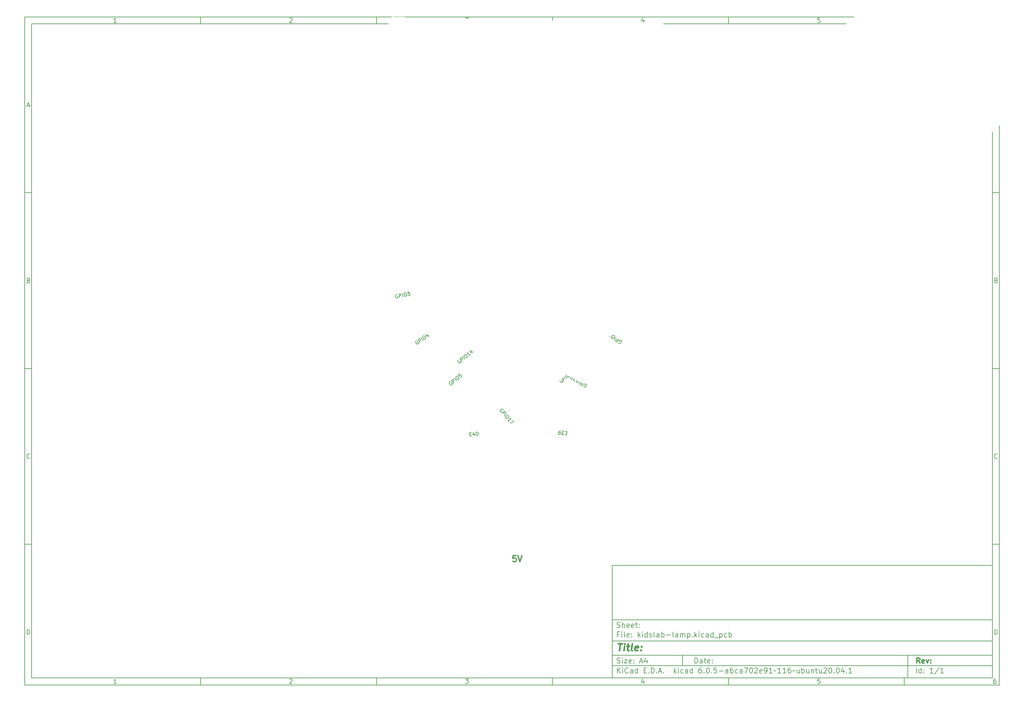
<source format=gbr>
%TF.GenerationSoftware,KiCad,Pcbnew,6.0.5-a6ca702e91~116~ubuntu20.04.1*%
%TF.CreationDate,2022-05-23T12:48:00+02:00*%
%TF.ProjectId,kidslab-lamp,6b696473-6c61-4622-9d6c-616d702e6b69,rev?*%
%TF.SameCoordinates,Original*%
%TF.FileFunction,Legend,Top*%
%TF.FilePolarity,Positive*%
%FSLAX46Y46*%
G04 Gerber Fmt 4.6, Leading zero omitted, Abs format (unit mm)*
G04 Created by KiCad (PCBNEW 6.0.5-a6ca702e91~116~ubuntu20.04.1) date 2022-05-23 12:48:00*
%MOMM*%
%LPD*%
G01*
G04 APERTURE LIST*
G04 Aperture macros list*
%AMFreePoly0*
4,1,66,4.411842,5.095106,4.430902,5.095106,4.441081,5.087711,4.453280,5.084625,4.465483,5.069982,4.480902,5.058779,4.484790,5.046813,4.492846,5.037146,4.494111,5.018124,4.500000,5.000000,4.500000,2.600000,10.900000,2.600000,10.915063,2.595106,10.930902,2.595106,10.943716,2.585796,10.958779,2.580902,10.968089,2.568089,10.980902,2.558779,10.985796,2.543716,10.995106,2.530902,
10.995106,2.515063,11.000000,2.500000,11.000000,-2.500000,10.995106,-2.515063,10.995106,-2.530902,10.985796,-2.543716,10.980902,-2.558779,10.968089,-2.568089,10.958779,-2.580902,10.943716,-2.585796,10.930902,-2.595106,10.915063,-2.595106,10.900000,-2.600000,4.500000,-2.600000,4.500000,-5.000000,4.494111,-5.018124,4.492846,-5.037146,4.484790,-5.046813,4.480902,-5.058779,4.465483,-5.069982,
4.453280,-5.084625,4.441081,-5.087711,4.430902,-5.095106,4.411842,-5.095106,4.393363,-5.099780,4.381681,-5.095106,4.369098,-5.095106,4.353676,-5.083901,4.335982,-5.076822,-1.664018,-0.076822,-1.677110,-0.056028,-1.692845,-0.037146,-1.693299,-0.030314,-1.696947,-0.024521,-1.695316,0.000000,-1.696947,0.024521,-1.693299,0.030314,-1.692845,0.037146,-1.677110,0.056028,-1.664018,0.076822,
4.335982,5.076822,4.353676,5.083901,4.369098,5.095106,4.381681,5.095106,4.393363,5.099780,4.411842,5.095106,4.411842,5.095106,$1*%
%AMFreePoly1*
4,1,48,0.468453,2.455718,0.772542,2.377641,1.064448,2.262068,1.339567,2.110820,1.593560,1.926283,1.822422,1.711368,1.955916,1.550000,3.250000,1.550000,3.285355,1.535355,3.300000,1.500000,3.300000,-1.500000,3.285355,-1.535355,3.250000,-1.550000,1.955916,-1.550000,1.822422,-1.711368,1.593560,-1.926283,1.339567,-2.110820,1.064448,-2.262068,0.772542,-2.377641,0.468453,-2.455718,
0.156976,-2.495067,-0.156976,-2.495067,-0.468453,-2.455718,-0.772542,-2.377641,-1.064448,-2.262068,-1.339567,-2.110820,-1.593560,-1.926283,-1.822422,-1.711368,-2.022542,-1.469463,-2.190767,-1.204384,-2.324441,-0.920311,-2.421458,-0.621725,-2.480287,-0.313333,-2.500000,0.000000,-2.480287,0.313333,-2.421458,0.621725,-2.324441,0.920311,-2.190767,1.204384,-2.022542,1.469463,-1.822422,1.711368,
-1.593560,1.926283,-1.339567,2.110820,-1.064448,2.262068,-0.772542,2.377641,-0.468453,2.455718,-0.156976,2.495067,0.156976,2.495067,0.468453,2.455718,0.468453,2.455718,$1*%
%AMFreePoly2*
4,1,34,6.500000,-3.000000,0.000000,-3.000000,0.000000,-2.998354,-0.313585,-2.983566,-0.654430,-2.927750,-0.986600,-2.833129,-1.305693,-2.700956,-1.607480,-2.532984,-1.887961,-2.331438,-2.143418,-2.098991,-2.370465,-1.838721,-2.566093,-1.554081,-2.727708,-1.248842,-2.853170,-0.927051,-2.940814,-0.592972,-2.989479,-0.251034,-2.998520,0.094232,-2.967817,0.438249,-2.897777,0.776457,-2.789329,1.104374,
-2.643910,1.417652,-2.463448,1.712141,-2.250333,1.983936,-2.007392,2.229434,-1.737844,2.445383,-1.445261,2.628920,-1.133522,2.777612,-0.806759,2.889488,-0.469303,2.963065,-0.125627,2.997368,0.000000,2.995395,0.000000,3.000000,6.500000,3.000000,6.500000,-3.000000,6.500000,-3.000000,$1*%
G04 Aperture macros list end*
%ADD10C,0.100000*%
%ADD11C,0.150000*%
%ADD12C,0.300000*%
%ADD13C,0.400000*%
%ADD14C,0.020000*%
%ADD15C,0.120000*%
%ADD16C,0.200000*%
%ADD17FreePoly0,270.000000*%
%ADD18FreePoly1,270.000000*%
%ADD19C,5.000000*%
%ADD20FreePoly0,0.000000*%
%ADD21FreePoly1,0.000000*%
%ADD22FreePoly0,180.000000*%
%ADD23FreePoly1,180.000000*%
%ADD24FreePoly0,90.000000*%
%ADD25FreePoly1,90.000000*%
%ADD26FreePoly2,355.000000*%
%ADD27FreePoly2,220.000000*%
%ADD28FreePoly2,0.000000*%
%ADD29FreePoly2,191.500000*%
%ADD30FreePoly2,215.000000*%
%ADD31FreePoly2,180.000000*%
%ADD32FreePoly2,280.000000*%
%ADD33FreePoly2,145.000000*%
%ADD34FreePoly2,185.000000*%
%ADD35FreePoly2,58.000000*%
%ADD36FreePoly2,328.000000*%
%ADD37FreePoly2,260.000000*%
%ADD38FreePoly2,348.500000*%
%ADD39FreePoly2,11.000000*%
%ADD40FreePoly2,35.000000*%
%ADD41FreePoly2,124.500000*%
%ADD42FreePoly2,168.500000*%
%ADD43FreePoly2,324.500000*%
%ADD44R,1.600000X3.000000*%
%ADD45R,1.000000X4.500000*%
%ADD46O,1.800000X1.800000*%
%ADD47O,1.500000X1.500000*%
%ADD48R,3.500000X1.700000*%
%ADD49O,1.700000X1.700000*%
%ADD50R,1.700000X1.700000*%
%ADD51R,1.700000X3.500000*%
%ADD52R,1.500000X1.000000*%
G04 APERTURE END LIST*
D10*
D11*
X177002200Y-166007200D02*
X177002200Y-198007200D01*
X285002200Y-198007200D01*
X285002200Y-166007200D01*
X177002200Y-166007200D01*
D10*
D11*
X10000000Y-10000000D02*
X10000000Y-200007200D01*
X287002200Y-200007200D01*
X287002200Y-10000000D01*
X10000000Y-10000000D01*
D10*
D11*
X12000000Y-12000000D02*
X12000000Y-198007200D01*
X285002200Y-198007200D01*
X285002200Y-12000000D01*
X12000000Y-12000000D01*
D10*
D11*
X60000000Y-12000000D02*
X60000000Y-10000000D01*
D10*
D11*
X110000000Y-12000000D02*
X110000000Y-10000000D01*
D10*
D11*
X160000000Y-12000000D02*
X160000000Y-10000000D01*
D10*
D11*
X210000000Y-12000000D02*
X210000000Y-10000000D01*
D10*
D11*
X260000000Y-12000000D02*
X260000000Y-10000000D01*
D10*
D11*
X36065476Y-11588095D02*
X35322619Y-11588095D01*
X35694047Y-11588095D02*
X35694047Y-10288095D01*
X35570238Y-10473809D01*
X35446428Y-10597619D01*
X35322619Y-10659523D01*
D10*
D11*
X85322619Y-10411904D02*
X85384523Y-10350000D01*
X85508333Y-10288095D01*
X85817857Y-10288095D01*
X85941666Y-10350000D01*
X86003571Y-10411904D01*
X86065476Y-10535714D01*
X86065476Y-10659523D01*
X86003571Y-10845238D01*
X85260714Y-11588095D01*
X86065476Y-11588095D01*
D10*
D11*
X135260714Y-10288095D02*
X136065476Y-10288095D01*
X135632142Y-10783333D01*
X135817857Y-10783333D01*
X135941666Y-10845238D01*
X136003571Y-10907142D01*
X136065476Y-11030952D01*
X136065476Y-11340476D01*
X136003571Y-11464285D01*
X135941666Y-11526190D01*
X135817857Y-11588095D01*
X135446428Y-11588095D01*
X135322619Y-11526190D01*
X135260714Y-11464285D01*
D10*
D11*
X185941666Y-10721428D02*
X185941666Y-11588095D01*
X185632142Y-10226190D02*
X185322619Y-11154761D01*
X186127380Y-11154761D01*
D10*
D11*
X236003571Y-10288095D02*
X235384523Y-10288095D01*
X235322619Y-10907142D01*
X235384523Y-10845238D01*
X235508333Y-10783333D01*
X235817857Y-10783333D01*
X235941666Y-10845238D01*
X236003571Y-10907142D01*
X236065476Y-11030952D01*
X236065476Y-11340476D01*
X236003571Y-11464285D01*
X235941666Y-11526190D01*
X235817857Y-11588095D01*
X235508333Y-11588095D01*
X235384523Y-11526190D01*
X235322619Y-11464285D01*
D10*
D11*
X285941666Y-10288095D02*
X285694047Y-10288095D01*
X285570238Y-10350000D01*
X285508333Y-10411904D01*
X285384523Y-10597619D01*
X285322619Y-10845238D01*
X285322619Y-11340476D01*
X285384523Y-11464285D01*
X285446428Y-11526190D01*
X285570238Y-11588095D01*
X285817857Y-11588095D01*
X285941666Y-11526190D01*
X286003571Y-11464285D01*
X286065476Y-11340476D01*
X286065476Y-11030952D01*
X286003571Y-10907142D01*
X285941666Y-10845238D01*
X285817857Y-10783333D01*
X285570238Y-10783333D01*
X285446428Y-10845238D01*
X285384523Y-10907142D01*
X285322619Y-11030952D01*
D10*
D11*
X60000000Y-198007200D02*
X60000000Y-200007200D01*
D10*
D11*
X110000000Y-198007200D02*
X110000000Y-200007200D01*
D10*
D11*
X160000000Y-198007200D02*
X160000000Y-200007200D01*
D10*
D11*
X210000000Y-198007200D02*
X210000000Y-200007200D01*
D10*
D11*
X260000000Y-198007200D02*
X260000000Y-200007200D01*
D10*
D11*
X36065476Y-199595295D02*
X35322619Y-199595295D01*
X35694047Y-199595295D02*
X35694047Y-198295295D01*
X35570238Y-198481009D01*
X35446428Y-198604819D01*
X35322619Y-198666723D01*
D10*
D11*
X85322619Y-198419104D02*
X85384523Y-198357200D01*
X85508333Y-198295295D01*
X85817857Y-198295295D01*
X85941666Y-198357200D01*
X86003571Y-198419104D01*
X86065476Y-198542914D01*
X86065476Y-198666723D01*
X86003571Y-198852438D01*
X85260714Y-199595295D01*
X86065476Y-199595295D01*
D10*
D11*
X135260714Y-198295295D02*
X136065476Y-198295295D01*
X135632142Y-198790533D01*
X135817857Y-198790533D01*
X135941666Y-198852438D01*
X136003571Y-198914342D01*
X136065476Y-199038152D01*
X136065476Y-199347676D01*
X136003571Y-199471485D01*
X135941666Y-199533390D01*
X135817857Y-199595295D01*
X135446428Y-199595295D01*
X135322619Y-199533390D01*
X135260714Y-199471485D01*
D10*
D11*
X185941666Y-198728628D02*
X185941666Y-199595295D01*
X185632142Y-198233390D02*
X185322619Y-199161961D01*
X186127380Y-199161961D01*
D10*
D11*
X236003571Y-198295295D02*
X235384523Y-198295295D01*
X235322619Y-198914342D01*
X235384523Y-198852438D01*
X235508333Y-198790533D01*
X235817857Y-198790533D01*
X235941666Y-198852438D01*
X236003571Y-198914342D01*
X236065476Y-199038152D01*
X236065476Y-199347676D01*
X236003571Y-199471485D01*
X235941666Y-199533390D01*
X235817857Y-199595295D01*
X235508333Y-199595295D01*
X235384523Y-199533390D01*
X235322619Y-199471485D01*
D10*
D11*
X285941666Y-198295295D02*
X285694047Y-198295295D01*
X285570238Y-198357200D01*
X285508333Y-198419104D01*
X285384523Y-198604819D01*
X285322619Y-198852438D01*
X285322619Y-199347676D01*
X285384523Y-199471485D01*
X285446428Y-199533390D01*
X285570238Y-199595295D01*
X285817857Y-199595295D01*
X285941666Y-199533390D01*
X286003571Y-199471485D01*
X286065476Y-199347676D01*
X286065476Y-199038152D01*
X286003571Y-198914342D01*
X285941666Y-198852438D01*
X285817857Y-198790533D01*
X285570238Y-198790533D01*
X285446428Y-198852438D01*
X285384523Y-198914342D01*
X285322619Y-199038152D01*
D10*
D11*
X10000000Y-60000000D02*
X12000000Y-60000000D01*
D10*
D11*
X10000000Y-110000000D02*
X12000000Y-110000000D01*
D10*
D11*
X10000000Y-160000000D02*
X12000000Y-160000000D01*
D10*
D11*
X10690476Y-35216666D02*
X11309523Y-35216666D01*
X10566666Y-35588095D02*
X11000000Y-34288095D01*
X11433333Y-35588095D01*
D10*
D11*
X11092857Y-84907142D02*
X11278571Y-84969047D01*
X11340476Y-85030952D01*
X11402380Y-85154761D01*
X11402380Y-85340476D01*
X11340476Y-85464285D01*
X11278571Y-85526190D01*
X11154761Y-85588095D01*
X10659523Y-85588095D01*
X10659523Y-84288095D01*
X11092857Y-84288095D01*
X11216666Y-84350000D01*
X11278571Y-84411904D01*
X11340476Y-84535714D01*
X11340476Y-84659523D01*
X11278571Y-84783333D01*
X11216666Y-84845238D01*
X11092857Y-84907142D01*
X10659523Y-84907142D01*
D10*
D11*
X11402380Y-135464285D02*
X11340476Y-135526190D01*
X11154761Y-135588095D01*
X11030952Y-135588095D01*
X10845238Y-135526190D01*
X10721428Y-135402380D01*
X10659523Y-135278571D01*
X10597619Y-135030952D01*
X10597619Y-134845238D01*
X10659523Y-134597619D01*
X10721428Y-134473809D01*
X10845238Y-134350000D01*
X11030952Y-134288095D01*
X11154761Y-134288095D01*
X11340476Y-134350000D01*
X11402380Y-134411904D01*
D10*
D11*
X10659523Y-185588095D02*
X10659523Y-184288095D01*
X10969047Y-184288095D01*
X11154761Y-184350000D01*
X11278571Y-184473809D01*
X11340476Y-184597619D01*
X11402380Y-184845238D01*
X11402380Y-185030952D01*
X11340476Y-185278571D01*
X11278571Y-185402380D01*
X11154761Y-185526190D01*
X10969047Y-185588095D01*
X10659523Y-185588095D01*
D10*
D11*
X287002200Y-60000000D02*
X285002200Y-60000000D01*
D10*
D11*
X287002200Y-110000000D02*
X285002200Y-110000000D01*
D10*
D11*
X287002200Y-160000000D02*
X285002200Y-160000000D01*
D10*
D11*
X285692676Y-35216666D02*
X286311723Y-35216666D01*
X285568866Y-35588095D02*
X286002200Y-34288095D01*
X286435533Y-35588095D01*
D10*
D11*
X286095057Y-84907142D02*
X286280771Y-84969047D01*
X286342676Y-85030952D01*
X286404580Y-85154761D01*
X286404580Y-85340476D01*
X286342676Y-85464285D01*
X286280771Y-85526190D01*
X286156961Y-85588095D01*
X285661723Y-85588095D01*
X285661723Y-84288095D01*
X286095057Y-84288095D01*
X286218866Y-84350000D01*
X286280771Y-84411904D01*
X286342676Y-84535714D01*
X286342676Y-84659523D01*
X286280771Y-84783333D01*
X286218866Y-84845238D01*
X286095057Y-84907142D01*
X285661723Y-84907142D01*
D10*
D11*
X286404580Y-135464285D02*
X286342676Y-135526190D01*
X286156961Y-135588095D01*
X286033152Y-135588095D01*
X285847438Y-135526190D01*
X285723628Y-135402380D01*
X285661723Y-135278571D01*
X285599819Y-135030952D01*
X285599819Y-134845238D01*
X285661723Y-134597619D01*
X285723628Y-134473809D01*
X285847438Y-134350000D01*
X286033152Y-134288095D01*
X286156961Y-134288095D01*
X286342676Y-134350000D01*
X286404580Y-134411904D01*
D10*
D11*
X285661723Y-185588095D02*
X285661723Y-184288095D01*
X285971247Y-184288095D01*
X286156961Y-184350000D01*
X286280771Y-184473809D01*
X286342676Y-184597619D01*
X286404580Y-184845238D01*
X286404580Y-185030952D01*
X286342676Y-185278571D01*
X286280771Y-185402380D01*
X286156961Y-185526190D01*
X285971247Y-185588095D01*
X285661723Y-185588095D01*
D10*
D11*
X200434342Y-193785771D02*
X200434342Y-192285771D01*
X200791485Y-192285771D01*
X201005771Y-192357200D01*
X201148628Y-192500057D01*
X201220057Y-192642914D01*
X201291485Y-192928628D01*
X201291485Y-193142914D01*
X201220057Y-193428628D01*
X201148628Y-193571485D01*
X201005771Y-193714342D01*
X200791485Y-193785771D01*
X200434342Y-193785771D01*
X202577200Y-193785771D02*
X202577200Y-193000057D01*
X202505771Y-192857200D01*
X202362914Y-192785771D01*
X202077200Y-192785771D01*
X201934342Y-192857200D01*
X202577200Y-193714342D02*
X202434342Y-193785771D01*
X202077200Y-193785771D01*
X201934342Y-193714342D01*
X201862914Y-193571485D01*
X201862914Y-193428628D01*
X201934342Y-193285771D01*
X202077200Y-193214342D01*
X202434342Y-193214342D01*
X202577200Y-193142914D01*
X203077200Y-192785771D02*
X203648628Y-192785771D01*
X203291485Y-192285771D02*
X203291485Y-193571485D01*
X203362914Y-193714342D01*
X203505771Y-193785771D01*
X203648628Y-193785771D01*
X204720057Y-193714342D02*
X204577200Y-193785771D01*
X204291485Y-193785771D01*
X204148628Y-193714342D01*
X204077200Y-193571485D01*
X204077200Y-193000057D01*
X204148628Y-192857200D01*
X204291485Y-192785771D01*
X204577200Y-192785771D01*
X204720057Y-192857200D01*
X204791485Y-193000057D01*
X204791485Y-193142914D01*
X204077200Y-193285771D01*
X205434342Y-193642914D02*
X205505771Y-193714342D01*
X205434342Y-193785771D01*
X205362914Y-193714342D01*
X205434342Y-193642914D01*
X205434342Y-193785771D01*
X205434342Y-192857200D02*
X205505771Y-192928628D01*
X205434342Y-193000057D01*
X205362914Y-192928628D01*
X205434342Y-192857200D01*
X205434342Y-193000057D01*
D10*
D11*
X177002200Y-194507200D02*
X285002200Y-194507200D01*
D10*
D11*
X178434342Y-196585771D02*
X178434342Y-195085771D01*
X179291485Y-196585771D02*
X178648628Y-195728628D01*
X179291485Y-195085771D02*
X178434342Y-195942914D01*
X179934342Y-196585771D02*
X179934342Y-195585771D01*
X179934342Y-195085771D02*
X179862914Y-195157200D01*
X179934342Y-195228628D01*
X180005771Y-195157200D01*
X179934342Y-195085771D01*
X179934342Y-195228628D01*
X181505771Y-196442914D02*
X181434342Y-196514342D01*
X181220057Y-196585771D01*
X181077200Y-196585771D01*
X180862914Y-196514342D01*
X180720057Y-196371485D01*
X180648628Y-196228628D01*
X180577200Y-195942914D01*
X180577200Y-195728628D01*
X180648628Y-195442914D01*
X180720057Y-195300057D01*
X180862914Y-195157200D01*
X181077200Y-195085771D01*
X181220057Y-195085771D01*
X181434342Y-195157200D01*
X181505771Y-195228628D01*
X182791485Y-196585771D02*
X182791485Y-195800057D01*
X182720057Y-195657200D01*
X182577200Y-195585771D01*
X182291485Y-195585771D01*
X182148628Y-195657200D01*
X182791485Y-196514342D02*
X182648628Y-196585771D01*
X182291485Y-196585771D01*
X182148628Y-196514342D01*
X182077200Y-196371485D01*
X182077200Y-196228628D01*
X182148628Y-196085771D01*
X182291485Y-196014342D01*
X182648628Y-196014342D01*
X182791485Y-195942914D01*
X184148628Y-196585771D02*
X184148628Y-195085771D01*
X184148628Y-196514342D02*
X184005771Y-196585771D01*
X183720057Y-196585771D01*
X183577200Y-196514342D01*
X183505771Y-196442914D01*
X183434342Y-196300057D01*
X183434342Y-195871485D01*
X183505771Y-195728628D01*
X183577200Y-195657200D01*
X183720057Y-195585771D01*
X184005771Y-195585771D01*
X184148628Y-195657200D01*
X186005771Y-195800057D02*
X186505771Y-195800057D01*
X186720057Y-196585771D02*
X186005771Y-196585771D01*
X186005771Y-195085771D01*
X186720057Y-195085771D01*
X187362914Y-196442914D02*
X187434342Y-196514342D01*
X187362914Y-196585771D01*
X187291485Y-196514342D01*
X187362914Y-196442914D01*
X187362914Y-196585771D01*
X188077200Y-196585771D02*
X188077200Y-195085771D01*
X188434342Y-195085771D01*
X188648628Y-195157200D01*
X188791485Y-195300057D01*
X188862914Y-195442914D01*
X188934342Y-195728628D01*
X188934342Y-195942914D01*
X188862914Y-196228628D01*
X188791485Y-196371485D01*
X188648628Y-196514342D01*
X188434342Y-196585771D01*
X188077200Y-196585771D01*
X189577200Y-196442914D02*
X189648628Y-196514342D01*
X189577200Y-196585771D01*
X189505771Y-196514342D01*
X189577200Y-196442914D01*
X189577200Y-196585771D01*
X190220057Y-196157200D02*
X190934342Y-196157200D01*
X190077200Y-196585771D02*
X190577200Y-195085771D01*
X191077200Y-196585771D01*
X191577200Y-196442914D02*
X191648628Y-196514342D01*
X191577200Y-196585771D01*
X191505771Y-196514342D01*
X191577200Y-196442914D01*
X191577200Y-196585771D01*
X194577200Y-196585771D02*
X194577200Y-195085771D01*
X194720057Y-196014342D02*
X195148628Y-196585771D01*
X195148628Y-195585771D02*
X194577200Y-196157200D01*
X195791485Y-196585771D02*
X195791485Y-195585771D01*
X195791485Y-195085771D02*
X195720057Y-195157200D01*
X195791485Y-195228628D01*
X195862914Y-195157200D01*
X195791485Y-195085771D01*
X195791485Y-195228628D01*
X197148628Y-196514342D02*
X197005771Y-196585771D01*
X196720057Y-196585771D01*
X196577200Y-196514342D01*
X196505771Y-196442914D01*
X196434342Y-196300057D01*
X196434342Y-195871485D01*
X196505771Y-195728628D01*
X196577200Y-195657200D01*
X196720057Y-195585771D01*
X197005771Y-195585771D01*
X197148628Y-195657200D01*
X198434342Y-196585771D02*
X198434342Y-195800057D01*
X198362914Y-195657200D01*
X198220057Y-195585771D01*
X197934342Y-195585771D01*
X197791485Y-195657200D01*
X198434342Y-196514342D02*
X198291485Y-196585771D01*
X197934342Y-196585771D01*
X197791485Y-196514342D01*
X197720057Y-196371485D01*
X197720057Y-196228628D01*
X197791485Y-196085771D01*
X197934342Y-196014342D01*
X198291485Y-196014342D01*
X198434342Y-195942914D01*
X199791485Y-196585771D02*
X199791485Y-195085771D01*
X199791485Y-196514342D02*
X199648628Y-196585771D01*
X199362914Y-196585771D01*
X199220057Y-196514342D01*
X199148628Y-196442914D01*
X199077200Y-196300057D01*
X199077200Y-195871485D01*
X199148628Y-195728628D01*
X199220057Y-195657200D01*
X199362914Y-195585771D01*
X199648628Y-195585771D01*
X199791485Y-195657200D01*
X202291485Y-195085771D02*
X202005771Y-195085771D01*
X201862914Y-195157200D01*
X201791485Y-195228628D01*
X201648628Y-195442914D01*
X201577200Y-195728628D01*
X201577200Y-196300057D01*
X201648628Y-196442914D01*
X201720057Y-196514342D01*
X201862914Y-196585771D01*
X202148628Y-196585771D01*
X202291485Y-196514342D01*
X202362914Y-196442914D01*
X202434342Y-196300057D01*
X202434342Y-195942914D01*
X202362914Y-195800057D01*
X202291485Y-195728628D01*
X202148628Y-195657200D01*
X201862914Y-195657200D01*
X201720057Y-195728628D01*
X201648628Y-195800057D01*
X201577200Y-195942914D01*
X203077200Y-196442914D02*
X203148628Y-196514342D01*
X203077200Y-196585771D01*
X203005771Y-196514342D01*
X203077200Y-196442914D01*
X203077200Y-196585771D01*
X204077200Y-195085771D02*
X204220057Y-195085771D01*
X204362914Y-195157200D01*
X204434342Y-195228628D01*
X204505771Y-195371485D01*
X204577200Y-195657200D01*
X204577200Y-196014342D01*
X204505771Y-196300057D01*
X204434342Y-196442914D01*
X204362914Y-196514342D01*
X204220057Y-196585771D01*
X204077200Y-196585771D01*
X203934342Y-196514342D01*
X203862914Y-196442914D01*
X203791485Y-196300057D01*
X203720057Y-196014342D01*
X203720057Y-195657200D01*
X203791485Y-195371485D01*
X203862914Y-195228628D01*
X203934342Y-195157200D01*
X204077200Y-195085771D01*
X205220057Y-196442914D02*
X205291485Y-196514342D01*
X205220057Y-196585771D01*
X205148628Y-196514342D01*
X205220057Y-196442914D01*
X205220057Y-196585771D01*
X206648628Y-195085771D02*
X205934342Y-195085771D01*
X205862914Y-195800057D01*
X205934342Y-195728628D01*
X206077200Y-195657200D01*
X206434342Y-195657200D01*
X206577200Y-195728628D01*
X206648628Y-195800057D01*
X206720057Y-195942914D01*
X206720057Y-196300057D01*
X206648628Y-196442914D01*
X206577200Y-196514342D01*
X206434342Y-196585771D01*
X206077200Y-196585771D01*
X205934342Y-196514342D01*
X205862914Y-196442914D01*
X207362914Y-196014342D02*
X208505771Y-196014342D01*
X209862914Y-196585771D02*
X209862914Y-195800057D01*
X209791485Y-195657200D01*
X209648628Y-195585771D01*
X209362914Y-195585771D01*
X209220057Y-195657200D01*
X209862914Y-196514342D02*
X209720057Y-196585771D01*
X209362914Y-196585771D01*
X209220057Y-196514342D01*
X209148628Y-196371485D01*
X209148628Y-196228628D01*
X209220057Y-196085771D01*
X209362914Y-196014342D01*
X209720057Y-196014342D01*
X209862914Y-195942914D01*
X211220057Y-195085771D02*
X210934342Y-195085771D01*
X210791485Y-195157200D01*
X210720057Y-195228628D01*
X210577200Y-195442914D01*
X210505771Y-195728628D01*
X210505771Y-196300057D01*
X210577200Y-196442914D01*
X210648628Y-196514342D01*
X210791485Y-196585771D01*
X211077200Y-196585771D01*
X211220057Y-196514342D01*
X211291485Y-196442914D01*
X211362914Y-196300057D01*
X211362914Y-195942914D01*
X211291485Y-195800057D01*
X211220057Y-195728628D01*
X211077200Y-195657200D01*
X210791485Y-195657200D01*
X210648628Y-195728628D01*
X210577200Y-195800057D01*
X210505771Y-195942914D01*
X212648628Y-196514342D02*
X212505771Y-196585771D01*
X212220057Y-196585771D01*
X212077200Y-196514342D01*
X212005771Y-196442914D01*
X211934342Y-196300057D01*
X211934342Y-195871485D01*
X212005771Y-195728628D01*
X212077200Y-195657200D01*
X212220057Y-195585771D01*
X212505771Y-195585771D01*
X212648628Y-195657200D01*
X213934342Y-196585771D02*
X213934342Y-195800057D01*
X213862914Y-195657200D01*
X213720057Y-195585771D01*
X213434342Y-195585771D01*
X213291485Y-195657200D01*
X213934342Y-196514342D02*
X213791485Y-196585771D01*
X213434342Y-196585771D01*
X213291485Y-196514342D01*
X213220057Y-196371485D01*
X213220057Y-196228628D01*
X213291485Y-196085771D01*
X213434342Y-196014342D01*
X213791485Y-196014342D01*
X213934342Y-195942914D01*
X214505771Y-195085771D02*
X215505771Y-195085771D01*
X214862914Y-196585771D01*
X216362914Y-195085771D02*
X216505771Y-195085771D01*
X216648628Y-195157200D01*
X216720057Y-195228628D01*
X216791485Y-195371485D01*
X216862914Y-195657200D01*
X216862914Y-196014342D01*
X216791485Y-196300057D01*
X216720057Y-196442914D01*
X216648628Y-196514342D01*
X216505771Y-196585771D01*
X216362914Y-196585771D01*
X216220057Y-196514342D01*
X216148628Y-196442914D01*
X216077200Y-196300057D01*
X216005771Y-196014342D01*
X216005771Y-195657200D01*
X216077200Y-195371485D01*
X216148628Y-195228628D01*
X216220057Y-195157200D01*
X216362914Y-195085771D01*
X217434342Y-195228628D02*
X217505771Y-195157200D01*
X217648628Y-195085771D01*
X218005771Y-195085771D01*
X218148628Y-195157200D01*
X218220057Y-195228628D01*
X218291485Y-195371485D01*
X218291485Y-195514342D01*
X218220057Y-195728628D01*
X217362914Y-196585771D01*
X218291485Y-196585771D01*
X219505771Y-196514342D02*
X219362914Y-196585771D01*
X219077200Y-196585771D01*
X218934342Y-196514342D01*
X218862914Y-196371485D01*
X218862914Y-195800057D01*
X218934342Y-195657200D01*
X219077200Y-195585771D01*
X219362914Y-195585771D01*
X219505771Y-195657200D01*
X219577200Y-195800057D01*
X219577200Y-195942914D01*
X218862914Y-196085771D01*
X220291485Y-196585771D02*
X220577200Y-196585771D01*
X220720057Y-196514342D01*
X220791485Y-196442914D01*
X220934342Y-196228628D01*
X221005771Y-195942914D01*
X221005771Y-195371485D01*
X220934342Y-195228628D01*
X220862914Y-195157200D01*
X220720057Y-195085771D01*
X220434342Y-195085771D01*
X220291485Y-195157200D01*
X220220057Y-195228628D01*
X220148628Y-195371485D01*
X220148628Y-195728628D01*
X220220057Y-195871485D01*
X220291485Y-195942914D01*
X220434342Y-196014342D01*
X220720057Y-196014342D01*
X220862914Y-195942914D01*
X220934342Y-195871485D01*
X221005771Y-195728628D01*
X222434342Y-196585771D02*
X221577199Y-196585771D01*
X222005771Y-196585771D02*
X222005771Y-195085771D01*
X221862914Y-195300057D01*
X221720057Y-195442914D01*
X221577199Y-195514342D01*
X222862914Y-196014342D02*
X222934342Y-195942914D01*
X223077199Y-195871485D01*
X223362914Y-196014342D01*
X223505771Y-195942914D01*
X223577199Y-195871485D01*
X224934342Y-196585771D02*
X224077199Y-196585771D01*
X224505771Y-196585771D02*
X224505771Y-195085771D01*
X224362914Y-195300057D01*
X224220057Y-195442914D01*
X224077199Y-195514342D01*
X226362914Y-196585771D02*
X225505771Y-196585771D01*
X225934342Y-196585771D02*
X225934342Y-195085771D01*
X225791485Y-195300057D01*
X225648628Y-195442914D01*
X225505771Y-195514342D01*
X227648628Y-195085771D02*
X227362914Y-195085771D01*
X227220057Y-195157200D01*
X227148628Y-195228628D01*
X227005771Y-195442914D01*
X226934342Y-195728628D01*
X226934342Y-196300057D01*
X227005771Y-196442914D01*
X227077199Y-196514342D01*
X227220057Y-196585771D01*
X227505771Y-196585771D01*
X227648628Y-196514342D01*
X227720057Y-196442914D01*
X227791485Y-196300057D01*
X227791485Y-195942914D01*
X227720057Y-195800057D01*
X227648628Y-195728628D01*
X227505771Y-195657200D01*
X227220057Y-195657200D01*
X227077199Y-195728628D01*
X227005771Y-195800057D01*
X226934342Y-195942914D01*
X228220057Y-196014342D02*
X228291485Y-195942914D01*
X228434342Y-195871485D01*
X228720057Y-196014342D01*
X228862914Y-195942914D01*
X228934342Y-195871485D01*
X230148628Y-195585771D02*
X230148628Y-196585771D01*
X229505771Y-195585771D02*
X229505771Y-196371485D01*
X229577199Y-196514342D01*
X229720057Y-196585771D01*
X229934342Y-196585771D01*
X230077199Y-196514342D01*
X230148628Y-196442914D01*
X230862914Y-196585771D02*
X230862914Y-195085771D01*
X230862914Y-195657200D02*
X231005771Y-195585771D01*
X231291485Y-195585771D01*
X231434342Y-195657200D01*
X231505771Y-195728628D01*
X231577199Y-195871485D01*
X231577199Y-196300057D01*
X231505771Y-196442914D01*
X231434342Y-196514342D01*
X231291485Y-196585771D01*
X231005771Y-196585771D01*
X230862914Y-196514342D01*
X232862914Y-195585771D02*
X232862914Y-196585771D01*
X232220057Y-195585771D02*
X232220057Y-196371485D01*
X232291485Y-196514342D01*
X232434342Y-196585771D01*
X232648628Y-196585771D01*
X232791485Y-196514342D01*
X232862914Y-196442914D01*
X233577199Y-195585771D02*
X233577199Y-196585771D01*
X233577199Y-195728628D02*
X233648628Y-195657200D01*
X233791485Y-195585771D01*
X234005771Y-195585771D01*
X234148628Y-195657200D01*
X234220057Y-195800057D01*
X234220057Y-196585771D01*
X234720057Y-195585771D02*
X235291485Y-195585771D01*
X234934342Y-195085771D02*
X234934342Y-196371485D01*
X235005771Y-196514342D01*
X235148628Y-196585771D01*
X235291485Y-196585771D01*
X236434342Y-195585771D02*
X236434342Y-196585771D01*
X235791485Y-195585771D02*
X235791485Y-196371485D01*
X235862914Y-196514342D01*
X236005771Y-196585771D01*
X236220057Y-196585771D01*
X236362914Y-196514342D01*
X236434342Y-196442914D01*
X237077199Y-195228628D02*
X237148628Y-195157200D01*
X237291485Y-195085771D01*
X237648628Y-195085771D01*
X237791485Y-195157200D01*
X237862914Y-195228628D01*
X237934342Y-195371485D01*
X237934342Y-195514342D01*
X237862914Y-195728628D01*
X237005771Y-196585771D01*
X237934342Y-196585771D01*
X238862914Y-195085771D02*
X239005771Y-195085771D01*
X239148628Y-195157200D01*
X239220057Y-195228628D01*
X239291485Y-195371485D01*
X239362914Y-195657200D01*
X239362914Y-196014342D01*
X239291485Y-196300057D01*
X239220057Y-196442914D01*
X239148628Y-196514342D01*
X239005771Y-196585771D01*
X238862914Y-196585771D01*
X238720057Y-196514342D01*
X238648628Y-196442914D01*
X238577199Y-196300057D01*
X238505771Y-196014342D01*
X238505771Y-195657200D01*
X238577199Y-195371485D01*
X238648628Y-195228628D01*
X238720057Y-195157200D01*
X238862914Y-195085771D01*
X240005771Y-196442914D02*
X240077199Y-196514342D01*
X240005771Y-196585771D01*
X239934342Y-196514342D01*
X240005771Y-196442914D01*
X240005771Y-196585771D01*
X241005771Y-195085771D02*
X241148628Y-195085771D01*
X241291485Y-195157200D01*
X241362914Y-195228628D01*
X241434342Y-195371485D01*
X241505771Y-195657200D01*
X241505771Y-196014342D01*
X241434342Y-196300057D01*
X241362914Y-196442914D01*
X241291485Y-196514342D01*
X241148628Y-196585771D01*
X241005771Y-196585771D01*
X240862914Y-196514342D01*
X240791485Y-196442914D01*
X240720057Y-196300057D01*
X240648628Y-196014342D01*
X240648628Y-195657200D01*
X240720057Y-195371485D01*
X240791485Y-195228628D01*
X240862914Y-195157200D01*
X241005771Y-195085771D01*
X242791485Y-195585771D02*
X242791485Y-196585771D01*
X242434342Y-195014342D02*
X242077199Y-196085771D01*
X243005771Y-196085771D01*
X243577199Y-196442914D02*
X243648628Y-196514342D01*
X243577199Y-196585771D01*
X243505771Y-196514342D01*
X243577199Y-196442914D01*
X243577199Y-196585771D01*
X245077199Y-196585771D02*
X244220057Y-196585771D01*
X244648628Y-196585771D02*
X244648628Y-195085771D01*
X244505771Y-195300057D01*
X244362914Y-195442914D01*
X244220057Y-195514342D01*
D10*
D11*
X177002200Y-191507200D02*
X285002200Y-191507200D01*
D10*
D12*
X264411485Y-193785771D02*
X263911485Y-193071485D01*
X263554342Y-193785771D02*
X263554342Y-192285771D01*
X264125771Y-192285771D01*
X264268628Y-192357200D01*
X264340057Y-192428628D01*
X264411485Y-192571485D01*
X264411485Y-192785771D01*
X264340057Y-192928628D01*
X264268628Y-193000057D01*
X264125771Y-193071485D01*
X263554342Y-193071485D01*
X265625771Y-193714342D02*
X265482914Y-193785771D01*
X265197200Y-193785771D01*
X265054342Y-193714342D01*
X264982914Y-193571485D01*
X264982914Y-193000057D01*
X265054342Y-192857200D01*
X265197200Y-192785771D01*
X265482914Y-192785771D01*
X265625771Y-192857200D01*
X265697200Y-193000057D01*
X265697200Y-193142914D01*
X264982914Y-193285771D01*
X266197200Y-192785771D02*
X266554342Y-193785771D01*
X266911485Y-192785771D01*
X267482914Y-193642914D02*
X267554342Y-193714342D01*
X267482914Y-193785771D01*
X267411485Y-193714342D01*
X267482914Y-193642914D01*
X267482914Y-193785771D01*
X267482914Y-192857200D02*
X267554342Y-192928628D01*
X267482914Y-193000057D01*
X267411485Y-192928628D01*
X267482914Y-192857200D01*
X267482914Y-193000057D01*
D10*
D11*
X178362914Y-193714342D02*
X178577200Y-193785771D01*
X178934342Y-193785771D01*
X179077200Y-193714342D01*
X179148628Y-193642914D01*
X179220057Y-193500057D01*
X179220057Y-193357200D01*
X179148628Y-193214342D01*
X179077200Y-193142914D01*
X178934342Y-193071485D01*
X178648628Y-193000057D01*
X178505771Y-192928628D01*
X178434342Y-192857200D01*
X178362914Y-192714342D01*
X178362914Y-192571485D01*
X178434342Y-192428628D01*
X178505771Y-192357200D01*
X178648628Y-192285771D01*
X179005771Y-192285771D01*
X179220057Y-192357200D01*
X179862914Y-193785771D02*
X179862914Y-192785771D01*
X179862914Y-192285771D02*
X179791485Y-192357200D01*
X179862914Y-192428628D01*
X179934342Y-192357200D01*
X179862914Y-192285771D01*
X179862914Y-192428628D01*
X180434342Y-192785771D02*
X181220057Y-192785771D01*
X180434342Y-193785771D01*
X181220057Y-193785771D01*
X182362914Y-193714342D02*
X182220057Y-193785771D01*
X181934342Y-193785771D01*
X181791485Y-193714342D01*
X181720057Y-193571485D01*
X181720057Y-193000057D01*
X181791485Y-192857200D01*
X181934342Y-192785771D01*
X182220057Y-192785771D01*
X182362914Y-192857200D01*
X182434342Y-193000057D01*
X182434342Y-193142914D01*
X181720057Y-193285771D01*
X183077200Y-193642914D02*
X183148628Y-193714342D01*
X183077200Y-193785771D01*
X183005771Y-193714342D01*
X183077200Y-193642914D01*
X183077200Y-193785771D01*
X183077200Y-192857200D02*
X183148628Y-192928628D01*
X183077200Y-193000057D01*
X183005771Y-192928628D01*
X183077200Y-192857200D01*
X183077200Y-193000057D01*
X184862914Y-193357200D02*
X185577200Y-193357200D01*
X184720057Y-193785771D02*
X185220057Y-192285771D01*
X185720057Y-193785771D01*
X186862914Y-192785771D02*
X186862914Y-193785771D01*
X186505771Y-192214342D02*
X186148628Y-193285771D01*
X187077200Y-193285771D01*
D10*
D11*
X263434342Y-196585771D02*
X263434342Y-195085771D01*
X264791485Y-196585771D02*
X264791485Y-195085771D01*
X264791485Y-196514342D02*
X264648628Y-196585771D01*
X264362914Y-196585771D01*
X264220057Y-196514342D01*
X264148628Y-196442914D01*
X264077200Y-196300057D01*
X264077200Y-195871485D01*
X264148628Y-195728628D01*
X264220057Y-195657200D01*
X264362914Y-195585771D01*
X264648628Y-195585771D01*
X264791485Y-195657200D01*
X265505771Y-196442914D02*
X265577200Y-196514342D01*
X265505771Y-196585771D01*
X265434342Y-196514342D01*
X265505771Y-196442914D01*
X265505771Y-196585771D01*
X265505771Y-195657200D02*
X265577200Y-195728628D01*
X265505771Y-195800057D01*
X265434342Y-195728628D01*
X265505771Y-195657200D01*
X265505771Y-195800057D01*
X268148628Y-196585771D02*
X267291485Y-196585771D01*
X267720057Y-196585771D02*
X267720057Y-195085771D01*
X267577200Y-195300057D01*
X267434342Y-195442914D01*
X267291485Y-195514342D01*
X269862914Y-195014342D02*
X268577200Y-196942914D01*
X271148628Y-196585771D02*
X270291485Y-196585771D01*
X270720057Y-196585771D02*
X270720057Y-195085771D01*
X270577200Y-195300057D01*
X270434342Y-195442914D01*
X270291485Y-195514342D01*
D10*
D11*
X177002200Y-187507200D02*
X285002200Y-187507200D01*
D10*
D13*
X178714580Y-188211961D02*
X179857438Y-188211961D01*
X179036009Y-190211961D02*
X179286009Y-188211961D01*
X180274104Y-190211961D02*
X180440771Y-188878628D01*
X180524104Y-188211961D02*
X180416961Y-188307200D01*
X180500295Y-188402438D01*
X180607438Y-188307200D01*
X180524104Y-188211961D01*
X180500295Y-188402438D01*
X181107438Y-188878628D02*
X181869342Y-188878628D01*
X181476485Y-188211961D02*
X181262200Y-189926247D01*
X181333628Y-190116723D01*
X181512200Y-190211961D01*
X181702676Y-190211961D01*
X182655057Y-190211961D02*
X182476485Y-190116723D01*
X182405057Y-189926247D01*
X182619342Y-188211961D01*
X184190771Y-190116723D02*
X183988390Y-190211961D01*
X183607438Y-190211961D01*
X183428866Y-190116723D01*
X183357438Y-189926247D01*
X183452676Y-189164342D01*
X183571723Y-188973866D01*
X183774104Y-188878628D01*
X184155057Y-188878628D01*
X184333628Y-188973866D01*
X184405057Y-189164342D01*
X184381247Y-189354819D01*
X183405057Y-189545295D01*
X185155057Y-190021485D02*
X185238390Y-190116723D01*
X185131247Y-190211961D01*
X185047914Y-190116723D01*
X185155057Y-190021485D01*
X185131247Y-190211961D01*
X185286009Y-188973866D02*
X185369342Y-189069104D01*
X185262200Y-189164342D01*
X185178866Y-189069104D01*
X185286009Y-188973866D01*
X185262200Y-189164342D01*
D10*
D11*
X178934342Y-185600057D02*
X178434342Y-185600057D01*
X178434342Y-186385771D02*
X178434342Y-184885771D01*
X179148628Y-184885771D01*
X179720057Y-186385771D02*
X179720057Y-185385771D01*
X179720057Y-184885771D02*
X179648628Y-184957200D01*
X179720057Y-185028628D01*
X179791485Y-184957200D01*
X179720057Y-184885771D01*
X179720057Y-185028628D01*
X180648628Y-186385771D02*
X180505771Y-186314342D01*
X180434342Y-186171485D01*
X180434342Y-184885771D01*
X181791485Y-186314342D02*
X181648628Y-186385771D01*
X181362914Y-186385771D01*
X181220057Y-186314342D01*
X181148628Y-186171485D01*
X181148628Y-185600057D01*
X181220057Y-185457200D01*
X181362914Y-185385771D01*
X181648628Y-185385771D01*
X181791485Y-185457200D01*
X181862914Y-185600057D01*
X181862914Y-185742914D01*
X181148628Y-185885771D01*
X182505771Y-186242914D02*
X182577200Y-186314342D01*
X182505771Y-186385771D01*
X182434342Y-186314342D01*
X182505771Y-186242914D01*
X182505771Y-186385771D01*
X182505771Y-185457200D02*
X182577200Y-185528628D01*
X182505771Y-185600057D01*
X182434342Y-185528628D01*
X182505771Y-185457200D01*
X182505771Y-185600057D01*
X184362914Y-186385771D02*
X184362914Y-184885771D01*
X184505771Y-185814342D02*
X184934342Y-186385771D01*
X184934342Y-185385771D02*
X184362914Y-185957200D01*
X185577200Y-186385771D02*
X185577200Y-185385771D01*
X185577200Y-184885771D02*
X185505771Y-184957200D01*
X185577200Y-185028628D01*
X185648628Y-184957200D01*
X185577200Y-184885771D01*
X185577200Y-185028628D01*
X186934342Y-186385771D02*
X186934342Y-184885771D01*
X186934342Y-186314342D02*
X186791485Y-186385771D01*
X186505771Y-186385771D01*
X186362914Y-186314342D01*
X186291485Y-186242914D01*
X186220057Y-186100057D01*
X186220057Y-185671485D01*
X186291485Y-185528628D01*
X186362914Y-185457200D01*
X186505771Y-185385771D01*
X186791485Y-185385771D01*
X186934342Y-185457200D01*
X187577200Y-186314342D02*
X187720057Y-186385771D01*
X188005771Y-186385771D01*
X188148628Y-186314342D01*
X188220057Y-186171485D01*
X188220057Y-186100057D01*
X188148628Y-185957200D01*
X188005771Y-185885771D01*
X187791485Y-185885771D01*
X187648628Y-185814342D01*
X187577200Y-185671485D01*
X187577200Y-185600057D01*
X187648628Y-185457200D01*
X187791485Y-185385771D01*
X188005771Y-185385771D01*
X188148628Y-185457200D01*
X189077200Y-186385771D02*
X188934342Y-186314342D01*
X188862914Y-186171485D01*
X188862914Y-184885771D01*
X190291485Y-186385771D02*
X190291485Y-185600057D01*
X190220057Y-185457200D01*
X190077200Y-185385771D01*
X189791485Y-185385771D01*
X189648628Y-185457200D01*
X190291485Y-186314342D02*
X190148628Y-186385771D01*
X189791485Y-186385771D01*
X189648628Y-186314342D01*
X189577200Y-186171485D01*
X189577200Y-186028628D01*
X189648628Y-185885771D01*
X189791485Y-185814342D01*
X190148628Y-185814342D01*
X190291485Y-185742914D01*
X191005771Y-186385771D02*
X191005771Y-184885771D01*
X191005771Y-185457200D02*
X191148628Y-185385771D01*
X191434342Y-185385771D01*
X191577200Y-185457200D01*
X191648628Y-185528628D01*
X191720057Y-185671485D01*
X191720057Y-186100057D01*
X191648628Y-186242914D01*
X191577200Y-186314342D01*
X191434342Y-186385771D01*
X191148628Y-186385771D01*
X191005771Y-186314342D01*
X192362914Y-185814342D02*
X193505771Y-185814342D01*
X194434342Y-186385771D02*
X194291485Y-186314342D01*
X194220057Y-186171485D01*
X194220057Y-184885771D01*
X195648628Y-186385771D02*
X195648628Y-185600057D01*
X195577200Y-185457200D01*
X195434342Y-185385771D01*
X195148628Y-185385771D01*
X195005771Y-185457200D01*
X195648628Y-186314342D02*
X195505771Y-186385771D01*
X195148628Y-186385771D01*
X195005771Y-186314342D01*
X194934342Y-186171485D01*
X194934342Y-186028628D01*
X195005771Y-185885771D01*
X195148628Y-185814342D01*
X195505771Y-185814342D01*
X195648628Y-185742914D01*
X196362914Y-186385771D02*
X196362914Y-185385771D01*
X196362914Y-185528628D02*
X196434342Y-185457200D01*
X196577200Y-185385771D01*
X196791485Y-185385771D01*
X196934342Y-185457200D01*
X197005771Y-185600057D01*
X197005771Y-186385771D01*
X197005771Y-185600057D02*
X197077200Y-185457200D01*
X197220057Y-185385771D01*
X197434342Y-185385771D01*
X197577200Y-185457200D01*
X197648628Y-185600057D01*
X197648628Y-186385771D01*
X198362914Y-185385771D02*
X198362914Y-186885771D01*
X198362914Y-185457200D02*
X198505771Y-185385771D01*
X198791485Y-185385771D01*
X198934342Y-185457200D01*
X199005771Y-185528628D01*
X199077200Y-185671485D01*
X199077200Y-186100057D01*
X199005771Y-186242914D01*
X198934342Y-186314342D01*
X198791485Y-186385771D01*
X198505771Y-186385771D01*
X198362914Y-186314342D01*
X199720057Y-186242914D02*
X199791485Y-186314342D01*
X199720057Y-186385771D01*
X199648628Y-186314342D01*
X199720057Y-186242914D01*
X199720057Y-186385771D01*
X200434342Y-186385771D02*
X200434342Y-184885771D01*
X200577200Y-185814342D02*
X201005771Y-186385771D01*
X201005771Y-185385771D02*
X200434342Y-185957200D01*
X201648628Y-186385771D02*
X201648628Y-185385771D01*
X201648628Y-184885771D02*
X201577200Y-184957200D01*
X201648628Y-185028628D01*
X201720057Y-184957200D01*
X201648628Y-184885771D01*
X201648628Y-185028628D01*
X203005771Y-186314342D02*
X202862914Y-186385771D01*
X202577200Y-186385771D01*
X202434342Y-186314342D01*
X202362914Y-186242914D01*
X202291485Y-186100057D01*
X202291485Y-185671485D01*
X202362914Y-185528628D01*
X202434342Y-185457200D01*
X202577200Y-185385771D01*
X202862914Y-185385771D01*
X203005771Y-185457200D01*
X204291485Y-186385771D02*
X204291485Y-185600057D01*
X204220057Y-185457200D01*
X204077200Y-185385771D01*
X203791485Y-185385771D01*
X203648628Y-185457200D01*
X204291485Y-186314342D02*
X204148628Y-186385771D01*
X203791485Y-186385771D01*
X203648628Y-186314342D01*
X203577200Y-186171485D01*
X203577200Y-186028628D01*
X203648628Y-185885771D01*
X203791485Y-185814342D01*
X204148628Y-185814342D01*
X204291485Y-185742914D01*
X205648628Y-186385771D02*
X205648628Y-184885771D01*
X205648628Y-186314342D02*
X205505771Y-186385771D01*
X205220057Y-186385771D01*
X205077200Y-186314342D01*
X205005771Y-186242914D01*
X204934342Y-186100057D01*
X204934342Y-185671485D01*
X205005771Y-185528628D01*
X205077200Y-185457200D01*
X205220057Y-185385771D01*
X205505771Y-185385771D01*
X205648628Y-185457200D01*
X206005771Y-186528628D02*
X207148628Y-186528628D01*
X207505771Y-185385771D02*
X207505771Y-186885771D01*
X207505771Y-185457200D02*
X207648628Y-185385771D01*
X207934342Y-185385771D01*
X208077200Y-185457200D01*
X208148628Y-185528628D01*
X208220057Y-185671485D01*
X208220057Y-186100057D01*
X208148628Y-186242914D01*
X208077200Y-186314342D01*
X207934342Y-186385771D01*
X207648628Y-186385771D01*
X207505771Y-186314342D01*
X209505771Y-186314342D02*
X209362914Y-186385771D01*
X209077200Y-186385771D01*
X208934342Y-186314342D01*
X208862914Y-186242914D01*
X208791485Y-186100057D01*
X208791485Y-185671485D01*
X208862914Y-185528628D01*
X208934342Y-185457200D01*
X209077200Y-185385771D01*
X209362914Y-185385771D01*
X209505771Y-185457200D01*
X210148628Y-186385771D02*
X210148628Y-184885771D01*
X210148628Y-185457200D02*
X210291485Y-185385771D01*
X210577200Y-185385771D01*
X210720057Y-185457200D01*
X210791485Y-185528628D01*
X210862914Y-185671485D01*
X210862914Y-186100057D01*
X210791485Y-186242914D01*
X210720057Y-186314342D01*
X210577200Y-186385771D01*
X210291485Y-186385771D01*
X210148628Y-186314342D01*
D10*
D11*
X177002200Y-181507200D02*
X285002200Y-181507200D01*
D10*
D11*
X178362914Y-183614342D02*
X178577200Y-183685771D01*
X178934342Y-183685771D01*
X179077200Y-183614342D01*
X179148628Y-183542914D01*
X179220057Y-183400057D01*
X179220057Y-183257200D01*
X179148628Y-183114342D01*
X179077200Y-183042914D01*
X178934342Y-182971485D01*
X178648628Y-182900057D01*
X178505771Y-182828628D01*
X178434342Y-182757200D01*
X178362914Y-182614342D01*
X178362914Y-182471485D01*
X178434342Y-182328628D01*
X178505771Y-182257200D01*
X178648628Y-182185771D01*
X179005771Y-182185771D01*
X179220057Y-182257200D01*
X179862914Y-183685771D02*
X179862914Y-182185771D01*
X180505771Y-183685771D02*
X180505771Y-182900057D01*
X180434342Y-182757200D01*
X180291485Y-182685771D01*
X180077200Y-182685771D01*
X179934342Y-182757200D01*
X179862914Y-182828628D01*
X181791485Y-183614342D02*
X181648628Y-183685771D01*
X181362914Y-183685771D01*
X181220057Y-183614342D01*
X181148628Y-183471485D01*
X181148628Y-182900057D01*
X181220057Y-182757200D01*
X181362914Y-182685771D01*
X181648628Y-182685771D01*
X181791485Y-182757200D01*
X181862914Y-182900057D01*
X181862914Y-183042914D01*
X181148628Y-183185771D01*
X183077200Y-183614342D02*
X182934342Y-183685771D01*
X182648628Y-183685771D01*
X182505771Y-183614342D01*
X182434342Y-183471485D01*
X182434342Y-182900057D01*
X182505771Y-182757200D01*
X182648628Y-182685771D01*
X182934342Y-182685771D01*
X183077200Y-182757200D01*
X183148628Y-182900057D01*
X183148628Y-183042914D01*
X182434342Y-183185771D01*
X183577200Y-182685771D02*
X184148628Y-182685771D01*
X183791485Y-182185771D02*
X183791485Y-183471485D01*
X183862914Y-183614342D01*
X184005771Y-183685771D01*
X184148628Y-183685771D01*
X184648628Y-183542914D02*
X184720057Y-183614342D01*
X184648628Y-183685771D01*
X184577200Y-183614342D01*
X184648628Y-183542914D01*
X184648628Y-183685771D01*
X184648628Y-182757200D02*
X184720057Y-182828628D01*
X184648628Y-182900057D01*
X184577200Y-182828628D01*
X184648628Y-182757200D01*
X184648628Y-182900057D01*
D10*
D12*
D10*
D11*
D10*
D11*
D10*
D11*
D10*
D11*
D10*
D11*
X197002200Y-191507200D02*
X197002200Y-194507200D01*
D10*
D11*
X261002200Y-191507200D02*
X261002200Y-198007200D01*
D14*
G36*
X128247401Y-64489995D02*
G01*
X128248860Y-64481288D01*
X128250683Y-64472801D01*
X128252861Y-64464537D01*
X128255385Y-64456499D01*
X128258247Y-64448687D01*
X128261437Y-64441106D01*
X128264947Y-64433755D01*
X128268767Y-64426638D01*
X128272890Y-64419757D01*
X128277306Y-64413113D01*
X128282007Y-64406709D01*
X128286983Y-64400547D01*
X128292225Y-64394629D01*
X128297726Y-64388957D01*
X128303476Y-64383533D01*
X128309466Y-64378359D01*
X128315687Y-64373438D01*
X128322131Y-64368770D01*
X128328789Y-64364359D01*
X128335651Y-64360207D01*
X128342710Y-64356315D01*
X128349956Y-64352686D01*
X128357380Y-64349321D01*
X128364974Y-64346223D01*
X128372729Y-64343395D01*
X128380636Y-64340837D01*
X128396870Y-64336542D01*
X128413605Y-64333356D01*
X128430772Y-64331296D01*
X128447778Y-64330282D01*
X128464253Y-64330176D01*
X128480212Y-64330948D01*
X128495671Y-64332565D01*
X128510645Y-64334999D01*
X128525151Y-64338217D01*
X128539204Y-64342189D01*
X128552820Y-64346885D01*
X128566014Y-64352272D01*
X128578803Y-64358321D01*
X128591203Y-64365000D01*
X128603229Y-64372279D01*
X128614896Y-64380127D01*
X128626222Y-64388512D01*
X128637220Y-64397405D01*
X128647908Y-64406774D01*
X128668416Y-64426817D01*
X128687869Y-64448395D01*
X128706396Y-64471261D01*
X128724122Y-64495167D01*
X128741173Y-64519868D01*
X128757676Y-64545116D01*
X128789542Y-64596266D01*
X128800281Y-64561505D01*
X128806116Y-64544271D01*
X128812305Y-64527177D01*
X128818879Y-64510253D01*
X128825870Y-64493531D01*
X128833309Y-64477042D01*
X128841230Y-64460816D01*
X128849664Y-64444885D01*
X128858642Y-64429280D01*
X128868197Y-64414032D01*
X128878361Y-64399171D01*
X128889165Y-64384729D01*
X128900642Y-64370737D01*
X128912823Y-64357225D01*
X128925741Y-64344226D01*
X128941423Y-64330124D01*
X128958128Y-64316854D01*
X128975756Y-64304498D01*
X128994209Y-64293136D01*
X129013390Y-64282847D01*
X129033199Y-64273713D01*
X129053538Y-64265813D01*
X129074309Y-64259229D01*
X129095413Y-64254039D01*
X129116752Y-64250325D01*
X129138228Y-64248167D01*
X129148987Y-64247696D01*
X129159742Y-64247645D01*
X129170483Y-64248023D01*
X129181197Y-64248840D01*
X129191870Y-64250106D01*
X129202492Y-64251831D01*
X129213050Y-64254026D01*
X129223531Y-64256700D01*
X129233924Y-64259864D01*
X129244215Y-64263527D01*
X129244215Y-64263526D01*
X129264838Y-64272344D01*
X129283824Y-64282373D01*
X129301228Y-64293551D01*
X129317107Y-64305815D01*
X129331519Y-64319103D01*
X129344520Y-64333352D01*
X129356167Y-64348500D01*
X129366517Y-64364484D01*
X129375627Y-64381242D01*
X129383553Y-64398711D01*
X129390353Y-64416829D01*
X129396084Y-64435533D01*
X129400801Y-64454762D01*
X129404563Y-64474451D01*
X129407425Y-64494539D01*
X129409445Y-64514964D01*
X129411187Y-64556573D01*
X129410242Y-64598777D01*
X129407065Y-64641077D01*
X129402111Y-64682973D01*
X129395836Y-64723965D01*
X129388693Y-64763553D01*
X129373626Y-64836517D01*
X129349912Y-64935937D01*
X129322621Y-65034306D01*
X129292375Y-65131800D01*
X129259795Y-65228592D01*
X129225502Y-65324859D01*
X129190118Y-65420774D01*
X129118559Y-65612250D01*
X129067192Y-65752891D01*
X129016896Y-65893879D01*
X128918376Y-66176574D01*
X128941943Y-66263856D01*
X128964551Y-66351371D01*
X128986201Y-66439113D01*
X129006895Y-66527075D01*
X129026634Y-66615249D01*
X129045420Y-66703630D01*
X129063255Y-66792211D01*
X129080140Y-66880984D01*
X129056199Y-66883890D01*
X129032244Y-66886436D01*
X129008261Y-66888636D01*
X128984237Y-66890503D01*
X128984237Y-66890504D01*
X128957205Y-66752093D01*
X128927872Y-66614149D01*
X128896210Y-66476711D01*
X128862191Y-66339819D01*
X128767858Y-66612977D01*
X128719954Y-66749336D01*
X128671250Y-66885389D01*
X128646747Y-66882385D01*
X128622433Y-66878942D01*
X128598335Y-66875099D01*
X128574483Y-66870897D01*
X128574485Y-66870897D01*
X128574481Y-66870896D01*
X128623947Y-66732522D01*
X128672641Y-66593867D01*
X128768743Y-66316092D01*
X128782195Y-66277021D01*
X128845725Y-66277021D01*
X128854012Y-66308366D01*
X128862078Y-66339385D01*
X128854013Y-66308367D01*
X128845725Y-66277021D01*
X128782195Y-66277021D01*
X128815456Y-66180415D01*
X128817561Y-66174301D01*
X128817562Y-66174296D01*
X128817564Y-66174302D01*
X128872303Y-66015892D01*
X128884192Y-66055978D01*
X128893212Y-66087104D01*
X128884193Y-66055978D01*
X128872303Y-66015892D01*
X128872305Y-66015887D01*
X128872303Y-66015882D01*
X128872302Y-66015886D01*
X128817562Y-66174296D01*
X128771860Y-66016267D01*
X128722960Y-65859124D01*
X128670919Y-65702968D01*
X128615791Y-65547890D01*
X128582104Y-65457315D01*
X128547348Y-65367152D01*
X128511536Y-65277389D01*
X128474681Y-65188013D01*
X128437458Y-65101809D01*
X128399395Y-65015924D01*
X128361712Y-64929879D01*
X128343393Y-64886647D01*
X128325627Y-64843195D01*
X128309439Y-64802378D01*
X128293199Y-64759637D01*
X128277848Y-64715457D01*
X128270801Y-64692979D01*
X128264329Y-64670325D01*
X128258550Y-64647553D01*
X128253583Y-64624726D01*
X128249544Y-64601904D01*
X128246551Y-64579148D01*
X128244723Y-64556518D01*
X128244177Y-64534075D01*
X128244466Y-64526544D01*
X128340306Y-64526544D01*
X128340598Y-64536449D01*
X128341352Y-64546383D01*
X128342487Y-64556286D01*
X128343923Y-64566099D01*
X128347371Y-64585208D01*
X128351048Y-64603229D01*
X128355328Y-64622736D01*
X128360027Y-64642149D01*
X128365115Y-64661469D01*
X128370563Y-64680696D01*
X128376344Y-64699830D01*
X128382427Y-64718870D01*
X128388785Y-64737817D01*
X128395388Y-64756671D01*
X128410865Y-64798187D01*
X128427264Y-64839350D01*
X128444385Y-64880233D01*
X128462025Y-64920910D01*
X128533753Y-65083018D01*
X128567793Y-65163149D01*
X128601014Y-65243597D01*
X128633409Y-65324362D01*
X128664971Y-65405441D01*
X128695693Y-65486834D01*
X128725570Y-65568538D01*
X128754592Y-65650551D01*
X128782755Y-65732873D01*
X128806152Y-65803326D01*
X128828884Y-65874007D01*
X128850939Y-65944874D01*
X128872303Y-66015882D01*
X128940744Y-65821119D01*
X129010812Y-65626883D01*
X129139755Y-65279704D01*
X129170585Y-65192447D01*
X129199947Y-65104723D01*
X129227385Y-65016389D01*
X129252447Y-64927304D01*
X129273954Y-64843304D01*
X129283924Y-64800752D01*
X129292997Y-64757932D01*
X129300891Y-64714919D01*
X129307327Y-64671787D01*
X129309910Y-64650201D01*
X129312022Y-64628613D01*
X129313630Y-64607032D01*
X129314697Y-64585470D01*
X129315055Y-64569909D01*
X129314990Y-64553900D01*
X129314415Y-64537573D01*
X129313246Y-64521063D01*
X129311398Y-64504502D01*
X129308784Y-64488023D01*
X129305321Y-64471759D01*
X129300922Y-64455844D01*
X129295503Y-64440409D01*
X129288977Y-64425589D01*
X129281261Y-64411516D01*
X129276929Y-64404801D01*
X129272268Y-64398323D01*
X129267266Y-64392098D01*
X129261913Y-64386143D01*
X129256199Y-64380475D01*
X129250112Y-64375109D01*
X129243642Y-64370064D01*
X129236778Y-64365355D01*
X129229510Y-64360998D01*
X129221827Y-64357012D01*
X129213945Y-64353484D01*
X129205959Y-64350456D01*
X129197881Y-64347916D01*
X129189724Y-64345850D01*
X129181500Y-64344246D01*
X129173220Y-64343089D01*
X129164897Y-64342367D01*
X129156544Y-64342068D01*
X129148172Y-64342177D01*
X129139794Y-64342681D01*
X129123066Y-64344825D01*
X129106459Y-64348394D01*
X129090069Y-64353283D01*
X129073994Y-64359387D01*
X129058331Y-64366602D01*
X129043178Y-64374823D01*
X129028631Y-64383944D01*
X129014788Y-64393862D01*
X129001747Y-64404470D01*
X128989605Y-64415664D01*
X128978459Y-64427340D01*
X128966609Y-64441429D01*
X128955616Y-64456070D01*
X128945428Y-64471219D01*
X128935995Y-64486829D01*
X128927267Y-64502858D01*
X128919191Y-64519260D01*
X128911719Y-64535990D01*
X128904798Y-64553005D01*
X128898378Y-64570260D01*
X128892409Y-64587710D01*
X128886839Y-64605311D01*
X128881617Y-64623018D01*
X128872017Y-64658572D01*
X128863203Y-64694015D01*
X128863203Y-64694016D01*
X128855114Y-64727545D01*
X128854034Y-64731393D01*
X128852700Y-64734999D01*
X128851125Y-64738366D01*
X128849326Y-64741494D01*
X128847316Y-64744386D01*
X128845109Y-64747043D01*
X128842722Y-64749466D01*
X128840168Y-64751658D01*
X128837461Y-64753619D01*
X128834617Y-64755352D01*
X128831651Y-64756858D01*
X128828576Y-64758138D01*
X128825407Y-64759195D01*
X128822159Y-64760030D01*
X128818847Y-64760644D01*
X128815486Y-64761039D01*
X128812089Y-64761217D01*
X128808671Y-64761180D01*
X128805248Y-64760928D01*
X128801834Y-64760464D01*
X128798443Y-64759789D01*
X128795090Y-64758905D01*
X128791789Y-64757813D01*
X128788556Y-64756515D01*
X128785405Y-64755013D01*
X128782350Y-64753308D01*
X128779406Y-64751402D01*
X128776588Y-64749296D01*
X128773911Y-64746993D01*
X128771388Y-64744493D01*
X128769035Y-64741799D01*
X128766866Y-64738911D01*
X128755444Y-64721931D01*
X128744399Y-64704416D01*
X128743209Y-64702398D01*
X128761956Y-64702398D01*
X128761958Y-64702397D01*
X128768420Y-64676045D01*
X128775100Y-64649493D01*
X128782105Y-64622860D01*
X128782691Y-64620764D01*
X128804646Y-64620764D01*
X128819710Y-64644875D01*
X128827265Y-64656715D01*
X128834855Y-64668373D01*
X128842497Y-64679822D01*
X128850203Y-64691031D01*
X128850204Y-64691031D01*
X128850205Y-64691032D01*
X128850204Y-64691032D01*
X128863203Y-64694016D01*
X128863203Y-64694015D01*
X128850204Y-64691031D01*
X128842497Y-64679821D01*
X128834855Y-64668372D01*
X128819710Y-64644874D01*
X128804646Y-64620764D01*
X128782691Y-64620764D01*
X128789542Y-64596269D01*
X128789543Y-64596267D01*
X128789542Y-64596266D01*
X128789541Y-64596267D01*
X128782103Y-64622860D01*
X128775099Y-64649492D01*
X128768420Y-64676045D01*
X128761956Y-64702398D01*
X128761958Y-64702398D01*
X128850204Y-64691032D01*
X128850203Y-64691031D01*
X128761958Y-64702397D01*
X128761958Y-64702398D01*
X128761956Y-64702398D01*
X128743209Y-64702398D01*
X128723048Y-64668231D01*
X128702017Y-64631250D01*
X128680515Y-64594367D01*
X128669338Y-64576242D01*
X128657746Y-64558477D01*
X128645639Y-64541183D01*
X128632917Y-64524473D01*
X128619482Y-64508457D01*
X128605235Y-64493249D01*
X128590076Y-64478960D01*
X128573905Y-64465700D01*
X128563369Y-64458337D01*
X128551791Y-64451439D01*
X128539321Y-64445099D01*
X128526110Y-64439410D01*
X128512307Y-64434464D01*
X128498063Y-64430354D01*
X128483527Y-64427173D01*
X128468850Y-64425013D01*
X128454181Y-64423967D01*
X128439670Y-64424128D01*
X128432521Y-64424689D01*
X128425468Y-64425587D01*
X128418530Y-64426833D01*
X128411725Y-64428439D01*
X128405072Y-64430415D01*
X128398590Y-64432774D01*
X128392297Y-64435527D01*
X128386213Y-64438687D01*
X128380356Y-64442263D01*
X128374745Y-64446269D01*
X128369398Y-64450715D01*
X128364335Y-64455613D01*
X128361029Y-64459293D01*
X128358012Y-64463108D01*
X128355272Y-64467052D01*
X128352799Y-64471116D01*
X128350584Y-64475293D01*
X128348616Y-64479576D01*
X128346885Y-64483957D01*
X128345381Y-64488428D01*
X128344094Y-64492982D01*
X128343013Y-64497611D01*
X128341432Y-64507065D01*
X128340557Y-64516729D01*
X128340306Y-64526544D01*
X128244466Y-64526544D01*
X128245030Y-64511881D01*
X128247401Y-64489995D01*
G37*
X128247401Y-64489995D02*
X128248860Y-64481288D01*
X128250683Y-64472801D01*
X128252861Y-64464537D01*
X128255385Y-64456499D01*
X128258247Y-64448687D01*
X128261437Y-64441106D01*
X128264947Y-64433755D01*
X128268767Y-64426638D01*
X128272890Y-64419757D01*
X128277306Y-64413113D01*
X128282007Y-64406709D01*
X128286983Y-64400547D01*
X128292225Y-64394629D01*
X128297726Y-64388957D01*
X128303476Y-64383533D01*
X128309466Y-64378359D01*
X128315687Y-64373438D01*
X128322131Y-64368770D01*
X128328789Y-64364359D01*
X128335651Y-64360207D01*
X128342710Y-64356315D01*
X128349956Y-64352686D01*
X128357380Y-64349321D01*
X128364974Y-64346223D01*
X128372729Y-64343395D01*
X128380636Y-64340837D01*
X128396870Y-64336542D01*
X128413605Y-64333356D01*
X128430772Y-64331296D01*
X128447778Y-64330282D01*
X128464253Y-64330176D01*
X128480212Y-64330948D01*
X128495671Y-64332565D01*
X128510645Y-64334999D01*
X128525151Y-64338217D01*
X128539204Y-64342189D01*
X128552820Y-64346885D01*
X128566014Y-64352272D01*
X128578803Y-64358321D01*
X128591203Y-64365000D01*
X128603229Y-64372279D01*
X128614896Y-64380127D01*
X128626222Y-64388512D01*
X128637220Y-64397405D01*
X128647908Y-64406774D01*
X128668416Y-64426817D01*
X128687869Y-64448395D01*
X128706396Y-64471261D01*
X128724122Y-64495167D01*
X128741173Y-64519868D01*
X128757676Y-64545116D01*
X128789542Y-64596266D01*
X128800281Y-64561505D01*
X128806116Y-64544271D01*
X128812305Y-64527177D01*
X128818879Y-64510253D01*
X128825870Y-64493531D01*
X128833309Y-64477042D01*
X128841230Y-64460816D01*
X128849664Y-64444885D01*
X128858642Y-64429280D01*
X128868197Y-64414032D01*
X128878361Y-64399171D01*
X128889165Y-64384729D01*
X128900642Y-64370737D01*
X128912823Y-64357225D01*
X128925741Y-64344226D01*
X128941423Y-64330124D01*
X128958128Y-64316854D01*
X128975756Y-64304498D01*
X128994209Y-64293136D01*
X129013390Y-64282847D01*
X129033199Y-64273713D01*
X129053538Y-64265813D01*
X129074309Y-64259229D01*
X129095413Y-64254039D01*
X129116752Y-64250325D01*
X129138228Y-64248167D01*
X129148987Y-64247696D01*
X129159742Y-64247645D01*
X129170483Y-64248023D01*
X129181197Y-64248840D01*
X129191870Y-64250106D01*
X129202492Y-64251831D01*
X129213050Y-64254026D01*
X129223531Y-64256700D01*
X129233924Y-64259864D01*
X129244215Y-64263527D01*
X129244215Y-64263526D01*
X129264838Y-64272344D01*
X129283824Y-64282373D01*
X129301228Y-64293551D01*
X129317107Y-64305815D01*
X129331519Y-64319103D01*
X129344520Y-64333352D01*
X129356167Y-64348500D01*
X129366517Y-64364484D01*
X129375627Y-64381242D01*
X129383553Y-64398711D01*
X129390353Y-64416829D01*
X129396084Y-64435533D01*
X129400801Y-64454762D01*
X129404563Y-64474451D01*
X129407425Y-64494539D01*
X129409445Y-64514964D01*
X129411187Y-64556573D01*
X129410242Y-64598777D01*
X129407065Y-64641077D01*
X129402111Y-64682973D01*
X129395836Y-64723965D01*
X129388693Y-64763553D01*
X129373626Y-64836517D01*
X129349912Y-64935937D01*
X129322621Y-65034306D01*
X129292375Y-65131800D01*
X129259795Y-65228592D01*
X129225502Y-65324859D01*
X129190118Y-65420774D01*
X129118559Y-65612250D01*
X129067192Y-65752891D01*
X129016896Y-65893879D01*
X128918376Y-66176574D01*
X128941943Y-66263856D01*
X128964551Y-66351371D01*
X128986201Y-66439113D01*
X129006895Y-66527075D01*
X129026634Y-66615249D01*
X129045420Y-66703630D01*
X129063255Y-66792211D01*
X129080140Y-66880984D01*
X129056199Y-66883890D01*
X129032244Y-66886436D01*
X129008261Y-66888636D01*
X128984237Y-66890503D01*
X128984237Y-66890504D01*
X128957205Y-66752093D01*
X128927872Y-66614149D01*
X128896210Y-66476711D01*
X128862191Y-66339819D01*
X128767858Y-66612977D01*
X128719954Y-66749336D01*
X128671250Y-66885389D01*
X128646747Y-66882385D01*
X128622433Y-66878942D01*
X128598335Y-66875099D01*
X128574483Y-66870897D01*
X128574485Y-66870897D01*
X128574481Y-66870896D01*
X128623947Y-66732522D01*
X128672641Y-66593867D01*
X128768743Y-66316092D01*
X128782195Y-66277021D01*
X128845725Y-66277021D01*
X128854012Y-66308366D01*
X128862078Y-66339385D01*
X128854013Y-66308367D01*
X128845725Y-66277021D01*
X128782195Y-66277021D01*
X128815456Y-66180415D01*
X128817561Y-66174301D01*
X128817562Y-66174296D01*
X128817564Y-66174302D01*
X128872303Y-66015892D01*
X128884192Y-66055978D01*
X128893212Y-66087104D01*
X128884193Y-66055978D01*
X128872303Y-66015892D01*
X128872305Y-66015887D01*
X128872303Y-66015882D01*
X128872302Y-66015886D01*
X128817562Y-66174296D01*
X128771860Y-66016267D01*
X128722960Y-65859124D01*
X128670919Y-65702968D01*
X128615791Y-65547890D01*
X128582104Y-65457315D01*
X128547348Y-65367152D01*
X128511536Y-65277389D01*
X128474681Y-65188013D01*
X128437458Y-65101809D01*
X128399395Y-65015924D01*
X128361712Y-64929879D01*
X128343393Y-64886647D01*
X128325627Y-64843195D01*
X128309439Y-64802378D01*
X128293199Y-64759637D01*
X128277848Y-64715457D01*
X128270801Y-64692979D01*
X128264329Y-64670325D01*
X128258550Y-64647553D01*
X128253583Y-64624726D01*
X128249544Y-64601904D01*
X128246551Y-64579148D01*
X128244723Y-64556518D01*
X128244177Y-64534075D01*
X128244466Y-64526544D01*
X128340306Y-64526544D01*
X128340598Y-64536449D01*
X128341352Y-64546383D01*
X128342487Y-64556286D01*
X128343923Y-64566099D01*
X128347371Y-64585208D01*
X128351048Y-64603229D01*
X128355328Y-64622736D01*
X128360027Y-64642149D01*
X128365115Y-64661469D01*
X128370563Y-64680696D01*
X128376344Y-64699830D01*
X128382427Y-64718870D01*
X128388785Y-64737817D01*
X128395388Y-64756671D01*
X128410865Y-64798187D01*
X128427264Y-64839350D01*
X128444385Y-64880233D01*
X128462025Y-64920910D01*
X128533753Y-65083018D01*
X128567793Y-65163149D01*
X128601014Y-65243597D01*
X128633409Y-65324362D01*
X128664971Y-65405441D01*
X128695693Y-65486834D01*
X128725570Y-65568538D01*
X128754592Y-65650551D01*
X128782755Y-65732873D01*
X128806152Y-65803326D01*
X128828884Y-65874007D01*
X128850939Y-65944874D01*
X128872303Y-66015882D01*
X128940744Y-65821119D01*
X129010812Y-65626883D01*
X129139755Y-65279704D01*
X129170585Y-65192447D01*
X129199947Y-65104723D01*
X129227385Y-65016389D01*
X129252447Y-64927304D01*
X129273954Y-64843304D01*
X129283924Y-64800752D01*
X129292997Y-64757932D01*
X129300891Y-64714919D01*
X129307327Y-64671787D01*
X129309910Y-64650201D01*
X129312022Y-64628613D01*
X129313630Y-64607032D01*
X129314697Y-64585470D01*
X129315055Y-64569909D01*
X129314990Y-64553900D01*
X129314415Y-64537573D01*
X129313246Y-64521063D01*
X129311398Y-64504502D01*
X129308784Y-64488023D01*
X129305321Y-64471759D01*
X129300922Y-64455844D01*
X129295503Y-64440409D01*
X129288977Y-64425589D01*
X129281261Y-64411516D01*
X129276929Y-64404801D01*
X129272268Y-64398323D01*
X129267266Y-64392098D01*
X129261913Y-64386143D01*
X129256199Y-64380475D01*
X129250112Y-64375109D01*
X129243642Y-64370064D01*
X129236778Y-64365355D01*
X129229510Y-64360998D01*
X129221827Y-64357012D01*
X129213945Y-64353484D01*
X129205959Y-64350456D01*
X129197881Y-64347916D01*
X129189724Y-64345850D01*
X129181500Y-64344246D01*
X129173220Y-64343089D01*
X129164897Y-64342367D01*
X129156544Y-64342068D01*
X129148172Y-64342177D01*
X129139794Y-64342681D01*
X129123066Y-64344825D01*
X129106459Y-64348394D01*
X129090069Y-64353283D01*
X129073994Y-64359387D01*
X129058331Y-64366602D01*
X129043178Y-64374823D01*
X129028631Y-64383944D01*
X129014788Y-64393862D01*
X129001747Y-64404470D01*
X128989605Y-64415664D01*
X128978459Y-64427340D01*
X128966609Y-64441429D01*
X128955616Y-64456070D01*
X128945428Y-64471219D01*
X128935995Y-64486829D01*
X128927267Y-64502858D01*
X128919191Y-64519260D01*
X128911719Y-64535990D01*
X128904798Y-64553005D01*
X128898378Y-64570260D01*
X128892409Y-64587710D01*
X128886839Y-64605311D01*
X128881617Y-64623018D01*
X128872017Y-64658572D01*
X128863203Y-64694015D01*
X128863203Y-64694016D01*
X128855114Y-64727545D01*
X128854034Y-64731393D01*
X128852700Y-64734999D01*
X128851125Y-64738366D01*
X128849326Y-64741494D01*
X128847316Y-64744386D01*
X128845109Y-64747043D01*
X128842722Y-64749466D01*
X128840168Y-64751658D01*
X128837461Y-64753619D01*
X128834617Y-64755352D01*
X128831651Y-64756858D01*
X128828576Y-64758138D01*
X128825407Y-64759195D01*
X128822159Y-64760030D01*
X128818847Y-64760644D01*
X128815486Y-64761039D01*
X128812089Y-64761217D01*
X128808671Y-64761180D01*
X128805248Y-64760928D01*
X128801834Y-64760464D01*
X128798443Y-64759789D01*
X128795090Y-64758905D01*
X128791789Y-64757813D01*
X128788556Y-64756515D01*
X128785405Y-64755013D01*
X128782350Y-64753308D01*
X128779406Y-64751402D01*
X128776588Y-64749296D01*
X128773911Y-64746993D01*
X128771388Y-64744493D01*
X128769035Y-64741799D01*
X128766866Y-64738911D01*
X128755444Y-64721931D01*
X128744399Y-64704416D01*
X128743209Y-64702398D01*
X128761956Y-64702398D01*
X128761958Y-64702397D01*
X128768420Y-64676045D01*
X128775100Y-64649493D01*
X128782105Y-64622860D01*
X128782691Y-64620764D01*
X128804646Y-64620764D01*
X128819710Y-64644875D01*
X128827265Y-64656715D01*
X128834855Y-64668373D01*
X128842497Y-64679822D01*
X128850203Y-64691031D01*
X128850204Y-64691031D01*
X128850205Y-64691032D01*
X128850204Y-64691032D01*
X128863203Y-64694016D01*
X128863203Y-64694015D01*
X128850204Y-64691031D01*
X128842497Y-64679821D01*
X128834855Y-64668372D01*
X128819710Y-64644874D01*
X128804646Y-64620764D01*
X128782691Y-64620764D01*
X128789542Y-64596269D01*
X128789543Y-64596267D01*
X128789542Y-64596266D01*
X128789541Y-64596267D01*
X128782103Y-64622860D01*
X128775099Y-64649492D01*
X128768420Y-64676045D01*
X128761956Y-64702398D01*
X128761958Y-64702398D01*
X128850204Y-64691032D01*
X128850203Y-64691031D01*
X128761958Y-64702397D01*
X128761958Y-64702398D01*
X128761956Y-64702398D01*
X128743209Y-64702398D01*
X128723048Y-64668231D01*
X128702017Y-64631250D01*
X128680515Y-64594367D01*
X128669338Y-64576242D01*
X128657746Y-64558477D01*
X128645639Y-64541183D01*
X128632917Y-64524473D01*
X128619482Y-64508457D01*
X128605235Y-64493249D01*
X128590076Y-64478960D01*
X128573905Y-64465700D01*
X128563369Y-64458337D01*
X128551791Y-64451439D01*
X128539321Y-64445099D01*
X128526110Y-64439410D01*
X128512307Y-64434464D01*
X128498063Y-64430354D01*
X128483527Y-64427173D01*
X128468850Y-64425013D01*
X128454181Y-64423967D01*
X128439670Y-64424128D01*
X128432521Y-64424689D01*
X128425468Y-64425587D01*
X128418530Y-64426833D01*
X128411725Y-64428439D01*
X128405072Y-64430415D01*
X128398590Y-64432774D01*
X128392297Y-64435527D01*
X128386213Y-64438687D01*
X128380356Y-64442263D01*
X128374745Y-64446269D01*
X128369398Y-64450715D01*
X128364335Y-64455613D01*
X128361029Y-64459293D01*
X128358012Y-64463108D01*
X128355272Y-64467052D01*
X128352799Y-64471116D01*
X128350584Y-64475293D01*
X128348616Y-64479576D01*
X128346885Y-64483957D01*
X128345381Y-64488428D01*
X128344094Y-64492982D01*
X128343013Y-64497611D01*
X128341432Y-64507065D01*
X128340557Y-64516729D01*
X128340306Y-64526544D01*
X128244466Y-64526544D01*
X128245030Y-64511881D01*
X128247401Y-64489995D01*
G36*
X127956136Y-67805127D02*
G01*
X127954749Y-67826906D01*
X127953198Y-67848660D01*
X127951458Y-67870398D01*
X127948343Y-67868440D01*
X127945439Y-67866274D01*
X127942748Y-67863919D01*
X127940269Y-67861389D01*
X127938003Y-67858701D01*
X127935949Y-67855869D01*
X127934108Y-67852910D01*
X127932480Y-67849839D01*
X127931065Y-67846671D01*
X127929863Y-67843424D01*
X127928874Y-67840111D01*
X127928097Y-67836749D01*
X127927534Y-67833354D01*
X127927184Y-67829941D01*
X127927047Y-67826526D01*
X127927123Y-67823124D01*
X127927413Y-67819751D01*
X127927915Y-67816423D01*
X127928631Y-67813156D01*
X127929561Y-67809965D01*
X127930704Y-67806865D01*
X127932061Y-67803873D01*
X127933631Y-67801004D01*
X127935414Y-67798274D01*
X127937412Y-67795698D01*
X127939623Y-67793293D01*
X127942048Y-67791073D01*
X127944687Y-67789054D01*
X127947540Y-67787253D01*
X127950606Y-67785684D01*
X127953887Y-67784364D01*
X127957380Y-67783308D01*
X127956136Y-67805127D01*
G37*
X127956136Y-67805127D02*
X127954749Y-67826906D01*
X127953198Y-67848660D01*
X127951458Y-67870398D01*
X127948343Y-67868440D01*
X127945439Y-67866274D01*
X127942748Y-67863919D01*
X127940269Y-67861389D01*
X127938003Y-67858701D01*
X127935949Y-67855869D01*
X127934108Y-67852910D01*
X127932480Y-67849839D01*
X127931065Y-67846671D01*
X127929863Y-67843424D01*
X127928874Y-67840111D01*
X127928097Y-67836749D01*
X127927534Y-67833354D01*
X127927184Y-67829941D01*
X127927047Y-67826526D01*
X127927123Y-67823124D01*
X127927413Y-67819751D01*
X127927915Y-67816423D01*
X127928631Y-67813156D01*
X127929561Y-67809965D01*
X127930704Y-67806865D01*
X127932061Y-67803873D01*
X127933631Y-67801004D01*
X127935414Y-67798274D01*
X127937412Y-67795698D01*
X127939623Y-67793293D01*
X127942048Y-67791073D01*
X127944687Y-67789054D01*
X127947540Y-67787253D01*
X127950606Y-67785684D01*
X127953887Y-67784364D01*
X127957380Y-67783308D01*
X127956136Y-67805127D01*
G36*
X127872708Y-67100349D02*
G01*
X127872602Y-67099121D01*
X127870154Y-67078969D01*
X127866912Y-67058951D01*
X127864965Y-67049003D01*
X127862784Y-67039101D01*
X127860358Y-67029247D01*
X127857675Y-67019448D01*
X127854724Y-67009706D01*
X127851494Y-67000025D01*
X127847972Y-66990410D01*
X127844146Y-66980864D01*
X127838775Y-66968634D01*
X127833015Y-66956636D01*
X127820387Y-66933315D01*
X127806380Y-66910855D01*
X127791107Y-66889214D01*
X127774686Y-66868347D01*
X127757230Y-66848213D01*
X127738857Y-66828766D01*
X127719681Y-66809964D01*
X127699817Y-66791763D01*
X127679382Y-66774120D01*
X127658491Y-66756991D01*
X127637260Y-66740332D01*
X127594236Y-66708252D01*
X127551237Y-66677532D01*
X127459723Y-66611833D01*
X127414532Y-66578452D01*
X127369847Y-66544496D01*
X127325765Y-66509801D01*
X127282382Y-66474202D01*
X127239795Y-66437534D01*
X127198100Y-66399632D01*
X127157458Y-66360730D01*
X127117708Y-66320923D01*
X127078862Y-66280237D01*
X127040935Y-66238700D01*
X127003941Y-66196339D01*
X126967893Y-66153181D01*
X126932806Y-66109253D01*
X126898693Y-66064582D01*
X126865569Y-66019195D01*
X126833448Y-65973119D01*
X126802344Y-65926382D01*
X126772270Y-65879009D01*
X126743240Y-65831029D01*
X126715269Y-65782468D01*
X126688371Y-65733354D01*
X126662559Y-65683713D01*
X126613086Y-65580201D01*
X126568459Y-65475000D01*
X126528698Y-65368275D01*
X126493822Y-65260188D01*
X126463849Y-65150903D01*
X126438799Y-65040584D01*
X126418690Y-64929394D01*
X126403543Y-64817496D01*
X126393374Y-64705054D01*
X126388205Y-64592230D01*
X126388054Y-64479189D01*
X126392939Y-64366093D01*
X126402880Y-64253107D01*
X126417896Y-64140392D01*
X126438005Y-64028114D01*
X126463228Y-63916435D01*
X126488629Y-63822079D01*
X126517453Y-63728848D01*
X126549641Y-63636833D01*
X126585133Y-63546122D01*
X126623871Y-63456805D01*
X126665793Y-63368973D01*
X126710840Y-63282714D01*
X126758953Y-63198119D01*
X126810073Y-63115277D01*
X126864138Y-63034277D01*
X126921090Y-62955211D01*
X126980870Y-62878167D01*
X127043416Y-62803234D01*
X127108671Y-62730504D01*
X127176573Y-62660065D01*
X127247064Y-62592006D01*
X127231237Y-62622640D01*
X127215915Y-62653481D01*
X127201088Y-62684521D01*
X127186750Y-62715755D01*
X127172892Y-62747174D01*
X127159505Y-62778774D01*
X127146583Y-62810547D01*
X127134117Y-62842486D01*
X127064771Y-62924140D01*
X126998910Y-63008575D01*
X126936611Y-63095624D01*
X126877952Y-63185123D01*
X126823011Y-63276908D01*
X126771868Y-63370815D01*
X126724599Y-63466679D01*
X126681284Y-63564336D01*
X126642001Y-63663621D01*
X126606828Y-63764370D01*
X126575843Y-63866419D01*
X126549124Y-63969603D01*
X126526750Y-64073757D01*
X126508800Y-64178718D01*
X126495351Y-64284320D01*
X126486481Y-64390400D01*
X126482332Y-64499271D01*
X126483218Y-64607973D01*
X126489065Y-64716340D01*
X126499805Y-64824205D01*
X126515364Y-64931402D01*
X126535674Y-65037766D01*
X126560661Y-65143130D01*
X126590256Y-65247328D01*
X126624386Y-65350194D01*
X126662982Y-65451562D01*
X126705971Y-65551266D01*
X126753284Y-65649140D01*
X126804848Y-65745018D01*
X126860592Y-65838733D01*
X126920447Y-65930119D01*
X126984339Y-66019011D01*
X127017412Y-66061964D01*
X127040299Y-66090314D01*
X127041164Y-66091385D01*
X127051494Y-66104180D01*
X127086556Y-66145639D01*
X127122568Y-66186324D01*
X127159500Y-66226217D01*
X127178677Y-66246032D01*
X127179499Y-66246881D01*
X127197321Y-66265298D01*
X127236003Y-66303550D01*
X127275515Y-66340955D01*
X127315673Y-66377089D01*
X127356677Y-66411988D01*
X127398426Y-66445842D01*
X127440818Y-66478839D01*
X127483751Y-66511171D01*
X127527125Y-66543027D01*
X127614787Y-66606068D01*
X127656517Y-66636254D01*
X127697911Y-66667449D01*
X127718305Y-66683520D01*
X127738404Y-66699956D01*
X127758135Y-66716796D01*
X127777429Y-66734078D01*
X127796215Y-66751840D01*
X127814422Y-66770118D01*
X127831979Y-66788952D01*
X127848817Y-66808379D01*
X127864863Y-66828437D01*
X127880049Y-66849164D01*
X127894302Y-66870598D01*
X127907553Y-66892776D01*
X127914052Y-66904732D01*
X127920128Y-66916781D01*
X127925794Y-66928919D01*
X127931061Y-66941144D01*
X127935943Y-66953453D01*
X127940454Y-66965841D01*
X127944605Y-66978306D01*
X127948410Y-66990844D01*
X127951882Y-67003452D01*
X127955033Y-67016127D01*
X127957877Y-67028865D01*
X127960427Y-67041663D01*
X127960438Y-67041727D01*
X127964681Y-67067340D01*
X127964694Y-67067425D01*
X127967939Y-67093387D01*
X127969141Y-67105122D01*
X127970165Y-67116883D01*
X127971020Y-67128671D01*
X127971717Y-67140486D01*
X127972266Y-67152327D01*
X127972677Y-67164195D01*
X127973124Y-67188010D01*
X127960053Y-67189946D01*
X127953504Y-67190947D01*
X127946981Y-67191988D01*
X127943580Y-67192415D01*
X127940254Y-67192636D01*
X127937008Y-67192657D01*
X127933842Y-67192485D01*
X127930759Y-67192129D01*
X127927760Y-67191596D01*
X127924849Y-67190892D01*
X127922026Y-67190026D01*
X127919295Y-67189003D01*
X127916656Y-67187833D01*
X127914113Y-67186521D01*
X127911666Y-67185075D01*
X127909319Y-67183503D01*
X127907073Y-67181811D01*
X127904931Y-67180008D01*
X127902894Y-67178100D01*
X127900964Y-67176094D01*
X127899144Y-67173999D01*
X127897435Y-67171820D01*
X127895841Y-67169566D01*
X127894362Y-67167244D01*
X127893000Y-67164861D01*
X127891759Y-67162424D01*
X127890639Y-67159941D01*
X127889644Y-67157418D01*
X127888774Y-67154864D01*
X127888033Y-67152285D01*
X127887422Y-67149689D01*
X127886943Y-67147083D01*
X127886598Y-67144474D01*
X127886390Y-67141870D01*
X127886320Y-67139277D01*
X127875488Y-67139704D01*
X127875317Y-67136658D01*
X127874899Y-67129202D01*
X127887457Y-67129202D01*
X127888348Y-67126014D01*
X127887870Y-67127593D01*
X127887457Y-67129202D01*
X127874899Y-67129202D01*
X127874720Y-67126002D01*
X127888351Y-67126002D01*
X127888899Y-67124437D01*
X127889513Y-67122900D01*
X127888898Y-67124437D01*
X127888351Y-67126002D01*
X127874720Y-67126002D01*
X127874379Y-67119918D01*
X127890947Y-67119918D01*
X127891768Y-67118477D01*
X127892657Y-67117072D01*
X127893618Y-67115705D01*
X127894649Y-67114379D01*
X127895751Y-67113095D01*
X127896926Y-67111856D01*
X127898173Y-67110664D01*
X127899494Y-67109520D01*
X127900888Y-67108427D01*
X127902357Y-67107386D01*
X127903901Y-67106401D01*
X127905520Y-67105473D01*
X127907216Y-67104604D01*
X127908989Y-67103796D01*
X127910839Y-67103051D01*
X127912768Y-67102372D01*
X127914774Y-67101760D01*
X127916861Y-67101217D01*
X127919027Y-67100746D01*
X127916860Y-67101217D01*
X127914774Y-67101759D01*
X127912767Y-67102371D01*
X127910839Y-67103051D01*
X127908988Y-67103795D01*
X127907216Y-67104603D01*
X127905520Y-67105472D01*
X127903900Y-67106401D01*
X127902356Y-67107386D01*
X127900887Y-67108426D01*
X127899493Y-67109519D01*
X127898172Y-67110663D01*
X127896925Y-67111856D01*
X127895751Y-67113095D01*
X127894648Y-67114379D01*
X127893617Y-67115705D01*
X127892657Y-67117072D01*
X127891767Y-67118476D01*
X127890947Y-67119918D01*
X127874379Y-67119918D01*
X127874349Y-67119377D01*
X127872708Y-67100349D01*
G37*
X127872708Y-67100349D02*
X127872602Y-67099121D01*
X127870154Y-67078969D01*
X127866912Y-67058951D01*
X127864965Y-67049003D01*
X127862784Y-67039101D01*
X127860358Y-67029247D01*
X127857675Y-67019448D01*
X127854724Y-67009706D01*
X127851494Y-67000025D01*
X127847972Y-66990410D01*
X127844146Y-66980864D01*
X127838775Y-66968634D01*
X127833015Y-66956636D01*
X127820387Y-66933315D01*
X127806380Y-66910855D01*
X127791107Y-66889214D01*
X127774686Y-66868347D01*
X127757230Y-66848213D01*
X127738857Y-66828766D01*
X127719681Y-66809964D01*
X127699817Y-66791763D01*
X127679382Y-66774120D01*
X127658491Y-66756991D01*
X127637260Y-66740332D01*
X127594236Y-66708252D01*
X127551237Y-66677532D01*
X127459723Y-66611833D01*
X127414532Y-66578452D01*
X127369847Y-66544496D01*
X127325765Y-66509801D01*
X127282382Y-66474202D01*
X127239795Y-66437534D01*
X127198100Y-66399632D01*
X127157458Y-66360730D01*
X127117708Y-66320923D01*
X127078862Y-66280237D01*
X127040935Y-66238700D01*
X127003941Y-66196339D01*
X126967893Y-66153181D01*
X126932806Y-66109253D01*
X126898693Y-66064582D01*
X126865569Y-66019195D01*
X126833448Y-65973119D01*
X126802344Y-65926382D01*
X126772270Y-65879009D01*
X126743240Y-65831029D01*
X126715269Y-65782468D01*
X126688371Y-65733354D01*
X126662559Y-65683713D01*
X126613086Y-65580201D01*
X126568459Y-65475000D01*
X126528698Y-65368275D01*
X126493822Y-65260188D01*
X126463849Y-65150903D01*
X126438799Y-65040584D01*
X126418690Y-64929394D01*
X126403543Y-64817496D01*
X126393374Y-64705054D01*
X126388205Y-64592230D01*
X126388054Y-64479189D01*
X126392939Y-64366093D01*
X126402880Y-64253107D01*
X126417896Y-64140392D01*
X126438005Y-64028114D01*
X126463228Y-63916435D01*
X126488629Y-63822079D01*
X126517453Y-63728848D01*
X126549641Y-63636833D01*
X126585133Y-63546122D01*
X126623871Y-63456805D01*
X126665793Y-63368973D01*
X126710840Y-63282714D01*
X126758953Y-63198119D01*
X126810073Y-63115277D01*
X126864138Y-63034277D01*
X126921090Y-62955211D01*
X126980870Y-62878167D01*
X127043416Y-62803234D01*
X127108671Y-62730504D01*
X127176573Y-62660065D01*
X127247064Y-62592006D01*
X127231237Y-62622640D01*
X127215915Y-62653481D01*
X127201088Y-62684521D01*
X127186750Y-62715755D01*
X127172892Y-62747174D01*
X127159505Y-62778774D01*
X127146583Y-62810547D01*
X127134117Y-62842486D01*
X127064771Y-62924140D01*
X126998910Y-63008575D01*
X126936611Y-63095624D01*
X126877952Y-63185123D01*
X126823011Y-63276908D01*
X126771868Y-63370815D01*
X126724599Y-63466679D01*
X126681284Y-63564336D01*
X126642001Y-63663621D01*
X126606828Y-63764370D01*
X126575843Y-63866419D01*
X126549124Y-63969603D01*
X126526750Y-64073757D01*
X126508800Y-64178718D01*
X126495351Y-64284320D01*
X126486481Y-64390400D01*
X126482332Y-64499271D01*
X126483218Y-64607973D01*
X126489065Y-64716340D01*
X126499805Y-64824205D01*
X126515364Y-64931402D01*
X126535674Y-65037766D01*
X126560661Y-65143130D01*
X126590256Y-65247328D01*
X126624386Y-65350194D01*
X126662982Y-65451562D01*
X126705971Y-65551266D01*
X126753284Y-65649140D01*
X126804848Y-65745018D01*
X126860592Y-65838733D01*
X126920447Y-65930119D01*
X126984339Y-66019011D01*
X127017412Y-66061964D01*
X127040299Y-66090314D01*
X127041164Y-66091385D01*
X127051494Y-66104180D01*
X127086556Y-66145639D01*
X127122568Y-66186324D01*
X127159500Y-66226217D01*
X127178677Y-66246032D01*
X127179499Y-66246881D01*
X127197321Y-66265298D01*
X127236003Y-66303550D01*
X127275515Y-66340955D01*
X127315673Y-66377089D01*
X127356677Y-66411988D01*
X127398426Y-66445842D01*
X127440818Y-66478839D01*
X127483751Y-66511171D01*
X127527125Y-66543027D01*
X127614787Y-66606068D01*
X127656517Y-66636254D01*
X127697911Y-66667449D01*
X127718305Y-66683520D01*
X127738404Y-66699956D01*
X127758135Y-66716796D01*
X127777429Y-66734078D01*
X127796215Y-66751840D01*
X127814422Y-66770118D01*
X127831979Y-66788952D01*
X127848817Y-66808379D01*
X127864863Y-66828437D01*
X127880049Y-66849164D01*
X127894302Y-66870598D01*
X127907553Y-66892776D01*
X127914052Y-66904732D01*
X127920128Y-66916781D01*
X127925794Y-66928919D01*
X127931061Y-66941144D01*
X127935943Y-66953453D01*
X127940454Y-66965841D01*
X127944605Y-66978306D01*
X127948410Y-66990844D01*
X127951882Y-67003452D01*
X127955033Y-67016127D01*
X127957877Y-67028865D01*
X127960427Y-67041663D01*
X127960438Y-67041727D01*
X127964681Y-67067340D01*
X127964694Y-67067425D01*
X127967939Y-67093387D01*
X127969141Y-67105122D01*
X127970165Y-67116883D01*
X127971020Y-67128671D01*
X127971717Y-67140486D01*
X127972266Y-67152327D01*
X127972677Y-67164195D01*
X127973124Y-67188010D01*
X127960053Y-67189946D01*
X127953504Y-67190947D01*
X127946981Y-67191988D01*
X127943580Y-67192415D01*
X127940254Y-67192636D01*
X127937008Y-67192657D01*
X127933842Y-67192485D01*
X127930759Y-67192129D01*
X127927760Y-67191596D01*
X127924849Y-67190892D01*
X127922026Y-67190026D01*
X127919295Y-67189003D01*
X127916656Y-67187833D01*
X127914113Y-67186521D01*
X127911666Y-67185075D01*
X127909319Y-67183503D01*
X127907073Y-67181811D01*
X127904931Y-67180008D01*
X127902894Y-67178100D01*
X127900964Y-67176094D01*
X127899144Y-67173999D01*
X127897435Y-67171820D01*
X127895841Y-67169566D01*
X127894362Y-67167244D01*
X127893000Y-67164861D01*
X127891759Y-67162424D01*
X127890639Y-67159941D01*
X127889644Y-67157418D01*
X127888774Y-67154864D01*
X127888033Y-67152285D01*
X127887422Y-67149689D01*
X127886943Y-67147083D01*
X127886598Y-67144474D01*
X127886390Y-67141870D01*
X127886320Y-67139277D01*
X127875488Y-67139704D01*
X127875317Y-67136658D01*
X127874899Y-67129202D01*
X127887457Y-67129202D01*
X127888348Y-67126014D01*
X127887870Y-67127593D01*
X127887457Y-67129202D01*
X127874899Y-67129202D01*
X127874720Y-67126002D01*
X127888351Y-67126002D01*
X127888899Y-67124437D01*
X127889513Y-67122900D01*
X127888898Y-67124437D01*
X127888351Y-67126002D01*
X127874720Y-67126002D01*
X127874379Y-67119918D01*
X127890947Y-67119918D01*
X127891768Y-67118477D01*
X127892657Y-67117072D01*
X127893618Y-67115705D01*
X127894649Y-67114379D01*
X127895751Y-67113095D01*
X127896926Y-67111856D01*
X127898173Y-67110664D01*
X127899494Y-67109520D01*
X127900888Y-67108427D01*
X127902357Y-67107386D01*
X127903901Y-67106401D01*
X127905520Y-67105473D01*
X127907216Y-67104604D01*
X127908989Y-67103796D01*
X127910839Y-67103051D01*
X127912768Y-67102372D01*
X127914774Y-67101760D01*
X127916861Y-67101217D01*
X127919027Y-67100746D01*
X127916860Y-67101217D01*
X127914774Y-67101759D01*
X127912767Y-67102371D01*
X127910839Y-67103051D01*
X127908988Y-67103795D01*
X127907216Y-67104603D01*
X127905520Y-67105472D01*
X127903900Y-67106401D01*
X127902356Y-67107386D01*
X127900887Y-67108426D01*
X127899493Y-67109519D01*
X127898172Y-67110663D01*
X127896925Y-67111856D01*
X127895751Y-67113095D01*
X127894648Y-67114379D01*
X127893617Y-67115705D01*
X127892657Y-67117072D01*
X127891767Y-67118476D01*
X127890947Y-67119918D01*
X127874379Y-67119918D01*
X127874349Y-67119377D01*
X127872708Y-67100349D01*
G36*
X129406703Y-67255212D02*
G01*
X129406701Y-67255212D01*
X129406701Y-67255211D01*
X129406703Y-67255212D01*
G37*
X129406703Y-67255212D02*
X129406701Y-67255212D01*
X129406701Y-67255211D01*
X129406703Y-67255212D01*
G36*
X129413141Y-67158909D02*
G01*
X129420565Y-67160678D01*
X129435443Y-67164283D01*
X129437650Y-67164878D01*
X129439779Y-67165541D01*
X129441830Y-67166271D01*
X129443803Y-67167065D01*
X129445699Y-67167922D01*
X129447518Y-67168839D01*
X129449260Y-67169814D01*
X129450928Y-67170846D01*
X129452521Y-67171932D01*
X129454039Y-67173069D01*
X129455483Y-67174257D01*
X129456855Y-67175492D01*
X129458154Y-67176774D01*
X129459380Y-67178099D01*
X129460536Y-67179465D01*
X129461621Y-67180871D01*
X129462635Y-67182315D01*
X129463580Y-67183794D01*
X129464455Y-67185306D01*
X129465262Y-67186850D01*
X129466674Y-67190022D01*
X129467818Y-67193294D01*
X129468700Y-67196649D01*
X129469324Y-67200071D01*
X129469695Y-67203543D01*
X129469818Y-67207049D01*
X129469819Y-67207049D01*
X129469812Y-67207332D01*
X129469812Y-67207333D01*
X129469808Y-67207474D01*
X129469806Y-67207558D01*
X129469791Y-67208130D01*
X129469789Y-67208185D01*
X129469789Y-67208186D01*
X129469750Y-67209701D01*
X129469544Y-67212354D01*
X129469204Y-67215001D01*
X129468730Y-67217632D01*
X129468127Y-67220243D01*
X129467394Y-67222824D01*
X129466535Y-67225369D01*
X129465551Y-67227871D01*
X129464445Y-67230322D01*
X129463219Y-67232714D01*
X129461874Y-67235042D01*
X129460412Y-67237297D01*
X129458837Y-67239471D01*
X129457149Y-67241559D01*
X129455350Y-67243552D01*
X129453444Y-67245444D01*
X129451431Y-67247226D01*
X129449314Y-67248892D01*
X129447095Y-67250434D01*
X129444776Y-67251846D01*
X129442358Y-67253119D01*
X129439845Y-67254247D01*
X129437238Y-67255222D01*
X129434539Y-67256037D01*
X129431750Y-67256685D01*
X129428873Y-67257158D01*
X129425910Y-67257449D01*
X129422863Y-67257551D01*
X129419735Y-67257457D01*
X129416527Y-67257158D01*
X129413241Y-67256649D01*
X129409879Y-67255922D01*
X129409494Y-67255815D01*
X129409098Y-67255711D01*
X129408696Y-67255610D01*
X129408290Y-67255513D01*
X129407885Y-67255424D01*
X129407482Y-67255343D01*
X129407087Y-67255271D01*
X129406703Y-67255212D01*
X129405747Y-67242906D01*
X129404960Y-67230604D01*
X129404377Y-67218313D01*
X129404030Y-67206036D01*
X129403955Y-67193779D01*
X129404184Y-67181548D01*
X129404751Y-67169346D01*
X129405691Y-67157180D01*
X129413141Y-67158909D01*
G37*
X129413141Y-67158909D02*
X129420565Y-67160678D01*
X129435443Y-67164283D01*
X129437650Y-67164878D01*
X129439779Y-67165541D01*
X129441830Y-67166271D01*
X129443803Y-67167065D01*
X129445699Y-67167922D01*
X129447518Y-67168839D01*
X129449260Y-67169814D01*
X129450928Y-67170846D01*
X129452521Y-67171932D01*
X129454039Y-67173069D01*
X129455483Y-67174257D01*
X129456855Y-67175492D01*
X129458154Y-67176774D01*
X129459380Y-67178099D01*
X129460536Y-67179465D01*
X129461621Y-67180871D01*
X129462635Y-67182315D01*
X129463580Y-67183794D01*
X129464455Y-67185306D01*
X129465262Y-67186850D01*
X129466674Y-67190022D01*
X129467818Y-67193294D01*
X129468700Y-67196649D01*
X129469324Y-67200071D01*
X129469695Y-67203543D01*
X129469818Y-67207049D01*
X129469819Y-67207049D01*
X129469812Y-67207332D01*
X129469812Y-67207333D01*
X129469808Y-67207474D01*
X129469806Y-67207558D01*
X129469791Y-67208130D01*
X129469789Y-67208185D01*
X129469789Y-67208186D01*
X129469750Y-67209701D01*
X129469544Y-67212354D01*
X129469204Y-67215001D01*
X129468730Y-67217632D01*
X129468127Y-67220243D01*
X129467394Y-67222824D01*
X129466535Y-67225369D01*
X129465551Y-67227871D01*
X129464445Y-67230322D01*
X129463219Y-67232714D01*
X129461874Y-67235042D01*
X129460412Y-67237297D01*
X129458837Y-67239471D01*
X129457149Y-67241559D01*
X129455350Y-67243552D01*
X129453444Y-67245444D01*
X129451431Y-67247226D01*
X129449314Y-67248892D01*
X129447095Y-67250434D01*
X129444776Y-67251846D01*
X129442358Y-67253119D01*
X129439845Y-67254247D01*
X129437238Y-67255222D01*
X129434539Y-67256037D01*
X129431750Y-67256685D01*
X129428873Y-67257158D01*
X129425910Y-67257449D01*
X129422863Y-67257551D01*
X129419735Y-67257457D01*
X129416527Y-67257158D01*
X129413241Y-67256649D01*
X129409879Y-67255922D01*
X129409494Y-67255815D01*
X129409098Y-67255711D01*
X129408696Y-67255610D01*
X129408290Y-67255513D01*
X129407885Y-67255424D01*
X129407482Y-67255343D01*
X129407087Y-67255271D01*
X129406703Y-67255212D01*
X129405747Y-67242906D01*
X129404960Y-67230604D01*
X129404377Y-67218313D01*
X129404030Y-67206036D01*
X129403955Y-67193779D01*
X129404184Y-67181548D01*
X129404751Y-67169346D01*
X129405691Y-67157180D01*
X129413141Y-67158909D01*
G36*
X129530335Y-67537374D02*
G01*
X129537429Y-67617362D01*
X129543967Y-67697457D01*
X129549611Y-67777605D01*
X129554023Y-67857754D01*
X129554022Y-67857754D01*
X129551568Y-67857896D01*
X129551568Y-67857898D01*
X129554023Y-67857756D01*
X129555323Y-67886182D01*
X129556407Y-67914568D01*
X129557274Y-67942927D01*
X129557923Y-67971274D01*
X129557922Y-67971274D01*
X129558002Y-67996994D01*
X129557295Y-68023052D01*
X129555674Y-68049278D01*
X129553015Y-68075502D01*
X129549194Y-68101551D01*
X129544085Y-68127255D01*
X129537563Y-68152444D01*
X129529504Y-68176946D01*
X129519783Y-68200590D01*
X129508276Y-68223206D01*
X129501813Y-68234076D01*
X129494856Y-68244623D01*
X129487390Y-68254829D01*
X129479400Y-68264671D01*
X129470869Y-68274127D01*
X129461783Y-68283177D01*
X129452124Y-68291798D01*
X129441879Y-68299971D01*
X129431031Y-68307673D01*
X129419564Y-68314883D01*
X129407464Y-68321579D01*
X129394714Y-68327741D01*
X129382742Y-68332853D01*
X129370661Y-68337493D01*
X129358478Y-68341683D01*
X129346198Y-68345445D01*
X129333829Y-68348799D01*
X129321377Y-68351768D01*
X129308847Y-68354373D01*
X129296247Y-68356635D01*
X129283583Y-68358576D01*
X129270860Y-68360217D01*
X129245267Y-68362685D01*
X129219518Y-68364210D01*
X129193664Y-68364965D01*
X129193664Y-68364964D01*
X129181398Y-68453988D01*
X129174071Y-68499970D01*
X129169647Y-68522907D01*
X129164542Y-68545649D01*
X129158622Y-68568074D01*
X129151756Y-68590063D01*
X129143813Y-68611494D01*
X129134660Y-68632249D01*
X129124166Y-68652205D01*
X129112198Y-68671244D01*
X129098626Y-68689245D01*
X129091197Y-68697819D01*
X129083317Y-68706088D01*
X129076625Y-68712441D01*
X129069717Y-68718352D01*
X129062604Y-68723836D01*
X129055295Y-68728909D01*
X129047801Y-68733585D01*
X129040131Y-68737881D01*
X129032297Y-68741811D01*
X129024307Y-68745391D01*
X129007905Y-68751564D01*
X128991004Y-68756523D01*
X128973687Y-68760390D01*
X128956035Y-68763291D01*
X128938130Y-68765347D01*
X128920051Y-68766682D01*
X128901881Y-68767420D01*
X128883701Y-68767684D01*
X128847636Y-68767284D01*
X128812506Y-68766470D01*
X128797146Y-68766077D01*
X128781814Y-68765564D01*
X128751124Y-68764338D01*
X128751122Y-68764418D01*
X128751117Y-68764498D01*
X128751110Y-68764578D01*
X128751099Y-68764658D01*
X128751086Y-68764738D01*
X128751070Y-68764818D01*
X128751053Y-68764898D01*
X128751033Y-68764978D01*
X128750989Y-68765138D01*
X128750941Y-68765298D01*
X128750834Y-68765617D01*
X128708694Y-68923484D01*
X128671981Y-69082539D01*
X128640722Y-69242640D01*
X128614941Y-69403643D01*
X128594665Y-69565406D01*
X128579918Y-69727785D01*
X128570726Y-69890636D01*
X128567430Y-70039593D01*
X128567039Y-70039760D01*
X128518586Y-70059926D01*
X128479796Y-70072155D01*
X128480850Y-69943638D01*
X128487669Y-69772531D01*
X128500081Y-69601781D01*
X128518262Y-69431579D01*
X128542386Y-69262115D01*
X128572631Y-69093583D01*
X128609172Y-68926173D01*
X128652186Y-68760077D01*
X128676906Y-68760943D01*
X128701654Y-68761995D01*
X128751122Y-68764338D01*
X128701655Y-68761995D01*
X128676908Y-68760943D01*
X128652188Y-68760077D01*
X128653512Y-68755152D01*
X128654877Y-68750202D01*
X128657675Y-68740329D01*
X128654876Y-68750202D01*
X128653511Y-68755152D01*
X128652186Y-68760077D01*
X128646987Y-68759888D01*
X128641787Y-68759740D01*
X128631387Y-68759509D01*
X128595366Y-68758776D01*
X128577342Y-68758175D01*
X128559333Y-68757271D01*
X128541357Y-68755953D01*
X128523434Y-68754114D01*
X128505582Y-68751641D01*
X128496689Y-68750134D01*
X128487820Y-68748427D01*
X128469476Y-68744020D01*
X128452443Y-68738585D01*
X128441197Y-68734012D01*
X128659901Y-68734012D01*
X128660779Y-68732064D01*
X128661720Y-68730193D01*
X128662722Y-68728399D01*
X128663784Y-68726682D01*
X128664903Y-68725040D01*
X128666077Y-68723473D01*
X128667303Y-68721981D01*
X128668580Y-68720562D01*
X128669904Y-68719218D01*
X128671275Y-68717945D01*
X128672689Y-68716745D01*
X128674144Y-68715617D01*
X128675639Y-68714559D01*
X128677170Y-68713572D01*
X128678736Y-68712655D01*
X128678775Y-68712634D01*
X128681921Y-68711046D01*
X128681962Y-68711027D01*
X128682001Y-68711010D01*
X128685259Y-68709686D01*
X128685300Y-68709670D01*
X128685337Y-68709658D01*
X128688693Y-68708592D01*
X128688731Y-68708581D01*
X128692237Y-68707754D01*
X128695801Y-68707184D01*
X128699404Y-68706867D01*
X128703027Y-68706798D01*
X128705681Y-68706915D01*
X128708330Y-68707159D01*
X128710968Y-68707527D01*
X128713588Y-68708018D01*
X128716182Y-68708630D01*
X128718744Y-68709361D01*
X128721267Y-68710210D01*
X128723743Y-68711174D01*
X128726166Y-68712252D01*
X128728529Y-68713442D01*
X128730824Y-68714743D01*
X128733046Y-68716151D01*
X128735185Y-68717667D01*
X128737237Y-68719287D01*
X128739194Y-68721011D01*
X128741048Y-68722835D01*
X128742793Y-68724760D01*
X128744422Y-68726781D01*
X128745928Y-68728899D01*
X128747304Y-68731111D01*
X128748542Y-68733415D01*
X128749637Y-68735810D01*
X128750580Y-68738293D01*
X128751366Y-68740863D01*
X128751986Y-68743519D01*
X128752435Y-68746257D01*
X128752704Y-68749078D01*
X128752788Y-68751977D01*
X128752678Y-68754955D01*
X128752369Y-68758009D01*
X128751853Y-68761138D01*
X128751122Y-68764338D01*
X128751124Y-68764338D01*
X128751854Y-68761138D01*
X128752370Y-68758009D01*
X128752680Y-68754955D01*
X128752789Y-68751977D01*
X128752706Y-68749078D01*
X128752436Y-68746257D01*
X128751988Y-68743519D01*
X128751367Y-68740863D01*
X128750582Y-68738293D01*
X128749638Y-68735810D01*
X128748544Y-68733415D01*
X128747305Y-68731111D01*
X128745929Y-68728899D01*
X128744423Y-68726781D01*
X128742795Y-68724760D01*
X128741049Y-68722835D01*
X128739195Y-68721011D01*
X128737239Y-68719287D01*
X128735187Y-68717667D01*
X128733047Y-68716151D01*
X128730826Y-68714743D01*
X128728531Y-68713442D01*
X128726168Y-68712252D01*
X128723745Y-68711174D01*
X128721269Y-68710210D01*
X128718746Y-68709361D01*
X128716184Y-68708630D01*
X128713590Y-68708018D01*
X128710970Y-68707527D01*
X128708332Y-68707159D01*
X128705682Y-68706915D01*
X128703028Y-68706798D01*
X128703027Y-68706798D01*
X128699402Y-68706867D01*
X128695799Y-68707184D01*
X128692236Y-68707754D01*
X128688729Y-68708581D01*
X128688693Y-68708592D01*
X128687005Y-68709093D01*
X128685337Y-68709658D01*
X128685298Y-68709670D01*
X128685259Y-68709686D01*
X128683618Y-68710315D01*
X128682001Y-68711010D01*
X128681961Y-68711026D01*
X128681921Y-68711046D01*
X128680334Y-68711806D01*
X128678775Y-68712634D01*
X128678734Y-68712654D01*
X128677169Y-68713572D01*
X128675637Y-68714559D01*
X128674143Y-68715617D01*
X128672688Y-68716745D01*
X128671274Y-68717945D01*
X128669903Y-68719217D01*
X128668579Y-68720562D01*
X128667302Y-68721981D01*
X128666076Y-68723473D01*
X128664902Y-68725040D01*
X128663783Y-68726681D01*
X128662722Y-68728399D01*
X128661719Y-68730193D01*
X128660778Y-68732064D01*
X128659901Y-68734012D01*
X128441197Y-68734012D01*
X128436662Y-68732168D01*
X128422077Y-68724817D01*
X128408629Y-68716580D01*
X128396259Y-68707503D01*
X128384910Y-68697634D01*
X128374524Y-68687021D01*
X128365042Y-68675711D01*
X128356407Y-68663751D01*
X128348561Y-68651190D01*
X128341445Y-68638073D01*
X128335001Y-68624449D01*
X128329172Y-68610366D01*
X128323899Y-68595870D01*
X128319125Y-68581008D01*
X128310839Y-68550381D01*
X128303850Y-68518862D01*
X128291904Y-68454670D01*
X128286019Y-68422755D01*
X128279573Y-68391466D01*
X128272102Y-68361184D01*
X128263142Y-68332287D01*
X128276114Y-68334600D01*
X128289125Y-68336750D01*
X128302170Y-68338746D01*
X128315240Y-68340599D01*
X128341434Y-68343916D01*
X128367654Y-68346779D01*
X128370949Y-68361188D01*
X128373894Y-68375685D01*
X128379012Y-68404873D01*
X128388110Y-68463512D01*
X128393202Y-68492675D01*
X128396128Y-68507153D01*
X128399400Y-68521539D01*
X128403088Y-68535814D01*
X128407260Y-68549961D01*
X128411988Y-68563960D01*
X128417340Y-68577794D01*
X128421305Y-68586574D01*
X128425637Y-68594733D01*
X128430320Y-68602294D01*
X128435340Y-68609281D01*
X128440682Y-68615716D01*
X128446331Y-68621623D01*
X128452272Y-68627024D01*
X128458491Y-68631943D01*
X128464974Y-68636402D01*
X128471704Y-68640425D01*
X128478668Y-68644034D01*
X128485850Y-68647253D01*
X128493237Y-68650104D01*
X128500813Y-68652610D01*
X128508564Y-68654795D01*
X128516474Y-68656682D01*
X128532716Y-68659651D01*
X128549420Y-68661702D01*
X128566469Y-68663019D01*
X128583746Y-68663786D01*
X128652764Y-68665029D01*
X128678546Y-68665970D01*
X128704327Y-68667018D01*
X128704327Y-68667017D01*
X128781688Y-68670214D01*
X128820403Y-68671452D01*
X128859158Y-68672132D01*
X128892770Y-68672569D01*
X128910083Y-68672459D01*
X128918769Y-68672177D01*
X128927439Y-68671688D01*
X128936065Y-68670951D01*
X128944619Y-68669924D01*
X128953074Y-68668567D01*
X128961403Y-68666837D01*
X128969578Y-68664694D01*
X128977571Y-68662095D01*
X128985355Y-68659000D01*
X128992903Y-68655367D01*
X128997388Y-68652828D01*
X129001693Y-68650068D01*
X129005824Y-68647096D01*
X129009785Y-68643922D01*
X129013580Y-68640557D01*
X129017215Y-68637011D01*
X129020694Y-68633295D01*
X129024023Y-68629418D01*
X129027205Y-68625392D01*
X129030247Y-68621225D01*
X129035926Y-68612514D01*
X129041097Y-68603367D01*
X129045801Y-68593866D01*
X129050074Y-68584094D01*
X129053956Y-68574133D01*
X129057485Y-68564065D01*
X129060700Y-68553972D01*
X129063639Y-68543937D01*
X129066340Y-68534041D01*
X129071185Y-68514997D01*
X129075524Y-68496299D01*
X129079386Y-68477509D01*
X129082849Y-68458642D01*
X129085990Y-68439715D01*
X129091618Y-68401734D01*
X129096734Y-68364838D01*
X129193676Y-68364838D01*
X129193775Y-68363816D01*
X129193834Y-68363258D01*
X129193899Y-68362709D01*
X129193970Y-68362165D01*
X129193977Y-68362121D01*
X129193970Y-68362166D01*
X129193898Y-68362709D01*
X129193834Y-68363259D01*
X129193774Y-68363817D01*
X129193676Y-68364838D01*
X129096734Y-68364838D01*
X129096894Y-68363686D01*
X129071077Y-68362940D01*
X129045477Y-68362407D01*
X129044753Y-68362407D01*
X128908566Y-68362121D01*
X128772229Y-68362887D01*
X128704059Y-68362828D01*
X128635918Y-68362028D01*
X128567828Y-68360152D01*
X128561121Y-68359828D01*
X129028990Y-68359828D01*
X129033884Y-68361176D01*
X129033584Y-68361093D01*
X129028990Y-68359828D01*
X128561121Y-68359828D01*
X128530693Y-68358358D01*
X129097679Y-68358358D01*
X129101083Y-68335271D01*
X129101083Y-68335270D01*
X129097679Y-68358358D01*
X128530693Y-68358358D01*
X128499810Y-68356866D01*
X128467361Y-68354851D01*
X128434437Y-68352569D01*
X128401161Y-68349913D01*
X128367655Y-68346779D01*
X128341436Y-68343915D01*
X128315242Y-68340598D01*
X128302171Y-68338745D01*
X128289127Y-68336749D01*
X128276115Y-68334599D01*
X128263143Y-68332287D01*
X128263143Y-68332286D01*
X128250470Y-68329812D01*
X128262257Y-68329812D01*
X128262378Y-68330169D01*
X128262507Y-68330519D01*
X128262640Y-68330866D01*
X128262774Y-68331213D01*
X128262905Y-68331563D01*
X128263029Y-68331920D01*
X128263088Y-68332102D01*
X128263143Y-68332286D01*
X128263145Y-68332287D01*
X128263089Y-68332102D01*
X128263031Y-68331920D01*
X128262906Y-68331563D01*
X128262775Y-68331213D01*
X128262641Y-68330866D01*
X128262508Y-68330519D01*
X128262379Y-68330169D01*
X128262257Y-68329812D01*
X128250470Y-68329812D01*
X128236819Y-68327147D01*
X128219889Y-68323335D01*
X128998950Y-68323335D01*
X128999878Y-68327666D01*
X129001167Y-68331897D01*
X129002816Y-68335994D01*
X129004826Y-68339922D01*
X129007197Y-68343648D01*
X129009928Y-68347137D01*
X129013019Y-68350354D01*
X129016471Y-68353267D01*
X129020283Y-68355839D01*
X129016471Y-68353266D01*
X129013019Y-68350354D01*
X129009928Y-68347136D01*
X129080455Y-68347136D01*
X129082724Y-68344227D01*
X129085053Y-68340534D01*
X129082724Y-68344226D01*
X129080455Y-68347136D01*
X129009928Y-68347136D01*
X129007197Y-68343647D01*
X129004826Y-68339922D01*
X129002816Y-68335993D01*
X129001433Y-68332558D01*
X129088624Y-68332558D01*
X129089866Y-68328344D01*
X129089866Y-68328343D01*
X129088624Y-68332558D01*
X129001433Y-68332558D01*
X129001167Y-68331896D01*
X128999878Y-68327665D01*
X128999296Y-68324947D01*
X129103752Y-68324947D01*
X129105738Y-68320520D01*
X129108113Y-68316568D01*
X129110842Y-68313084D01*
X129110888Y-68313038D01*
X129174977Y-68313038D01*
X129178529Y-68316029D01*
X129181823Y-68319314D01*
X129184825Y-68322884D01*
X129187500Y-68326729D01*
X129184825Y-68322883D01*
X129181823Y-68319313D01*
X129178529Y-68316028D01*
X129174977Y-68313038D01*
X129110888Y-68313038D01*
X129113892Y-68310057D01*
X129110842Y-68313083D01*
X129108113Y-68316568D01*
X129105738Y-68320519D01*
X129103752Y-68324947D01*
X128999296Y-68324947D01*
X128999098Y-68324023D01*
X129090747Y-68324023D01*
X129091266Y-68319632D01*
X129091266Y-68319631D01*
X129090747Y-68324023D01*
X128999098Y-68324023D01*
X128998950Y-68323334D01*
X128998950Y-68323335D01*
X128219889Y-68323335D01*
X128210745Y-68321276D01*
X128184986Y-68314605D01*
X128178987Y-68312823D01*
X128259086Y-68312823D01*
X128259213Y-68310085D01*
X128259228Y-68309775D01*
X128259598Y-68306825D01*
X128260187Y-68303976D01*
X128260986Y-68301230D01*
X128261985Y-68298590D01*
X128263175Y-68296057D01*
X128264546Y-68293635D01*
X128266089Y-68291326D01*
X128267793Y-68289132D01*
X128269650Y-68287056D01*
X128271650Y-68285100D01*
X128273783Y-68283268D01*
X128276039Y-68281560D01*
X128278411Y-68279980D01*
X128280886Y-68278530D01*
X128283457Y-68277213D01*
X128286114Y-68276031D01*
X128288846Y-68274987D01*
X128291645Y-68274083D01*
X128294501Y-68273321D01*
X128297404Y-68272705D01*
X128300345Y-68272236D01*
X128303315Y-68271916D01*
X128303891Y-68271884D01*
X128312296Y-68271884D01*
X128315283Y-68272189D01*
X128318426Y-68272706D01*
X128321532Y-68273405D01*
X128324591Y-68274291D01*
X128327591Y-68275366D01*
X128330523Y-68276633D01*
X128333374Y-68278096D01*
X128336134Y-68279757D01*
X128338793Y-68281619D01*
X128341338Y-68283687D01*
X128343760Y-68285962D01*
X128346048Y-68288449D01*
X128348190Y-68291150D01*
X128350176Y-68294068D01*
X128351995Y-68297206D01*
X128352838Y-68298859D01*
X128353636Y-68300568D01*
X128354386Y-68302333D01*
X128355088Y-68304156D01*
X128355090Y-68304156D01*
X128354388Y-68302333D01*
X128353638Y-68300568D01*
X128352840Y-68298859D01*
X128352303Y-68297807D01*
X129088435Y-68297807D01*
X129088435Y-68297808D01*
X129089725Y-68302040D01*
X129088435Y-68297807D01*
X128352303Y-68297807D01*
X128351997Y-68297206D01*
X128351109Y-68295609D01*
X128350178Y-68294068D01*
X128349545Y-68293100D01*
X129002546Y-68293100D01*
X129004502Y-68289204D01*
X129006818Y-68285516D01*
X129006478Y-68286057D01*
X129082396Y-68286057D01*
X129084770Y-68289782D01*
X129086783Y-68293710D01*
X129084770Y-68289781D01*
X129082396Y-68286057D01*
X129006478Y-68286057D01*
X129004502Y-68289203D01*
X129002546Y-68293100D01*
X128349545Y-68293100D01*
X128349205Y-68292581D01*
X128348191Y-68291150D01*
X128347139Y-68289772D01*
X128346049Y-68288449D01*
X128344923Y-68287179D01*
X128343761Y-68285962D01*
X128342566Y-68284799D01*
X128341339Y-68283687D01*
X128338794Y-68281619D01*
X128336135Y-68279757D01*
X128333375Y-68278096D01*
X128330524Y-68276633D01*
X128327592Y-68275366D01*
X128324592Y-68274291D01*
X128323173Y-68273880D01*
X129069281Y-68273880D01*
X129073102Y-68276448D01*
X129076561Y-68279356D01*
X129079659Y-68282570D01*
X129076561Y-68279355D01*
X129073102Y-68276447D01*
X129069281Y-68273880D01*
X128323173Y-68273880D01*
X128321533Y-68273405D01*
X128318427Y-68272706D01*
X128315284Y-68272189D01*
X128312297Y-68271884D01*
X128312296Y-68271884D01*
X128303891Y-68271884D01*
X128306303Y-68271750D01*
X128309299Y-68271738D01*
X128306301Y-68271750D01*
X128303313Y-68271916D01*
X128300344Y-68272235D01*
X128297403Y-68272704D01*
X128294499Y-68273321D01*
X128291644Y-68274082D01*
X128288845Y-68274987D01*
X128286112Y-68276031D01*
X128283456Y-68277213D01*
X128280885Y-68278530D01*
X128278409Y-68279979D01*
X128276038Y-68281559D01*
X128273781Y-68283267D01*
X128271648Y-68285100D01*
X128269649Y-68287056D01*
X128267792Y-68289132D01*
X128266087Y-68291326D01*
X128264545Y-68293635D01*
X128263174Y-68296057D01*
X128261984Y-68298589D01*
X128260985Y-68301230D01*
X128260186Y-68303976D01*
X128259597Y-68306825D01*
X128259227Y-68309775D01*
X128259213Y-68310085D01*
X128998328Y-68310085D01*
X128998842Y-68305698D01*
X128998842Y-68305697D01*
X128998633Y-68307478D01*
X129117229Y-68307478D01*
X129120818Y-68305338D01*
X129124626Y-68303626D01*
X129127047Y-68302842D01*
X129154541Y-68302842D01*
X129158872Y-68304216D01*
X129163115Y-68305931D01*
X129158872Y-68304215D01*
X129154541Y-68302842D01*
X129127047Y-68302842D01*
X129128618Y-68302333D01*
X129132761Y-68301450D01*
X129137020Y-68300967D01*
X129141362Y-68300874D01*
X129145752Y-68301162D01*
X129150156Y-68301821D01*
X129145752Y-68301161D01*
X129141362Y-68300873D01*
X129137020Y-68300966D01*
X129132761Y-68301449D01*
X129128618Y-68302332D01*
X129124626Y-68303625D01*
X129120818Y-68305337D01*
X129117229Y-68307478D01*
X128998633Y-68307478D01*
X128998328Y-68310085D01*
X128259213Y-68310085D01*
X128259086Y-68312822D01*
X128259183Y-68315966D01*
X128259528Y-68319202D01*
X128260131Y-68322529D01*
X128259529Y-68319202D01*
X128259359Y-68317614D01*
X128259184Y-68315966D01*
X128259139Y-68314510D01*
X128259086Y-68312823D01*
X128178987Y-68312823D01*
X128178984Y-68312822D01*
X128159605Y-68307068D01*
X128134664Y-68298599D01*
X128122378Y-68293994D01*
X128110225Y-68289131D01*
X128098214Y-68284002D01*
X128086352Y-68278597D01*
X128074647Y-68272910D01*
X128063107Y-68266932D01*
X128042025Y-68255008D01*
X128021525Y-68242106D01*
X128001705Y-68228249D01*
X127982662Y-68213458D01*
X127964494Y-68197755D01*
X127947299Y-68181161D01*
X127931175Y-68163697D01*
X127916219Y-68145386D01*
X127902529Y-68126250D01*
X127890202Y-68106309D01*
X127884581Y-68096044D01*
X127879338Y-68085586D01*
X127874484Y-68074937D01*
X127870032Y-68064102D01*
X127865995Y-68053081D01*
X127862384Y-68041878D01*
X127859211Y-68030496D01*
X127856490Y-68018937D01*
X127854232Y-68007204D01*
X127852449Y-67995300D01*
X127851154Y-67983228D01*
X127850358Y-67970989D01*
X127849999Y-67959211D01*
X127849938Y-67949183D01*
X127946349Y-67949183D01*
X127946368Y-67959410D01*
X127946689Y-67969610D01*
X127947356Y-67979767D01*
X127948413Y-67989865D01*
X127949907Y-67999888D01*
X127951881Y-68009819D01*
X127954380Y-68019643D01*
X127957450Y-68029342D01*
X127961135Y-68038901D01*
X127965827Y-68049067D01*
X127971150Y-68058994D01*
X127977059Y-68068677D01*
X127983509Y-68078112D01*
X127990454Y-68087293D01*
X127997849Y-68096215D01*
X128005648Y-68104872D01*
X128013805Y-68113260D01*
X128022275Y-68121374D01*
X128031013Y-68129207D01*
X128039972Y-68136755D01*
X128049108Y-68144013D01*
X128058375Y-68150975D01*
X128067726Y-68157637D01*
X128077118Y-68163992D01*
X128086503Y-68170037D01*
X128099391Y-68177830D01*
X128112582Y-68185132D01*
X128126058Y-68191961D01*
X128139801Y-68198334D01*
X128153793Y-68204271D01*
X128168016Y-68209788D01*
X128182451Y-68214905D01*
X128197082Y-68219639D01*
X128211889Y-68224008D01*
X128226856Y-68228031D01*
X128241963Y-68231726D01*
X128257193Y-68235110D01*
X128287949Y-68241019D01*
X128318981Y-68245905D01*
X128341923Y-68248972D01*
X128364886Y-68251608D01*
X128387812Y-68253875D01*
X128410641Y-68255833D01*
X128455774Y-68259072D01*
X128499810Y-68261818D01*
X128567719Y-68265104D01*
X128635701Y-68266979D01*
X128703734Y-68267779D01*
X128771795Y-68267838D01*
X128856875Y-68267360D01*
X129044753Y-68267360D01*
X129050382Y-68267707D01*
X129055649Y-68268568D01*
X129060554Y-68269906D01*
X129065098Y-68271688D01*
X129060554Y-68269905D01*
X129055649Y-68268567D01*
X129050382Y-68267707D01*
X129044777Y-68267360D01*
X129044753Y-68267360D01*
X128856875Y-68267360D01*
X128907916Y-68267072D01*
X129043888Y-68267359D01*
X129044753Y-68267359D01*
X129044777Y-68267360D01*
X129083416Y-68268530D01*
X129123241Y-68270248D01*
X129163727Y-68271583D01*
X129184060Y-68271816D01*
X129204370Y-68271604D01*
X129224593Y-68270831D01*
X129244667Y-68269381D01*
X129264530Y-68267137D01*
X129284117Y-68263983D01*
X129303367Y-68259802D01*
X129322216Y-68254479D01*
X129340602Y-68247897D01*
X129358462Y-68239939D01*
X129368839Y-68234357D01*
X129378536Y-68228230D01*
X129387574Y-68221583D01*
X129395975Y-68214440D01*
X129403760Y-68206825D01*
X129410951Y-68198763D01*
X129417570Y-68190278D01*
X129423637Y-68181395D01*
X129429174Y-68172138D01*
X129434203Y-68162532D01*
X129438746Y-68152601D01*
X129442823Y-68142370D01*
X129446456Y-68131862D01*
X129449666Y-68121104D01*
X129454906Y-68098929D01*
X129458714Y-68076042D01*
X129461262Y-68052638D01*
X129462722Y-68028913D01*
X129463265Y-68005062D01*
X129463064Y-67981280D01*
X129462289Y-67957765D01*
X129459709Y-67912313D01*
X129482384Y-67911798D01*
X129505061Y-67911176D01*
X129508097Y-67911007D01*
X129511030Y-67910688D01*
X129513862Y-67910227D01*
X129516591Y-67909627D01*
X129519217Y-67908894D01*
X129521742Y-67908033D01*
X129524164Y-67907049D01*
X129526484Y-67905948D01*
X129528702Y-67904735D01*
X129530817Y-67903415D01*
X129532831Y-67901993D01*
X129534742Y-67900474D01*
X129536551Y-67898865D01*
X129538259Y-67897169D01*
X129539864Y-67895393D01*
X129541367Y-67893541D01*
X129542768Y-67891618D01*
X129544067Y-67889631D01*
X129545265Y-67887584D01*
X129546360Y-67885482D01*
X129547354Y-67883330D01*
X129548246Y-67881135D01*
X129549036Y-67878900D01*
X129549724Y-67876632D01*
X129550310Y-67874335D01*
X129550795Y-67872015D01*
X129551178Y-67869676D01*
X129551459Y-67867325D01*
X129551639Y-67864967D01*
X129551717Y-67862606D01*
X129551459Y-67867324D01*
X129550795Y-67872013D01*
X129549724Y-67876630D01*
X129549036Y-67878899D01*
X129548246Y-67881133D01*
X129547354Y-67883329D01*
X129546360Y-67885480D01*
X129545265Y-67887582D01*
X129544067Y-67889630D01*
X129542768Y-67891617D01*
X129541367Y-67893540D01*
X129539864Y-67895392D01*
X129538259Y-67897168D01*
X129536551Y-67898864D01*
X129534742Y-67900473D01*
X129532831Y-67901991D01*
X129530817Y-67903413D01*
X129528702Y-67904733D01*
X129526484Y-67905947D01*
X129524164Y-67907048D01*
X129521742Y-67908031D01*
X129519217Y-67908892D01*
X129516591Y-67909625D01*
X129513862Y-67910225D01*
X129511030Y-67910687D01*
X129508097Y-67911005D01*
X129505061Y-67911175D01*
X129482384Y-67911796D01*
X129459710Y-67912311D01*
X129459710Y-67912312D01*
X129273809Y-67916235D01*
X129087892Y-67917775D01*
X128901983Y-67916935D01*
X128716106Y-67913715D01*
X128530287Y-67908117D01*
X128344548Y-67900144D01*
X128158915Y-67889797D01*
X127973412Y-67877077D01*
X127971832Y-67876926D01*
X127970282Y-67876738D01*
X127968761Y-67876514D01*
X127967269Y-67876254D01*
X127965805Y-67875958D01*
X127964369Y-67875626D01*
X127962961Y-67875259D01*
X127961580Y-67874857D01*
X127960226Y-67874420D01*
X127958898Y-67873948D01*
X127957595Y-67873442D01*
X127956319Y-67872901D01*
X127955067Y-67872326D01*
X127953840Y-67871718D01*
X127952637Y-67871075D01*
X127951460Y-67870400D01*
X127951350Y-67872340D01*
X127951225Y-67874307D01*
X127951074Y-67876274D01*
X127950984Y-67877249D01*
X127950881Y-67878214D01*
X127947650Y-67918506D01*
X127946586Y-67938946D01*
X127946349Y-67949183D01*
X127849938Y-67949183D01*
X127849928Y-67947428D01*
X127850520Y-67923846D01*
X127851871Y-67900252D01*
X127853717Y-67876650D01*
X127857838Y-67829455D01*
X127858055Y-67826525D01*
X127927046Y-67826525D01*
X127927183Y-67829940D01*
X127927533Y-67833353D01*
X127928096Y-67836749D01*
X127928873Y-67840110D01*
X127929862Y-67843423D01*
X127931064Y-67846671D01*
X127932480Y-67849838D01*
X127934108Y-67852909D01*
X127935948Y-67855868D01*
X127938002Y-67858700D01*
X127940268Y-67861389D01*
X127942747Y-67863919D01*
X127945438Y-67866274D01*
X127948342Y-67868440D01*
X127951458Y-67870399D01*
X127951460Y-67870400D01*
X127951460Y-67870399D01*
X127951458Y-67870398D01*
X127952470Y-67857754D01*
X129455997Y-67857754D01*
X129456006Y-67857900D01*
X129551568Y-67857900D01*
X129551717Y-67862604D01*
X129551693Y-67860248D01*
X129551568Y-67857900D01*
X129456006Y-67857900D01*
X129456242Y-67861876D01*
X129456966Y-67873851D01*
X129457812Y-67886294D01*
X129459709Y-67912311D01*
X129459710Y-67912311D01*
X129457813Y-67886294D01*
X129456967Y-67873851D01*
X129456243Y-67861875D01*
X129456242Y-67861876D01*
X129456242Y-67861874D01*
X129456005Y-67857898D01*
X129455997Y-67857754D01*
X127952470Y-67857754D01*
X127952789Y-67853766D01*
X129551055Y-67853766D01*
X129551055Y-67853767D01*
X129551567Y-67857896D01*
X129551568Y-67857896D01*
X129551567Y-67857895D01*
X129551055Y-67853766D01*
X127952789Y-67853766D01*
X127953198Y-67848660D01*
X127954750Y-67826907D01*
X127956136Y-67805127D01*
X127957380Y-67783308D01*
X127957382Y-67783307D01*
X127957380Y-67783307D01*
X127953885Y-67784363D01*
X127950605Y-67785683D01*
X127947538Y-67787252D01*
X127944685Y-67789053D01*
X127942047Y-67791072D01*
X127939622Y-67793292D01*
X127937411Y-67795698D01*
X127935413Y-67798273D01*
X127933629Y-67801004D01*
X127932059Y-67803872D01*
X127930703Y-67806865D01*
X127929560Y-67809964D01*
X127928630Y-67813155D01*
X127927914Y-67816423D01*
X127927412Y-67819751D01*
X127927122Y-67823123D01*
X127927046Y-67826525D01*
X127858055Y-67826525D01*
X127859585Y-67805874D01*
X127860771Y-67782313D01*
X127868144Y-67514243D01*
X127916601Y-67514243D01*
X127916927Y-67514398D01*
X127919423Y-67515422D01*
X127922019Y-67516325D01*
X127923509Y-67516754D01*
X127922018Y-67516324D01*
X127919421Y-67515421D01*
X127916925Y-67514397D01*
X127916601Y-67514243D01*
X127868144Y-67514243D01*
X127868271Y-67509637D01*
X127908582Y-67509637D01*
X127910038Y-67510650D01*
X127912233Y-67512006D01*
X127910039Y-67510650D01*
X127908582Y-67509637D01*
X127868271Y-67509637D01*
X127868411Y-67504555D01*
X127869428Y-67467053D01*
X127869567Y-67461933D01*
X127887330Y-67462359D01*
X127887206Y-67464698D01*
X127887183Y-67467053D01*
X127887262Y-67469417D01*
X127887442Y-67471785D01*
X127887723Y-67474153D01*
X127888105Y-67476515D01*
X127888589Y-67478865D01*
X127889173Y-67481198D01*
X127889859Y-67483510D01*
X127890645Y-67485794D01*
X127891533Y-67488046D01*
X127892521Y-67490261D01*
X127893610Y-67492433D01*
X127894800Y-67494557D01*
X127896091Y-67496628D01*
X127897482Y-67498640D01*
X127898974Y-67500588D01*
X127900567Y-67502468D01*
X127902260Y-67504274D01*
X127904054Y-67506000D01*
X127905948Y-67507641D01*
X127906136Y-67507787D01*
X127905950Y-67507642D01*
X127904055Y-67506001D01*
X127902262Y-67504274D01*
X127900568Y-67502469D01*
X127898976Y-67500589D01*
X127897484Y-67498641D01*
X127896092Y-67496628D01*
X127894802Y-67494558D01*
X127893612Y-67492434D01*
X127892522Y-67490262D01*
X127891534Y-67488047D01*
X127890647Y-67485795D01*
X127889175Y-67481199D01*
X127888107Y-67476515D01*
X127887444Y-67471786D01*
X127887185Y-67467053D01*
X127887332Y-67462358D01*
X127887330Y-67462358D01*
X127869567Y-67461932D01*
X127869567Y-67461933D01*
X127869566Y-67461933D01*
X127869671Y-67458263D01*
X127887816Y-67458263D01*
X127888621Y-67454259D01*
X127889743Y-67450371D01*
X127890424Y-67448481D01*
X127891184Y-67446630D01*
X127892024Y-67444824D01*
X127892943Y-67443065D01*
X127893943Y-67441357D01*
X127895022Y-67439705D01*
X127896180Y-67438110D01*
X127897419Y-67436577D01*
X127898738Y-67435110D01*
X127900136Y-67433713D01*
X127901614Y-67432388D01*
X127903173Y-67431139D01*
X127904811Y-67429971D01*
X127906529Y-67428886D01*
X127908328Y-67427889D01*
X127910206Y-67426982D01*
X127912165Y-67426170D01*
X127914204Y-67425457D01*
X127916323Y-67424845D01*
X127918522Y-67424338D01*
X127920801Y-67423940D01*
X127923161Y-67423656D01*
X127925601Y-67423487D01*
X127928122Y-67423438D01*
X127930723Y-67423513D01*
X127933404Y-67423714D01*
X127967346Y-67426981D01*
X127933404Y-67423713D01*
X127930723Y-67423511D01*
X127928122Y-67423437D01*
X127925601Y-67423485D01*
X127923161Y-67423654D01*
X127920801Y-67423939D01*
X127918521Y-67424337D01*
X127916322Y-67424843D01*
X127914203Y-67425455D01*
X127912164Y-67426169D01*
X127910206Y-67426981D01*
X127908327Y-67427888D01*
X127906529Y-67428885D01*
X127904810Y-67429970D01*
X127903172Y-67431138D01*
X127901614Y-67432387D01*
X127900135Y-67433711D01*
X127898737Y-67435109D01*
X127897419Y-67436576D01*
X127896180Y-67438109D01*
X127895021Y-67439703D01*
X127893942Y-67441356D01*
X127892943Y-67443064D01*
X127892023Y-67444823D01*
X127891184Y-67446629D01*
X127890423Y-67448480D01*
X127889743Y-67450370D01*
X127889142Y-67452298D01*
X127888621Y-67454258D01*
X127888179Y-67456248D01*
X127887816Y-67458263D01*
X127869671Y-67458263D01*
X127872905Y-67345484D01*
X127875921Y-67228929D01*
X127876361Y-67206636D01*
X127876517Y-67184317D01*
X127876267Y-67161998D01*
X127875951Y-67150847D01*
X127875488Y-67139705D01*
X127886320Y-67139280D01*
X127886390Y-67141872D01*
X127886598Y-67144476D01*
X127886943Y-67147085D01*
X127887422Y-67149691D01*
X127888033Y-67152287D01*
X127888774Y-67154866D01*
X127889644Y-67157420D01*
X127890639Y-67159943D01*
X127891759Y-67162426D01*
X127893000Y-67164863D01*
X127894362Y-67167246D01*
X127895841Y-67169568D01*
X127897435Y-67171822D01*
X127899144Y-67174001D01*
X127900964Y-67176096D01*
X127902894Y-67178102D01*
X127904931Y-67180010D01*
X127907073Y-67181813D01*
X127909319Y-67183505D01*
X127911666Y-67185077D01*
X127914113Y-67186523D01*
X127916656Y-67187834D01*
X127919295Y-67189005D01*
X127922026Y-67190027D01*
X127924849Y-67190894D01*
X127927760Y-67191598D01*
X127930759Y-67192131D01*
X127933842Y-67192487D01*
X127937008Y-67192658D01*
X127940254Y-67192637D01*
X127943580Y-67192417D01*
X127946981Y-67191990D01*
X127953504Y-67190949D01*
X127960053Y-67189948D01*
X127973124Y-67188012D01*
X127973208Y-67211257D01*
X127972958Y-67234525D01*
X127971746Y-67281052D01*
X127968516Y-67373561D01*
X127967871Y-67400218D01*
X127967346Y-67426981D01*
X127966227Y-67474292D01*
X127965324Y-67521603D01*
X127933404Y-67518619D01*
X127930407Y-67518253D01*
X127927511Y-67517745D01*
X127925763Y-67517342D01*
X127927512Y-67517746D01*
X127930409Y-67518254D01*
X127933405Y-67518620D01*
X127965325Y-67521604D01*
X127964145Y-67587050D01*
X127962599Y-67652509D01*
X127960430Y-67717941D01*
X127957382Y-67783307D01*
X127958280Y-67783078D01*
X127959194Y-67782868D01*
X127960122Y-67782678D01*
X127961063Y-67782508D01*
X127962017Y-67782358D01*
X127962985Y-67782228D01*
X127963967Y-67782119D01*
X127964962Y-67782029D01*
X127965971Y-67781959D01*
X127966993Y-67781909D01*
X127968029Y-67781879D01*
X127969079Y-67781869D01*
X127971218Y-67781909D01*
X127973411Y-67782029D01*
X128158108Y-67794709D01*
X128342946Y-67805041D01*
X128527901Y-67813022D01*
X128712945Y-67818649D01*
X128898052Y-67821918D01*
X129083197Y-67822827D01*
X129268354Y-67821371D01*
X129453497Y-67817548D01*
X129454021Y-67825687D01*
X129535485Y-67825687D01*
X129537057Y-67827034D01*
X129538550Y-67828451D01*
X129537057Y-67827033D01*
X129535485Y-67825687D01*
X129454021Y-67825687D01*
X129454923Y-67839711D01*
X129455456Y-67848660D01*
X129454924Y-67839711D01*
X129454605Y-67834760D01*
X129543719Y-67834760D01*
X129544812Y-67836480D01*
X129545825Y-67838249D01*
X129546757Y-67840064D01*
X129547611Y-67841922D01*
X129547613Y-67841929D01*
X129549075Y-67845743D01*
X129548384Y-67843819D01*
X129547613Y-67841929D01*
X129547611Y-67841921D01*
X129546757Y-67840063D01*
X129545825Y-67838248D01*
X129544812Y-67836479D01*
X129543719Y-67834760D01*
X129454605Y-67834760D01*
X129453497Y-67817547D01*
X129479278Y-67817015D01*
X129505059Y-67816269D01*
X129507754Y-67816250D01*
X129510369Y-67816352D01*
X129512903Y-67816571D01*
X129515357Y-67816903D01*
X129517731Y-67817346D01*
X129520024Y-67817894D01*
X129522237Y-67818546D01*
X129524370Y-67819296D01*
X129526423Y-67820143D01*
X129528396Y-67821081D01*
X129530288Y-67822109D01*
X129532101Y-67823221D01*
X129530288Y-67822108D01*
X129528396Y-67821081D01*
X129526423Y-67820142D01*
X129524370Y-67819296D01*
X129522237Y-67818545D01*
X129520024Y-67817894D01*
X129517731Y-67817345D01*
X129515357Y-67816903D01*
X129512903Y-67816570D01*
X129510369Y-67816351D01*
X129507754Y-67816249D01*
X129505059Y-67816268D01*
X129479278Y-67817014D01*
X129453497Y-67817547D01*
X129446022Y-67703745D01*
X129437464Y-67589943D01*
X129459419Y-67589925D01*
X129481373Y-67589800D01*
X129484422Y-67589709D01*
X129481373Y-67589799D01*
X129459418Y-67589924D01*
X129437466Y-67589942D01*
X129437467Y-67589941D01*
X129437428Y-67589467D01*
X129487368Y-67589467D01*
X129490211Y-67589079D01*
X129492950Y-67588550D01*
X129495587Y-67587886D01*
X129498120Y-67587090D01*
X129500551Y-67586170D01*
X129502878Y-67585129D01*
X129505102Y-67583974D01*
X129507223Y-67582709D01*
X129509241Y-67581339D01*
X129511157Y-67579870D01*
X129512969Y-67578307D01*
X129514678Y-67576656D01*
X129516285Y-67574920D01*
X129517789Y-67573106D01*
X129519189Y-67571219D01*
X129520487Y-67569264D01*
X129521683Y-67567246D01*
X129522775Y-67565170D01*
X129523765Y-67563042D01*
X129524652Y-67560866D01*
X129525436Y-67558649D01*
X129526118Y-67556395D01*
X129526697Y-67554109D01*
X129527174Y-67551796D01*
X129527178Y-67551766D01*
X129527547Y-67549462D01*
X129527816Y-67547137D01*
X129527819Y-67547113D01*
X129527819Y-67547112D01*
X129527816Y-67547137D01*
X129527178Y-67551766D01*
X129527173Y-67551796D01*
X129526697Y-67554108D01*
X129526118Y-67556394D01*
X129525436Y-67558648D01*
X129524651Y-67560866D01*
X129523764Y-67563041D01*
X129522775Y-67565169D01*
X129521682Y-67567245D01*
X129520487Y-67569263D01*
X129519189Y-67571218D01*
X129517788Y-67573105D01*
X129516284Y-67574919D01*
X129514678Y-67576655D01*
X129512968Y-67578307D01*
X129511156Y-67579870D01*
X129509241Y-67581338D01*
X129507223Y-67582708D01*
X129505102Y-67583973D01*
X129502878Y-67585129D01*
X129500550Y-67586169D01*
X129498120Y-67587090D01*
X129495587Y-67587885D01*
X129492950Y-67588549D01*
X129490211Y-67589078D01*
X129487368Y-67589467D01*
X129437428Y-67589467D01*
X129433984Y-67547091D01*
X129527821Y-67547091D01*
X129527988Y-67544752D01*
X129528054Y-67542400D01*
X129528055Y-67542387D01*
X129528055Y-67542386D01*
X129528054Y-67542400D01*
X129527821Y-67547091D01*
X129433984Y-67547091D01*
X129433604Y-67542417D01*
X129431810Y-67521524D01*
X129523925Y-67521524D01*
X129523925Y-67521525D01*
X129525392Y-67525404D01*
X129524698Y-67523447D01*
X129523925Y-67521524D01*
X129431810Y-67521524D01*
X129430762Y-67509311D01*
X129516276Y-67509311D01*
X129517608Y-67510898D01*
X129518861Y-67512543D01*
X129520033Y-67514243D01*
X129521126Y-67515995D01*
X129522139Y-67517795D01*
X129523072Y-67519639D01*
X129522139Y-67517794D01*
X129521126Y-67515994D01*
X129520033Y-67514243D01*
X129518861Y-67512542D01*
X129517608Y-67510897D01*
X129516276Y-67509311D01*
X129430762Y-67509311D01*
X129430167Y-67502384D01*
X129508415Y-67502384D01*
X129510147Y-67503624D01*
X129511800Y-67504940D01*
X129510147Y-67503623D01*
X129508415Y-67502384D01*
X129430167Y-67502384D01*
X129429890Y-67499158D01*
X129502737Y-67499158D01*
X129504710Y-67500148D01*
X129506603Y-67501224D01*
X129504710Y-67500147D01*
X129502737Y-67499158D01*
X129429890Y-67499158D01*
X129429524Y-67494894D01*
X129455447Y-67494876D01*
X129471552Y-67494799D01*
X129481373Y-67494752D01*
X129455447Y-67494876D01*
X129429524Y-67494893D01*
X129429524Y-67494894D01*
X129429521Y-67494894D01*
X129433601Y-67542418D01*
X129437464Y-67589942D01*
X129253115Y-67589203D01*
X129068815Y-67586237D01*
X128884586Y-67581044D01*
X128700453Y-67573621D01*
X128516438Y-67563967D01*
X128332563Y-67552081D01*
X128148851Y-67537960D01*
X127965325Y-67521603D01*
X127966228Y-67474292D01*
X127967347Y-67426981D01*
X128149634Y-67443150D01*
X128332115Y-67457132D01*
X128514762Y-67468923D01*
X128697548Y-67478519D01*
X128880445Y-67485917D01*
X129063425Y-67491115D01*
X129246461Y-67494107D01*
X129429521Y-67494893D01*
X129420963Y-67401337D01*
X129411756Y-67307779D01*
X129409121Y-67281549D01*
X129407857Y-67268400D01*
X129406701Y-67255212D01*
X129362880Y-67244717D01*
X129318942Y-67234758D01*
X129274896Y-67225338D01*
X129230748Y-67216461D01*
X129186505Y-67208130D01*
X129142174Y-67200349D01*
X129101812Y-67193779D01*
X129403953Y-67193779D01*
X129404029Y-67206036D01*
X129404375Y-67218313D01*
X129404959Y-67230604D01*
X129405745Y-67242906D01*
X129406701Y-67255212D01*
X129407087Y-67255272D01*
X129407482Y-67255343D01*
X129407885Y-67255424D01*
X129408290Y-67255514D01*
X129408696Y-67255610D01*
X129409098Y-67255711D01*
X129409879Y-67255922D01*
X129413241Y-67256650D01*
X129416527Y-67257159D01*
X129419735Y-67257458D01*
X129422863Y-67257552D01*
X129425910Y-67257450D01*
X129428873Y-67257159D01*
X129431750Y-67256686D01*
X129434539Y-67256038D01*
X129437238Y-67255223D01*
X129439845Y-67254248D01*
X129442358Y-67253120D01*
X129444776Y-67251847D01*
X129447095Y-67250436D01*
X129449314Y-67248893D01*
X129451431Y-67247227D01*
X129453444Y-67245445D01*
X129455350Y-67243553D01*
X129457149Y-67241560D01*
X129458837Y-67239472D01*
X129460412Y-67237297D01*
X129461874Y-67235043D01*
X129463219Y-67232715D01*
X129464445Y-67230322D01*
X129465551Y-67227872D01*
X129466535Y-67225370D01*
X129467394Y-67222825D01*
X129468127Y-67220243D01*
X129468730Y-67217633D01*
X129469204Y-67215001D01*
X129469544Y-67212355D01*
X129469750Y-67209702D01*
X129469789Y-67208186D01*
X129469789Y-67208185D01*
X129469791Y-67208130D01*
X129469806Y-67207558D01*
X129469808Y-67207474D01*
X129469812Y-67207333D01*
X129469812Y-67207332D01*
X129469819Y-67207049D01*
X129498271Y-67207333D01*
X129498271Y-67207332D01*
X129469819Y-67207048D01*
X129469696Y-67203543D01*
X129469325Y-67200071D01*
X129468701Y-67196649D01*
X129467819Y-67193294D01*
X129467280Y-67191646D01*
X129466675Y-67190022D01*
X129466003Y-67188422D01*
X129465264Y-67186850D01*
X129464457Y-67185306D01*
X129463581Y-67183794D01*
X129462636Y-67182315D01*
X129461622Y-67180871D01*
X129460537Y-67179465D01*
X129459382Y-67178099D01*
X129458155Y-67176774D01*
X129456856Y-67175492D01*
X129455485Y-67174257D01*
X129454040Y-67173069D01*
X129452522Y-67171932D01*
X129450929Y-67170846D01*
X129449262Y-67169814D01*
X129447519Y-67168839D01*
X129445700Y-67167922D01*
X129443804Y-67167065D01*
X129441832Y-67166271D01*
X129439781Y-67165541D01*
X129437652Y-67164878D01*
X129435444Y-67164283D01*
X129435443Y-67164283D01*
X129420567Y-67160678D01*
X129413142Y-67158909D01*
X129405691Y-67157180D01*
X129405691Y-67157179D01*
X129406962Y-67145704D01*
X129408631Y-67134296D01*
X129410731Y-67122955D01*
X129410760Y-67122821D01*
X129413259Y-67111816D01*
X129413292Y-67111680D01*
X129414756Y-67106067D01*
X129416347Y-67100471D01*
X129418070Y-67094892D01*
X129419929Y-67089330D01*
X129421927Y-67083784D01*
X129424069Y-67078254D01*
X129426359Y-67072742D01*
X129428800Y-67067246D01*
X129434023Y-67056598D01*
X129439761Y-67046284D01*
X129445988Y-67036300D01*
X129452679Y-67026643D01*
X129459808Y-67017312D01*
X129467348Y-67008302D01*
X129475273Y-66999611D01*
X129483558Y-66991235D01*
X129492176Y-66983173D01*
X129501102Y-66975421D01*
X129510309Y-66967976D01*
X129519772Y-66960835D01*
X129529464Y-66953996D01*
X129539359Y-66947455D01*
X129543257Y-66945038D01*
X129539357Y-66947456D01*
X129529462Y-66953997D01*
X129519770Y-66960836D01*
X129510308Y-66967977D01*
X129501100Y-66975422D01*
X129492175Y-66983174D01*
X129483556Y-66991236D01*
X129475271Y-66999611D01*
X129467346Y-67008302D01*
X129459806Y-67017312D01*
X129452678Y-67026644D01*
X129445987Y-67036300D01*
X129439759Y-67046284D01*
X129434021Y-67056599D01*
X129428799Y-67067247D01*
X129426357Y-67072743D01*
X129424068Y-67078255D01*
X129421926Y-67083784D01*
X129419927Y-67089330D01*
X129418069Y-67094892D01*
X129416346Y-67100472D01*
X129414754Y-67106067D01*
X129413290Y-67111680D01*
X129413259Y-67111816D01*
X129411951Y-67117309D01*
X129410760Y-67122821D01*
X129410729Y-67122955D01*
X129408630Y-67134297D01*
X129406961Y-67145705D01*
X129405690Y-67157179D01*
X129405689Y-67157180D01*
X129404750Y-67169346D01*
X129404182Y-67181548D01*
X129403953Y-67193779D01*
X129101812Y-67193779D01*
X129097762Y-67193120D01*
X129053275Y-67186448D01*
X128989726Y-67177736D01*
X128926046Y-67170140D01*
X128862255Y-67163656D01*
X128798370Y-67158281D01*
X128734411Y-67154012D01*
X128726609Y-67153626D01*
X129041007Y-67153626D01*
X129042221Y-67154419D01*
X129043464Y-67155161D01*
X129043476Y-67155169D01*
X129046068Y-67156512D01*
X129048760Y-67157651D01*
X129051540Y-67158589D01*
X129048760Y-67157650D01*
X129046068Y-67156511D01*
X129043476Y-67155168D01*
X129043464Y-67155161D01*
X129041007Y-67153626D01*
X128726609Y-67153626D01*
X128690994Y-67151864D01*
X129038646Y-67151864D01*
X129039800Y-67152764D01*
X129040984Y-67153610D01*
X129038646Y-67151864D01*
X128690994Y-67151864D01*
X128670397Y-67150845D01*
X128606345Y-67148776D01*
X128542274Y-67147803D01*
X128470895Y-67148010D01*
X128399543Y-67149590D01*
X128328239Y-67152546D01*
X128257001Y-67156878D01*
X128185851Y-67162589D01*
X128114808Y-67169680D01*
X128043893Y-67178153D01*
X127973126Y-67188010D01*
X127972678Y-67164195D01*
X127972267Y-67152327D01*
X127971940Y-67145271D01*
X129032414Y-67145271D01*
X129033354Y-67146507D01*
X129034335Y-67147687D01*
X129035355Y-67148811D01*
X129034335Y-67147686D01*
X129033354Y-67146506D01*
X129032414Y-67145271D01*
X127971940Y-67145271D01*
X127971718Y-67140486D01*
X127971021Y-67128671D01*
X127970166Y-67116883D01*
X127969142Y-67105122D01*
X127968260Y-67096504D01*
X128493682Y-67096504D01*
X128493691Y-67099340D01*
X128493900Y-67102093D01*
X128494302Y-67104763D01*
X128494891Y-67107347D01*
X128495658Y-67109843D01*
X128496596Y-67112250D01*
X128497697Y-67114565D01*
X128498954Y-67116786D01*
X128500359Y-67118912D01*
X128501905Y-67120940D01*
X128503584Y-67122869D01*
X128505389Y-67124696D01*
X128507312Y-67126419D01*
X128509346Y-67128037D01*
X128511483Y-67129547D01*
X128513715Y-67130948D01*
X128516035Y-67132238D01*
X128518436Y-67133414D01*
X128520910Y-67134474D01*
X128523449Y-67135418D01*
X128526045Y-67136242D01*
X128528693Y-67136944D01*
X128531382Y-67137523D01*
X128534108Y-67137977D01*
X128536860Y-67138304D01*
X128539633Y-67138502D01*
X128542419Y-67138568D01*
X128542420Y-67138567D01*
X128539635Y-67138501D01*
X128536862Y-67138303D01*
X128536313Y-67138238D01*
X129028372Y-67138238D01*
X129028372Y-67138239D01*
X129029088Y-67139760D01*
X129028372Y-67138238D01*
X128536313Y-67138238D01*
X128534109Y-67137977D01*
X128531384Y-67137523D01*
X128528694Y-67136943D01*
X128526047Y-67136241D01*
X128524137Y-67135635D01*
X128560307Y-67135635D01*
X128562017Y-67135010D01*
X128563335Y-67134474D01*
X128563703Y-67134324D01*
X128560307Y-67135635D01*
X128524137Y-67135635D01*
X128523450Y-67135417D01*
X128520911Y-67134474D01*
X128520543Y-67134316D01*
X128563721Y-67134316D01*
X128565385Y-67133565D01*
X128567021Y-67132752D01*
X128563721Y-67134316D01*
X128520543Y-67134316D01*
X128518438Y-67133413D01*
X128517066Y-67132741D01*
X128567041Y-67132741D01*
X128568651Y-67131863D01*
X128570229Y-67130920D01*
X128567041Y-67132741D01*
X128517066Y-67132741D01*
X128516037Y-67132237D01*
X128513717Y-67130947D01*
X128513653Y-67130907D01*
X128570250Y-67130907D01*
X128571798Y-67129898D01*
X128573312Y-67128823D01*
X128570250Y-67130907D01*
X128513653Y-67130907D01*
X128511484Y-67129547D01*
X128510441Y-67128809D01*
X128573332Y-67128809D01*
X128574810Y-67127666D01*
X128576251Y-67126457D01*
X128576261Y-67126449D01*
X128577671Y-67125163D01*
X128579039Y-67123807D01*
X128577671Y-67125162D01*
X128576261Y-67126448D01*
X128576251Y-67126457D01*
X128573332Y-67128809D01*
X128510441Y-67128809D01*
X128509348Y-67128036D01*
X128507314Y-67126418D01*
X128505391Y-67124695D01*
X128503586Y-67122868D01*
X128503163Y-67122382D01*
X128580362Y-67122382D01*
X128581639Y-67120887D01*
X128582868Y-67119320D01*
X128581639Y-67120886D01*
X128580362Y-67122382D01*
X128503163Y-67122382D01*
X128501907Y-67120939D01*
X128500361Y-67118911D01*
X128499548Y-67117682D01*
X128584046Y-67117682D01*
X128585172Y-67115972D01*
X128586243Y-67114189D01*
X128587257Y-67112332D01*
X128586243Y-67114188D01*
X128585172Y-67115971D01*
X128584046Y-67117682D01*
X128499548Y-67117682D01*
X128498955Y-67116786D01*
X128497698Y-67114564D01*
X128496597Y-67112249D01*
X128495659Y-67109843D01*
X128494892Y-67107346D01*
X128494304Y-67104762D01*
X128494227Y-67104253D01*
X128493901Y-67102092D01*
X128493692Y-67099339D01*
X128493684Y-67096503D01*
X128493885Y-67093588D01*
X128494301Y-67090595D01*
X128494942Y-67087526D01*
X128495813Y-67084384D01*
X128496923Y-67081169D01*
X128502105Y-67067388D01*
X128504662Y-67060510D01*
X128506087Y-67056599D01*
X128504661Y-67060511D01*
X128502104Y-67067389D01*
X128496922Y-67081170D01*
X128495812Y-67084384D01*
X128494940Y-67087527D01*
X128494300Y-67090596D01*
X128493883Y-67093589D01*
X128493682Y-67096504D01*
X127968260Y-67096504D01*
X127967941Y-67093388D01*
X128035098Y-67084284D01*
X128102358Y-67076364D01*
X128169704Y-67069625D01*
X128231986Y-67064490D01*
X128169704Y-67069624D01*
X128102358Y-67076363D01*
X128035098Y-67084283D01*
X127967941Y-67093387D01*
X127964696Y-67067426D01*
X127964681Y-67067340D01*
X127964130Y-67063783D01*
X128241500Y-67063783D01*
X128304591Y-67059688D01*
X128372102Y-67056486D01*
X128372127Y-67056485D01*
X128439636Y-67054460D01*
X128507177Y-67053607D01*
X128507177Y-67053606D01*
X128439636Y-67054459D01*
X128372102Y-67056485D01*
X128304592Y-67059687D01*
X128241500Y-67063783D01*
X127964130Y-67063783D01*
X127962695Y-67054517D01*
X127962534Y-67053605D01*
X128532716Y-67053605D01*
X128558215Y-67053803D01*
X128583687Y-67054187D01*
X128609146Y-67054744D01*
X128609147Y-67054744D01*
X128583689Y-67054186D01*
X128558216Y-67053802D01*
X128532717Y-67053605D01*
X128532716Y-67053605D01*
X127962534Y-67053605D01*
X127960438Y-67041727D01*
X127960428Y-67041664D01*
X127957878Y-67028866D01*
X127957823Y-67028620D01*
X128516461Y-67028620D01*
X128541101Y-66962306D01*
X128541101Y-66962305D01*
X128516461Y-67028620D01*
X127957823Y-67028620D01*
X127955034Y-67016128D01*
X127951883Y-67003453D01*
X127948411Y-66990845D01*
X127944606Y-66978307D01*
X127940455Y-66965842D01*
X127935945Y-66953454D01*
X127931062Y-66941145D01*
X127925795Y-66928920D01*
X127920130Y-66916781D01*
X127914054Y-66904733D01*
X127907554Y-66892777D01*
X127894304Y-66870599D01*
X127880050Y-66849165D01*
X127864865Y-66828438D01*
X127848818Y-66808380D01*
X127831981Y-66788953D01*
X127814423Y-66770119D01*
X127796216Y-66751840D01*
X127777430Y-66734079D01*
X127758136Y-66716797D01*
X127738405Y-66699957D01*
X127718307Y-66683520D01*
X127697913Y-66667450D01*
X127656519Y-66636255D01*
X127614788Y-66606069D01*
X127527127Y-66543027D01*
X127483754Y-66511172D01*
X127440820Y-66478840D01*
X127398428Y-66445843D01*
X127356679Y-66411989D01*
X127315675Y-66377090D01*
X127275517Y-66340956D01*
X127236004Y-66303551D01*
X127197322Y-66265298D01*
X127179499Y-66246881D01*
X127178677Y-66246032D01*
X127159499Y-66226216D01*
X127122568Y-66186324D01*
X127086556Y-66145639D01*
X127051494Y-66104179D01*
X127041164Y-66091385D01*
X127040299Y-66090314D01*
X127017413Y-66061965D01*
X126984341Y-66019012D01*
X126920448Y-65930120D01*
X126860594Y-65838733D01*
X126804849Y-65745018D01*
X126753285Y-65649141D01*
X126705973Y-65551267D01*
X126662983Y-65451563D01*
X126624388Y-65350195D01*
X126590257Y-65247329D01*
X126560663Y-65143131D01*
X126535675Y-65037767D01*
X126515366Y-64931403D01*
X126499806Y-64824205D01*
X126489067Y-64716340D01*
X126483219Y-64607974D01*
X126482334Y-64499271D01*
X126486482Y-64390400D01*
X126495352Y-64284320D01*
X126508801Y-64178718D01*
X126526752Y-64073757D01*
X126549126Y-63969603D01*
X126574142Y-63872992D01*
X126950067Y-63872992D01*
X126950224Y-63969043D01*
X126952821Y-64064989D01*
X126957769Y-64160714D01*
X126964984Y-64256105D01*
X126974377Y-64351044D01*
X127000496Y-64552974D01*
X127034977Y-64757666D01*
X127078140Y-64963260D01*
X127130304Y-65167894D01*
X127191788Y-65369706D01*
X127262910Y-65566834D01*
X127343991Y-65757417D01*
X127435349Y-65939591D01*
X127537303Y-66111497D01*
X127650173Y-66271271D01*
X127774277Y-66417052D01*
X127840642Y-66484113D01*
X127909935Y-66546978D01*
X127982196Y-66605413D01*
X128057466Y-66659187D01*
X128135783Y-66708066D01*
X128217188Y-66751818D01*
X128301721Y-66790210D01*
X128389422Y-66823008D01*
X128480330Y-66849982D01*
X128574481Y-66870896D01*
X128574481Y-66870897D01*
X128574482Y-66870897D01*
X128598336Y-66875100D01*
X128622434Y-66878943D01*
X128646748Y-66882386D01*
X128671252Y-66885389D01*
X128640470Y-66970173D01*
X128609147Y-67054744D01*
X128660430Y-67056215D01*
X128711691Y-67058389D01*
X128762922Y-67061262D01*
X128814114Y-67064831D01*
X128865259Y-67069093D01*
X128916348Y-67074043D01*
X128967372Y-67079680D01*
X129018324Y-67086000D01*
X129043319Y-67089301D01*
X129068260Y-67092802D01*
X129093148Y-67096489D01*
X129117982Y-67100350D01*
X129117982Y-67100349D01*
X129093148Y-67096488D01*
X129068260Y-67092801D01*
X129043319Y-67089300D01*
X129018324Y-67085999D01*
X129010256Y-67037012D01*
X129001876Y-66988092D01*
X128993199Y-66939251D01*
X128984237Y-66890504D01*
X129000842Y-66889214D01*
X129081643Y-66889214D01*
X129083267Y-66898104D01*
X129639557Y-66898104D01*
X129649491Y-66894163D01*
X129672712Y-66885554D01*
X129696061Y-66877318D01*
X129742794Y-66861379D01*
X129754902Y-66857183D01*
X129742796Y-66861378D01*
X129696063Y-66877317D01*
X129672713Y-66885553D01*
X129649492Y-66894162D01*
X129639557Y-66898104D01*
X129083267Y-66898104D01*
X129090135Y-66935699D01*
X129099765Y-66990507D01*
X129109042Y-67045395D01*
X129117982Y-67100349D01*
X129109043Y-67045395D01*
X129099765Y-66990507D01*
X129090136Y-66935699D01*
X129089737Y-66933516D01*
X129562849Y-66933516D01*
X129570503Y-66929346D01*
X129581481Y-66923692D01*
X129581480Y-66923692D01*
X129570501Y-66929346D01*
X129562849Y-66933516D01*
X129089737Y-66933516D01*
X129087942Y-66923691D01*
X129581483Y-66923691D01*
X129603783Y-66913087D01*
X129603787Y-66913086D01*
X129612803Y-66909196D01*
X129603788Y-66913085D01*
X129603783Y-66913087D01*
X129592579Y-66918278D01*
X129581483Y-66923691D01*
X129087942Y-66923691D01*
X129081643Y-66889214D01*
X129000842Y-66889214D01*
X129008260Y-66888637D01*
X129032243Y-66886437D01*
X129056199Y-66883890D01*
X129080140Y-66880984D01*
X129165364Y-66868662D01*
X129250316Y-66852721D01*
X129274013Y-66847278D01*
X129782955Y-66847278D01*
X129794219Y-66843231D01*
X129819744Y-66833725D01*
X129833445Y-66828438D01*
X129819746Y-66833724D01*
X129794221Y-66843230D01*
X129782955Y-66847278D01*
X129274013Y-66847278D01*
X129334913Y-66833290D01*
X129394338Y-66817198D01*
X129861970Y-66817198D01*
X129870412Y-66813824D01*
X129895552Y-66803419D01*
X129920559Y-66792704D01*
X129945432Y-66781675D01*
X129945434Y-66781674D01*
X129920560Y-66792703D01*
X129895553Y-66803418D01*
X129870414Y-66813823D01*
X129861970Y-66817198D01*
X129394338Y-66817198D01*
X129419073Y-66810500D01*
X129502713Y-66784480D01*
X129554221Y-66766418D01*
X129977134Y-66766418D01*
X130045782Y-66733381D01*
X130143483Y-66680621D01*
X130238428Y-66623557D01*
X130330511Y-66562349D01*
X130419622Y-66497161D01*
X130505654Y-66428154D01*
X130588498Y-66355490D01*
X130668047Y-66279330D01*
X130744192Y-66199838D01*
X130816825Y-66117174D01*
X130885838Y-66031500D01*
X130951123Y-65942980D01*
X131012572Y-65851773D01*
X131070077Y-65758043D01*
X131123529Y-65661952D01*
X131172820Y-65563660D01*
X131193172Y-65519781D01*
X131212736Y-65475529D01*
X131231512Y-65430917D01*
X131249497Y-65385959D01*
X131266689Y-65340668D01*
X131283088Y-65295057D01*
X131298691Y-65249140D01*
X131313497Y-65202930D01*
X131313497Y-65202929D01*
X131313495Y-65202935D01*
X131298690Y-65249141D01*
X131283086Y-65295058D01*
X131266687Y-65340669D01*
X131249495Y-65385960D01*
X131231510Y-65430918D01*
X131212734Y-65475529D01*
X131193170Y-65519782D01*
X131172819Y-65563661D01*
X131123527Y-65661952D01*
X131070075Y-65758044D01*
X131012570Y-65851774D01*
X130951122Y-65942980D01*
X130885837Y-66031501D01*
X130816823Y-66117174D01*
X130744190Y-66199838D01*
X130668045Y-66279331D01*
X130588497Y-66355490D01*
X130505652Y-66428154D01*
X130419621Y-66497161D01*
X130330509Y-66562350D01*
X130238427Y-66623557D01*
X130143481Y-66680622D01*
X130045780Y-66733381D01*
X129977134Y-66766418D01*
X129554221Y-66766418D01*
X129585752Y-66755362D01*
X129668105Y-66723274D01*
X129749692Y-66688348D01*
X129830429Y-66650713D01*
X129910234Y-66610498D01*
X129989024Y-66567836D01*
X130066717Y-66522854D01*
X130143230Y-66475684D01*
X130218481Y-66426455D01*
X130292387Y-66375299D01*
X130364866Y-66322343D01*
X130435932Y-66267585D01*
X130505956Y-66210638D01*
X130574826Y-66151536D01*
X130642429Y-66090314D01*
X130708650Y-66027006D01*
X130773377Y-65961648D01*
X130836496Y-65894274D01*
X130897894Y-65824919D01*
X130957457Y-65753617D01*
X131015071Y-65680404D01*
X131070625Y-65605314D01*
X131124003Y-65528382D01*
X131175092Y-65449643D01*
X131223780Y-65369131D01*
X131269953Y-65286882D01*
X131313495Y-65202935D01*
X131313496Y-65202931D01*
X131313497Y-65202929D01*
X131328168Y-65172988D01*
X131342495Y-65142837D01*
X131356473Y-65112478D01*
X131370098Y-65081917D01*
X131383364Y-65051156D01*
X131396265Y-65020199D01*
X131408798Y-64989048D01*
X131420956Y-64957708D01*
X131420954Y-64957708D01*
X131408796Y-64989049D01*
X131396263Y-65020199D01*
X131383361Y-65051157D01*
X131370096Y-65081918D01*
X131356471Y-65112479D01*
X131342493Y-65142837D01*
X131328166Y-65172989D01*
X131313499Y-65202924D01*
X131339552Y-65113826D01*
X131362682Y-65023846D01*
X131382883Y-64933103D01*
X131400148Y-64841709D01*
X131414471Y-64749779D01*
X131425847Y-64657425D01*
X131434269Y-64564760D01*
X131439732Y-64471898D01*
X131442229Y-64378950D01*
X131441755Y-64286030D01*
X131438304Y-64193252D01*
X131431869Y-64100727D01*
X131422446Y-64008570D01*
X131410028Y-63916893D01*
X131394608Y-63825809D01*
X131376182Y-63735431D01*
X131352542Y-63637175D01*
X131325279Y-63539614D01*
X131294395Y-63442949D01*
X131259891Y-63347381D01*
X131221771Y-63253109D01*
X131180036Y-63160333D01*
X131134687Y-63069253D01*
X131085729Y-62980069D01*
X131033161Y-62892981D01*
X130976988Y-62808190D01*
X130917209Y-62725895D01*
X130853829Y-62646295D01*
X130786849Y-62569592D01*
X130716271Y-62495986D01*
X130642097Y-62425675D01*
X130564329Y-62358861D01*
X130470469Y-62287226D01*
X130372874Y-62222418D01*
X130271866Y-62164295D01*
X130167765Y-62112715D01*
X130060893Y-62067534D01*
X129951570Y-62028612D01*
X129840117Y-61995804D01*
X129726855Y-61968970D01*
X129612106Y-61947966D01*
X129496190Y-61932651D01*
X129379429Y-61922881D01*
X129262142Y-61918516D01*
X129144651Y-61919411D01*
X129027278Y-61925425D01*
X128910342Y-61936416D01*
X128794166Y-61952241D01*
X128681718Y-61972245D01*
X128570161Y-61996632D01*
X128459673Y-62025349D01*
X128350432Y-62058344D01*
X128242616Y-62095566D01*
X128136404Y-62136960D01*
X128031974Y-62182475D01*
X127929504Y-62232058D01*
X127829173Y-62285658D01*
X127731159Y-62343220D01*
X127635640Y-62404694D01*
X127542794Y-62470026D01*
X127452800Y-62539164D01*
X127365836Y-62612056D01*
X127282081Y-62688649D01*
X127201711Y-62768891D01*
X127184491Y-62787004D01*
X127167487Y-62805316D01*
X127150698Y-62823814D01*
X127134118Y-62842486D01*
X127101721Y-62932080D01*
X127072718Y-63022839D01*
X127047021Y-63114645D01*
X127024543Y-63207384D01*
X127005199Y-63300941D01*
X126988900Y-63395200D01*
X126975562Y-63490046D01*
X126965096Y-63585363D01*
X126957416Y-63681037D01*
X126952435Y-63776952D01*
X126950067Y-63872992D01*
X126574142Y-63872992D01*
X126575844Y-63866419D01*
X126606829Y-63764370D01*
X126642003Y-63663621D01*
X126681286Y-63564336D01*
X126724601Y-63466679D01*
X126771869Y-63370815D01*
X126823013Y-63276908D01*
X126877953Y-63185123D01*
X126936612Y-63095624D01*
X126998912Y-63008575D01*
X127064773Y-62924140D01*
X127134118Y-62842486D01*
X127146584Y-62810547D01*
X127159506Y-62778774D01*
X127172892Y-62747174D01*
X127186751Y-62715755D01*
X127201089Y-62684521D01*
X127215915Y-62653481D01*
X127231238Y-62622640D01*
X127247064Y-62592006D01*
X127275099Y-62566194D01*
X127303521Y-62540762D01*
X127332323Y-62515716D01*
X127361496Y-62491062D01*
X127391035Y-62466809D01*
X127420931Y-62442961D01*
X127451177Y-62419527D01*
X127481767Y-62396512D01*
X127577594Y-62328599D01*
X127676248Y-62264704D01*
X127777535Y-62204882D01*
X127881265Y-62149191D01*
X127987243Y-62097688D01*
X128095280Y-62050431D01*
X128205181Y-62007476D01*
X128316756Y-61968881D01*
X128429812Y-61934703D01*
X128544156Y-61905000D01*
X128659597Y-61879828D01*
X128775943Y-61859245D01*
X128893002Y-61843309D01*
X129010580Y-61832075D01*
X129128487Y-61825602D01*
X129246530Y-61823947D01*
X129311379Y-61825139D01*
X129376224Y-61827833D01*
X129441007Y-61832067D01*
X129505669Y-61837879D01*
X129570151Y-61845306D01*
X129634395Y-61854386D01*
X129698344Y-61865155D01*
X129761937Y-61877652D01*
X129825118Y-61891913D01*
X129887827Y-61907977D01*
X129950006Y-61925881D01*
X130011598Y-61945661D01*
X130072542Y-61967357D01*
X130132782Y-61991004D01*
X130192259Y-62016641D01*
X130250913Y-62044305D01*
X130297527Y-62068070D01*
X130343440Y-62093095D01*
X130388635Y-62119346D01*
X130433094Y-62146788D01*
X130476801Y-62175387D01*
X130519739Y-62205107D01*
X130561890Y-62235913D01*
X130603238Y-62267772D01*
X130643764Y-62300648D01*
X130683452Y-62334507D01*
X130722286Y-62369314D01*
X130760247Y-62405033D01*
X130797318Y-62441631D01*
X130833483Y-62479072D01*
X130868725Y-62517322D01*
X130903025Y-62556347D01*
X130970234Y-62638259D01*
X131033737Y-62722873D01*
X131093524Y-62810018D01*
X131149583Y-62899524D01*
X131201902Y-62991218D01*
X131250470Y-63084929D01*
X131295275Y-63180486D01*
X131336305Y-63277718D01*
X131373549Y-63376453D01*
X131406994Y-63476521D01*
X131436631Y-63577749D01*
X131462446Y-63679967D01*
X131484428Y-63783003D01*
X131502566Y-63886687D01*
X131516848Y-63990846D01*
X131527262Y-64095309D01*
X131527258Y-64095308D01*
X131531700Y-64157992D01*
X131534843Y-64220814D01*
X131536690Y-64283744D01*
X131537242Y-64346747D01*
X131536501Y-64409790D01*
X131534469Y-64472839D01*
X131531146Y-64535862D01*
X131526536Y-64598825D01*
X131517410Y-64691254D01*
X131505466Y-64783387D01*
X131490696Y-64875124D01*
X131473096Y-64966365D01*
X131452659Y-65057010D01*
X131429379Y-65146959D01*
X131403251Y-65236112D01*
X131374268Y-65324369D01*
X131342425Y-65411631D01*
X131307715Y-65497797D01*
X131270133Y-65582767D01*
X131229673Y-65666443D01*
X131186329Y-65748723D01*
X131140095Y-65829508D01*
X131090964Y-65908698D01*
X131038932Y-65986193D01*
X131006615Y-66031430D01*
X130973366Y-66075973D01*
X130939199Y-66119805D01*
X130904125Y-66162911D01*
X130868159Y-66205275D01*
X130831313Y-66246881D01*
X130793600Y-66287715D01*
X130755033Y-66327760D01*
X130715625Y-66367001D01*
X130675388Y-66405423D01*
X130634336Y-66443009D01*
X130592481Y-66479743D01*
X130549837Y-66515612D01*
X130506416Y-66550598D01*
X130462231Y-66584686D01*
X130417295Y-66617861D01*
X130371092Y-66650437D01*
X130324141Y-66681975D01*
X130276465Y-66712451D01*
X130228088Y-66741840D01*
X130179035Y-66770116D01*
X130129328Y-66797256D01*
X130078992Y-66823233D01*
X130028050Y-66848024D01*
X130002682Y-66859818D01*
X129977171Y-66871328D01*
X129951521Y-66882553D01*
X129925738Y-66893488D01*
X129899825Y-66904129D01*
X129873790Y-66914475D01*
X129847635Y-66924521D01*
X129821368Y-66934263D01*
X129796384Y-66943140D01*
X129771227Y-66951701D01*
X129720842Y-66968806D01*
X129695838Y-66977812D01*
X129671107Y-66987429D01*
X129646763Y-66997888D01*
X129634771Y-67003506D01*
X129622917Y-67009421D01*
X129611429Y-67015595D01*
X129600281Y-67022089D01*
X129589513Y-67028923D01*
X129579162Y-67036118D01*
X129569269Y-67043695D01*
X129559872Y-67051673D01*
X129551009Y-67060073D01*
X129542720Y-67068916D01*
X129535044Y-67078221D01*
X129528020Y-67088010D01*
X129521686Y-67098302D01*
X129518790Y-67103644D01*
X129516082Y-67109119D01*
X129513565Y-67114730D01*
X129511246Y-67120480D01*
X129509128Y-67126371D01*
X129507217Y-67132405D01*
X129505518Y-67138586D01*
X129504035Y-67144916D01*
X129502773Y-67151398D01*
X129501737Y-67158033D01*
X129500972Y-67164119D01*
X129500302Y-67170231D01*
X129499727Y-67176366D01*
X129499246Y-67182523D01*
X129498860Y-67188700D01*
X129498569Y-67194895D01*
X129498372Y-67201106D01*
X129498271Y-67207332D01*
X129498272Y-67207332D01*
X129498323Y-67220878D01*
X129498723Y-67234493D01*
X129500416Y-67261876D01*
X129503050Y-67289373D01*
X129506324Y-67316873D01*
X129513587Y-67371443D01*
X129516973Y-67398294D01*
X129519793Y-67424708D01*
X129530335Y-67537373D01*
X129527880Y-67537658D01*
X129528054Y-67542375D01*
X129528019Y-67540019D01*
X129527880Y-67537658D01*
X129530335Y-67537374D01*
G37*
X129530335Y-67537374D02*
X129537429Y-67617362D01*
X129543967Y-67697457D01*
X129549611Y-67777605D01*
X129554023Y-67857754D01*
X129554022Y-67857754D01*
X129551568Y-67857896D01*
X129551568Y-67857898D01*
X129554023Y-67857756D01*
X129555323Y-67886182D01*
X129556407Y-67914568D01*
X129557274Y-67942927D01*
X129557923Y-67971274D01*
X129557922Y-67971274D01*
X129558002Y-67996994D01*
X129557295Y-68023052D01*
X129555674Y-68049278D01*
X129553015Y-68075502D01*
X129549194Y-68101551D01*
X129544085Y-68127255D01*
X129537563Y-68152444D01*
X129529504Y-68176946D01*
X129519783Y-68200590D01*
X129508276Y-68223206D01*
X129501813Y-68234076D01*
X129494856Y-68244623D01*
X129487390Y-68254829D01*
X129479400Y-68264671D01*
X129470869Y-68274127D01*
X129461783Y-68283177D01*
X129452124Y-68291798D01*
X129441879Y-68299971D01*
X129431031Y-68307673D01*
X129419564Y-68314883D01*
X129407464Y-68321579D01*
X129394714Y-68327741D01*
X129382742Y-68332853D01*
X129370661Y-68337493D01*
X129358478Y-68341683D01*
X129346198Y-68345445D01*
X129333829Y-68348799D01*
X129321377Y-68351768D01*
X129308847Y-68354373D01*
X129296247Y-68356635D01*
X129283583Y-68358576D01*
X129270860Y-68360217D01*
X129245267Y-68362685D01*
X129219518Y-68364210D01*
X129193664Y-68364965D01*
X129193664Y-68364964D01*
X129181398Y-68453988D01*
X129174071Y-68499970D01*
X129169647Y-68522907D01*
X129164542Y-68545649D01*
X129158622Y-68568074D01*
X129151756Y-68590063D01*
X129143813Y-68611494D01*
X129134660Y-68632249D01*
X129124166Y-68652205D01*
X129112198Y-68671244D01*
X129098626Y-68689245D01*
X129091197Y-68697819D01*
X129083317Y-68706088D01*
X129076625Y-68712441D01*
X129069717Y-68718352D01*
X129062604Y-68723836D01*
X129055295Y-68728909D01*
X129047801Y-68733585D01*
X129040131Y-68737881D01*
X129032297Y-68741811D01*
X129024307Y-68745391D01*
X129007905Y-68751564D01*
X128991004Y-68756523D01*
X128973687Y-68760390D01*
X128956035Y-68763291D01*
X128938130Y-68765347D01*
X128920051Y-68766682D01*
X128901881Y-68767420D01*
X128883701Y-68767684D01*
X128847636Y-68767284D01*
X128812506Y-68766470D01*
X128797146Y-68766077D01*
X128781814Y-68765564D01*
X128751124Y-68764338D01*
X128751122Y-68764418D01*
X128751117Y-68764498D01*
X128751110Y-68764578D01*
X128751099Y-68764658D01*
X128751086Y-68764738D01*
X128751070Y-68764818D01*
X128751053Y-68764898D01*
X128751033Y-68764978D01*
X128750989Y-68765138D01*
X128750941Y-68765298D01*
X128750834Y-68765617D01*
X128708694Y-68923484D01*
X128671981Y-69082539D01*
X128640722Y-69242640D01*
X128614941Y-69403643D01*
X128594665Y-69565406D01*
X128579918Y-69727785D01*
X128570726Y-69890636D01*
X128567430Y-70039593D01*
X128567039Y-70039760D01*
X128518586Y-70059926D01*
X128479796Y-70072155D01*
X128480850Y-69943638D01*
X128487669Y-69772531D01*
X128500081Y-69601781D01*
X128518262Y-69431579D01*
X128542386Y-69262115D01*
X128572631Y-69093583D01*
X128609172Y-68926173D01*
X128652186Y-68760077D01*
X128676906Y-68760943D01*
X128701654Y-68761995D01*
X128751122Y-68764338D01*
X128701655Y-68761995D01*
X128676908Y-68760943D01*
X128652188Y-68760077D01*
X128653512Y-68755152D01*
X128654877Y-68750202D01*
X128657675Y-68740329D01*
X128654876Y-68750202D01*
X128653511Y-68755152D01*
X128652186Y-68760077D01*
X128646987Y-68759888D01*
X128641787Y-68759740D01*
X128631387Y-68759509D01*
X128595366Y-68758776D01*
X128577342Y-68758175D01*
X128559333Y-68757271D01*
X128541357Y-68755953D01*
X128523434Y-68754114D01*
X128505582Y-68751641D01*
X128496689Y-68750134D01*
X128487820Y-68748427D01*
X128469476Y-68744020D01*
X128452443Y-68738585D01*
X128441197Y-68734012D01*
X128659901Y-68734012D01*
X128660779Y-68732064D01*
X128661720Y-68730193D01*
X128662722Y-68728399D01*
X128663784Y-68726682D01*
X128664903Y-68725040D01*
X128666077Y-68723473D01*
X128667303Y-68721981D01*
X128668580Y-68720562D01*
X128669904Y-68719218D01*
X128671275Y-68717945D01*
X128672689Y-68716745D01*
X128674144Y-68715617D01*
X128675639Y-68714559D01*
X128677170Y-68713572D01*
X128678736Y-68712655D01*
X128678775Y-68712634D01*
X128681921Y-68711046D01*
X128681962Y-68711027D01*
X128682001Y-68711010D01*
X128685259Y-68709686D01*
X128685300Y-68709670D01*
X128685337Y-68709658D01*
X128688693Y-68708592D01*
X128688731Y-68708581D01*
X128692237Y-68707754D01*
X128695801Y-68707184D01*
X128699404Y-68706867D01*
X128703027Y-68706798D01*
X128705681Y-68706915D01*
X128708330Y-68707159D01*
X128710968Y-68707527D01*
X128713588Y-68708018D01*
X128716182Y-68708630D01*
X128718744Y-68709361D01*
X128721267Y-68710210D01*
X128723743Y-68711174D01*
X128726166Y-68712252D01*
X128728529Y-68713442D01*
X128730824Y-68714743D01*
X128733046Y-68716151D01*
X128735185Y-68717667D01*
X128737237Y-68719287D01*
X128739194Y-68721011D01*
X128741048Y-68722835D01*
X128742793Y-68724760D01*
X128744422Y-68726781D01*
X128745928Y-68728899D01*
X128747304Y-68731111D01*
X128748542Y-68733415D01*
X128749637Y-68735810D01*
X128750580Y-68738293D01*
X128751366Y-68740863D01*
X128751986Y-68743519D01*
X128752435Y-68746257D01*
X128752704Y-68749078D01*
X128752788Y-68751977D01*
X128752678Y-68754955D01*
X128752369Y-68758009D01*
X128751853Y-68761138D01*
X128751122Y-68764338D01*
X128751124Y-68764338D01*
X128751854Y-68761138D01*
X128752370Y-68758009D01*
X128752680Y-68754955D01*
X128752789Y-68751977D01*
X128752706Y-68749078D01*
X128752436Y-68746257D01*
X128751988Y-68743519D01*
X128751367Y-68740863D01*
X128750582Y-68738293D01*
X128749638Y-68735810D01*
X128748544Y-68733415D01*
X128747305Y-68731111D01*
X128745929Y-68728899D01*
X128744423Y-68726781D01*
X128742795Y-68724760D01*
X128741049Y-68722835D01*
X128739195Y-68721011D01*
X128737239Y-68719287D01*
X128735187Y-68717667D01*
X128733047Y-68716151D01*
X128730826Y-68714743D01*
X128728531Y-68713442D01*
X128726168Y-68712252D01*
X128723745Y-68711174D01*
X128721269Y-68710210D01*
X128718746Y-68709361D01*
X128716184Y-68708630D01*
X128713590Y-68708018D01*
X128710970Y-68707527D01*
X128708332Y-68707159D01*
X128705682Y-68706915D01*
X128703028Y-68706798D01*
X128703027Y-68706798D01*
X128699402Y-68706867D01*
X128695799Y-68707184D01*
X128692236Y-68707754D01*
X128688729Y-68708581D01*
X128688693Y-68708592D01*
X128687005Y-68709093D01*
X128685337Y-68709658D01*
X128685298Y-68709670D01*
X128685259Y-68709686D01*
X128683618Y-68710315D01*
X128682001Y-68711010D01*
X128681961Y-68711026D01*
X128681921Y-68711046D01*
X128680334Y-68711806D01*
X128678775Y-68712634D01*
X128678734Y-68712654D01*
X128677169Y-68713572D01*
X128675637Y-68714559D01*
X128674143Y-68715617D01*
X128672688Y-68716745D01*
X128671274Y-68717945D01*
X128669903Y-68719217D01*
X128668579Y-68720562D01*
X128667302Y-68721981D01*
X128666076Y-68723473D01*
X128664902Y-68725040D01*
X128663783Y-68726681D01*
X128662722Y-68728399D01*
X128661719Y-68730193D01*
X128660778Y-68732064D01*
X128659901Y-68734012D01*
X128441197Y-68734012D01*
X128436662Y-68732168D01*
X128422077Y-68724817D01*
X128408629Y-68716580D01*
X128396259Y-68707503D01*
X128384910Y-68697634D01*
X128374524Y-68687021D01*
X128365042Y-68675711D01*
X128356407Y-68663751D01*
X128348561Y-68651190D01*
X128341445Y-68638073D01*
X128335001Y-68624449D01*
X128329172Y-68610366D01*
X128323899Y-68595870D01*
X128319125Y-68581008D01*
X128310839Y-68550381D01*
X128303850Y-68518862D01*
X128291904Y-68454670D01*
X128286019Y-68422755D01*
X128279573Y-68391466D01*
X128272102Y-68361184D01*
X128263142Y-68332287D01*
X128276114Y-68334600D01*
X128289125Y-68336750D01*
X128302170Y-68338746D01*
X128315240Y-68340599D01*
X128341434Y-68343916D01*
X128367654Y-68346779D01*
X128370949Y-68361188D01*
X128373894Y-68375685D01*
X128379012Y-68404873D01*
X128388110Y-68463512D01*
X128393202Y-68492675D01*
X128396128Y-68507153D01*
X128399400Y-68521539D01*
X128403088Y-68535814D01*
X128407260Y-68549961D01*
X128411988Y-68563960D01*
X128417340Y-68577794D01*
X128421305Y-68586574D01*
X128425637Y-68594733D01*
X128430320Y-68602294D01*
X128435340Y-68609281D01*
X128440682Y-68615716D01*
X128446331Y-68621623D01*
X128452272Y-68627024D01*
X128458491Y-68631943D01*
X128464974Y-68636402D01*
X128471704Y-68640425D01*
X128478668Y-68644034D01*
X128485850Y-68647253D01*
X128493237Y-68650104D01*
X128500813Y-68652610D01*
X128508564Y-68654795D01*
X128516474Y-68656682D01*
X128532716Y-68659651D01*
X128549420Y-68661702D01*
X128566469Y-68663019D01*
X128583746Y-68663786D01*
X128652764Y-68665029D01*
X128678546Y-68665970D01*
X128704327Y-68667018D01*
X128704327Y-68667017D01*
X128781688Y-68670214D01*
X128820403Y-68671452D01*
X128859158Y-68672132D01*
X128892770Y-68672569D01*
X128910083Y-68672459D01*
X128918769Y-68672177D01*
X128927439Y-68671688D01*
X128936065Y-68670951D01*
X128944619Y-68669924D01*
X128953074Y-68668567D01*
X128961403Y-68666837D01*
X128969578Y-68664694D01*
X128977571Y-68662095D01*
X128985355Y-68659000D01*
X128992903Y-68655367D01*
X128997388Y-68652828D01*
X129001693Y-68650068D01*
X129005824Y-68647096D01*
X129009785Y-68643922D01*
X129013580Y-68640557D01*
X129017215Y-68637011D01*
X129020694Y-68633295D01*
X129024023Y-68629418D01*
X129027205Y-68625392D01*
X129030247Y-68621225D01*
X129035926Y-68612514D01*
X129041097Y-68603367D01*
X129045801Y-68593866D01*
X129050074Y-68584094D01*
X129053956Y-68574133D01*
X129057485Y-68564065D01*
X129060700Y-68553972D01*
X129063639Y-68543937D01*
X129066340Y-68534041D01*
X129071185Y-68514997D01*
X129075524Y-68496299D01*
X129079386Y-68477509D01*
X129082849Y-68458642D01*
X129085990Y-68439715D01*
X129091618Y-68401734D01*
X129096734Y-68364838D01*
X129193676Y-68364838D01*
X129193775Y-68363816D01*
X129193834Y-68363258D01*
X129193899Y-68362709D01*
X129193970Y-68362165D01*
X129193977Y-68362121D01*
X129193970Y-68362166D01*
X129193898Y-68362709D01*
X129193834Y-68363259D01*
X129193774Y-68363817D01*
X129193676Y-68364838D01*
X129096734Y-68364838D01*
X129096894Y-68363686D01*
X129071077Y-68362940D01*
X129045477Y-68362407D01*
X129044753Y-68362407D01*
X128908566Y-68362121D01*
X128772229Y-68362887D01*
X128704059Y-68362828D01*
X128635918Y-68362028D01*
X128567828Y-68360152D01*
X128561121Y-68359828D01*
X129028990Y-68359828D01*
X129033884Y-68361176D01*
X129033584Y-68361093D01*
X129028990Y-68359828D01*
X128561121Y-68359828D01*
X128530693Y-68358358D01*
X129097679Y-68358358D01*
X129101083Y-68335271D01*
X129101083Y-68335270D01*
X129097679Y-68358358D01*
X128530693Y-68358358D01*
X128499810Y-68356866D01*
X128467361Y-68354851D01*
X128434437Y-68352569D01*
X128401161Y-68349913D01*
X128367655Y-68346779D01*
X128341436Y-68343915D01*
X128315242Y-68340598D01*
X128302171Y-68338745D01*
X128289127Y-68336749D01*
X128276115Y-68334599D01*
X128263143Y-68332287D01*
X128263143Y-68332286D01*
X128250470Y-68329812D01*
X128262257Y-68329812D01*
X128262378Y-68330169D01*
X128262507Y-68330519D01*
X128262640Y-68330866D01*
X128262774Y-68331213D01*
X128262905Y-68331563D01*
X128263029Y-68331920D01*
X128263088Y-68332102D01*
X128263143Y-68332286D01*
X128263145Y-68332287D01*
X128263089Y-68332102D01*
X128263031Y-68331920D01*
X128262906Y-68331563D01*
X128262775Y-68331213D01*
X128262641Y-68330866D01*
X128262508Y-68330519D01*
X128262379Y-68330169D01*
X128262257Y-68329812D01*
X128250470Y-68329812D01*
X128236819Y-68327147D01*
X128219889Y-68323335D01*
X128998950Y-68323335D01*
X128999878Y-68327666D01*
X129001167Y-68331897D01*
X129002816Y-68335994D01*
X129004826Y-68339922D01*
X129007197Y-68343648D01*
X129009928Y-68347137D01*
X129013019Y-68350354D01*
X129016471Y-68353267D01*
X129020283Y-68355839D01*
X129016471Y-68353266D01*
X129013019Y-68350354D01*
X129009928Y-68347136D01*
X129080455Y-68347136D01*
X129082724Y-68344227D01*
X129085053Y-68340534D01*
X129082724Y-68344226D01*
X129080455Y-68347136D01*
X129009928Y-68347136D01*
X129007197Y-68343647D01*
X129004826Y-68339922D01*
X129002816Y-68335993D01*
X129001433Y-68332558D01*
X129088624Y-68332558D01*
X129089866Y-68328344D01*
X129089866Y-68328343D01*
X129088624Y-68332558D01*
X129001433Y-68332558D01*
X129001167Y-68331896D01*
X128999878Y-68327665D01*
X128999296Y-68324947D01*
X129103752Y-68324947D01*
X129105738Y-68320520D01*
X129108113Y-68316568D01*
X129110842Y-68313084D01*
X129110888Y-68313038D01*
X129174977Y-68313038D01*
X129178529Y-68316029D01*
X129181823Y-68319314D01*
X129184825Y-68322884D01*
X129187500Y-68326729D01*
X129184825Y-68322883D01*
X129181823Y-68319313D01*
X129178529Y-68316028D01*
X129174977Y-68313038D01*
X129110888Y-68313038D01*
X129113892Y-68310057D01*
X129110842Y-68313083D01*
X129108113Y-68316568D01*
X129105738Y-68320519D01*
X129103752Y-68324947D01*
X128999296Y-68324947D01*
X128999098Y-68324023D01*
X129090747Y-68324023D01*
X129091266Y-68319632D01*
X129091266Y-68319631D01*
X129090747Y-68324023D01*
X128999098Y-68324023D01*
X128998950Y-68323334D01*
X128998950Y-68323335D01*
X128219889Y-68323335D01*
X128210745Y-68321276D01*
X128184986Y-68314605D01*
X128178987Y-68312823D01*
X128259086Y-68312823D01*
X128259213Y-68310085D01*
X128259228Y-68309775D01*
X128259598Y-68306825D01*
X128260187Y-68303976D01*
X128260986Y-68301230D01*
X128261985Y-68298590D01*
X128263175Y-68296057D01*
X128264546Y-68293635D01*
X128266089Y-68291326D01*
X128267793Y-68289132D01*
X128269650Y-68287056D01*
X128271650Y-68285100D01*
X128273783Y-68283268D01*
X128276039Y-68281560D01*
X128278411Y-68279980D01*
X128280886Y-68278530D01*
X128283457Y-68277213D01*
X128286114Y-68276031D01*
X128288846Y-68274987D01*
X128291645Y-68274083D01*
X128294501Y-68273321D01*
X128297404Y-68272705D01*
X128300345Y-68272236D01*
X128303315Y-68271916D01*
X128303891Y-68271884D01*
X128312296Y-68271884D01*
X128315283Y-68272189D01*
X128318426Y-68272706D01*
X128321532Y-68273405D01*
X128324591Y-68274291D01*
X128327591Y-68275366D01*
X128330523Y-68276633D01*
X128333374Y-68278096D01*
X128336134Y-68279757D01*
X128338793Y-68281619D01*
X128341338Y-68283687D01*
X128343760Y-68285962D01*
X128346048Y-68288449D01*
X128348190Y-68291150D01*
X128350176Y-68294068D01*
X128351995Y-68297206D01*
X128352838Y-68298859D01*
X128353636Y-68300568D01*
X128354386Y-68302333D01*
X128355088Y-68304156D01*
X128355090Y-68304156D01*
X128354388Y-68302333D01*
X128353638Y-68300568D01*
X128352840Y-68298859D01*
X128352303Y-68297807D01*
X129088435Y-68297807D01*
X129088435Y-68297808D01*
X129089725Y-68302040D01*
X129088435Y-68297807D01*
X128352303Y-68297807D01*
X128351997Y-68297206D01*
X128351109Y-68295609D01*
X128350178Y-68294068D01*
X128349545Y-68293100D01*
X129002546Y-68293100D01*
X129004502Y-68289204D01*
X129006818Y-68285516D01*
X129006478Y-68286057D01*
X129082396Y-68286057D01*
X129084770Y-68289782D01*
X129086783Y-68293710D01*
X129084770Y-68289781D01*
X129082396Y-68286057D01*
X129006478Y-68286057D01*
X129004502Y-68289203D01*
X129002546Y-68293100D01*
X128349545Y-68293100D01*
X128349205Y-68292581D01*
X128348191Y-68291150D01*
X128347139Y-68289772D01*
X128346049Y-68288449D01*
X128344923Y-68287179D01*
X128343761Y-68285962D01*
X128342566Y-68284799D01*
X128341339Y-68283687D01*
X128338794Y-68281619D01*
X128336135Y-68279757D01*
X128333375Y-68278096D01*
X128330524Y-68276633D01*
X128327592Y-68275366D01*
X128324592Y-68274291D01*
X128323173Y-68273880D01*
X129069281Y-68273880D01*
X129073102Y-68276448D01*
X129076561Y-68279356D01*
X129079659Y-68282570D01*
X129076561Y-68279355D01*
X129073102Y-68276447D01*
X129069281Y-68273880D01*
X128323173Y-68273880D01*
X128321533Y-68273405D01*
X128318427Y-68272706D01*
X128315284Y-68272189D01*
X128312297Y-68271884D01*
X128312296Y-68271884D01*
X128303891Y-68271884D01*
X128306303Y-68271750D01*
X128309299Y-68271738D01*
X128306301Y-68271750D01*
X128303313Y-68271916D01*
X128300344Y-68272235D01*
X128297403Y-68272704D01*
X128294499Y-68273321D01*
X128291644Y-68274082D01*
X128288845Y-68274987D01*
X128286112Y-68276031D01*
X128283456Y-68277213D01*
X128280885Y-68278530D01*
X128278409Y-68279979D01*
X128276038Y-68281559D01*
X128273781Y-68283267D01*
X128271648Y-68285100D01*
X128269649Y-68287056D01*
X128267792Y-68289132D01*
X128266087Y-68291326D01*
X128264545Y-68293635D01*
X128263174Y-68296057D01*
X128261984Y-68298589D01*
X128260985Y-68301230D01*
X128260186Y-68303976D01*
X128259597Y-68306825D01*
X128259227Y-68309775D01*
X128259213Y-68310085D01*
X128998328Y-68310085D01*
X128998842Y-68305698D01*
X128998842Y-68305697D01*
X128998633Y-68307478D01*
X129117229Y-68307478D01*
X129120818Y-68305338D01*
X129124626Y-68303626D01*
X129127047Y-68302842D01*
X129154541Y-68302842D01*
X129158872Y-68304216D01*
X129163115Y-68305931D01*
X129158872Y-68304215D01*
X129154541Y-68302842D01*
X129127047Y-68302842D01*
X129128618Y-68302333D01*
X129132761Y-68301450D01*
X129137020Y-68300967D01*
X129141362Y-68300874D01*
X129145752Y-68301162D01*
X129150156Y-68301821D01*
X129145752Y-68301161D01*
X129141362Y-68300873D01*
X129137020Y-68300966D01*
X129132761Y-68301449D01*
X129128618Y-68302332D01*
X129124626Y-68303625D01*
X129120818Y-68305337D01*
X129117229Y-68307478D01*
X128998633Y-68307478D01*
X128998328Y-68310085D01*
X128259213Y-68310085D01*
X128259086Y-68312822D01*
X128259183Y-68315966D01*
X128259528Y-68319202D01*
X128260131Y-68322529D01*
X128259529Y-68319202D01*
X128259359Y-68317614D01*
X128259184Y-68315966D01*
X128259139Y-68314510D01*
X128259086Y-68312823D01*
X128178987Y-68312823D01*
X128178984Y-68312822D01*
X128159605Y-68307068D01*
X128134664Y-68298599D01*
X128122378Y-68293994D01*
X128110225Y-68289131D01*
X128098214Y-68284002D01*
X128086352Y-68278597D01*
X128074647Y-68272910D01*
X128063107Y-68266932D01*
X128042025Y-68255008D01*
X128021525Y-68242106D01*
X128001705Y-68228249D01*
X127982662Y-68213458D01*
X127964494Y-68197755D01*
X127947299Y-68181161D01*
X127931175Y-68163697D01*
X127916219Y-68145386D01*
X127902529Y-68126250D01*
X127890202Y-68106309D01*
X127884581Y-68096044D01*
X127879338Y-68085586D01*
X127874484Y-68074937D01*
X127870032Y-68064102D01*
X127865995Y-68053081D01*
X127862384Y-68041878D01*
X127859211Y-68030496D01*
X127856490Y-68018937D01*
X127854232Y-68007204D01*
X127852449Y-67995300D01*
X127851154Y-67983228D01*
X127850358Y-67970989D01*
X127849999Y-67959211D01*
X127849938Y-67949183D01*
X127946349Y-67949183D01*
X127946368Y-67959410D01*
X127946689Y-67969610D01*
X127947356Y-67979767D01*
X127948413Y-67989865D01*
X127949907Y-67999888D01*
X127951881Y-68009819D01*
X127954380Y-68019643D01*
X127957450Y-68029342D01*
X127961135Y-68038901D01*
X127965827Y-68049067D01*
X127971150Y-68058994D01*
X127977059Y-68068677D01*
X127983509Y-68078112D01*
X127990454Y-68087293D01*
X127997849Y-68096215D01*
X128005648Y-68104872D01*
X128013805Y-68113260D01*
X128022275Y-68121374D01*
X128031013Y-68129207D01*
X128039972Y-68136755D01*
X128049108Y-68144013D01*
X128058375Y-68150975D01*
X128067726Y-68157637D01*
X128077118Y-68163992D01*
X128086503Y-68170037D01*
X128099391Y-68177830D01*
X128112582Y-68185132D01*
X128126058Y-68191961D01*
X128139801Y-68198334D01*
X128153793Y-68204271D01*
X128168016Y-68209788D01*
X128182451Y-68214905D01*
X128197082Y-68219639D01*
X128211889Y-68224008D01*
X128226856Y-68228031D01*
X128241963Y-68231726D01*
X128257193Y-68235110D01*
X128287949Y-68241019D01*
X128318981Y-68245905D01*
X128341923Y-68248972D01*
X128364886Y-68251608D01*
X128387812Y-68253875D01*
X128410641Y-68255833D01*
X128455774Y-68259072D01*
X128499810Y-68261818D01*
X128567719Y-68265104D01*
X128635701Y-68266979D01*
X128703734Y-68267779D01*
X128771795Y-68267838D01*
X128856875Y-68267360D01*
X129044753Y-68267360D01*
X129050382Y-68267707D01*
X129055649Y-68268568D01*
X129060554Y-68269906D01*
X129065098Y-68271688D01*
X129060554Y-68269905D01*
X129055649Y-68268567D01*
X129050382Y-68267707D01*
X129044777Y-68267360D01*
X129044753Y-68267360D01*
X128856875Y-68267360D01*
X128907916Y-68267072D01*
X129043888Y-68267359D01*
X129044753Y-68267359D01*
X129044777Y-68267360D01*
X129083416Y-68268530D01*
X129123241Y-68270248D01*
X129163727Y-68271583D01*
X129184060Y-68271816D01*
X129204370Y-68271604D01*
X129224593Y-68270831D01*
X129244667Y-68269381D01*
X129264530Y-68267137D01*
X129284117Y-68263983D01*
X129303367Y-68259802D01*
X129322216Y-68254479D01*
X129340602Y-68247897D01*
X129358462Y-68239939D01*
X129368839Y-68234357D01*
X129378536Y-68228230D01*
X129387574Y-68221583D01*
X129395975Y-68214440D01*
X129403760Y-68206825D01*
X129410951Y-68198763D01*
X129417570Y-68190278D01*
X129423637Y-68181395D01*
X129429174Y-68172138D01*
X129434203Y-68162532D01*
X129438746Y-68152601D01*
X129442823Y-68142370D01*
X129446456Y-68131862D01*
X129449666Y-68121104D01*
X129454906Y-68098929D01*
X129458714Y-68076042D01*
X129461262Y-68052638D01*
X129462722Y-68028913D01*
X129463265Y-68005062D01*
X129463064Y-67981280D01*
X129462289Y-67957765D01*
X129459709Y-67912313D01*
X129482384Y-67911798D01*
X129505061Y-67911176D01*
X129508097Y-67911007D01*
X129511030Y-67910688D01*
X129513862Y-67910227D01*
X129516591Y-67909627D01*
X129519217Y-67908894D01*
X129521742Y-67908033D01*
X129524164Y-67907049D01*
X129526484Y-67905948D01*
X129528702Y-67904735D01*
X129530817Y-67903415D01*
X129532831Y-67901993D01*
X129534742Y-67900474D01*
X129536551Y-67898865D01*
X129538259Y-67897169D01*
X129539864Y-67895393D01*
X129541367Y-67893541D01*
X129542768Y-67891618D01*
X129544067Y-67889631D01*
X129545265Y-67887584D01*
X129546360Y-67885482D01*
X129547354Y-67883330D01*
X129548246Y-67881135D01*
X129549036Y-67878900D01*
X129549724Y-67876632D01*
X129550310Y-67874335D01*
X129550795Y-67872015D01*
X129551178Y-67869676D01*
X129551459Y-67867325D01*
X129551639Y-67864967D01*
X129551717Y-67862606D01*
X129551459Y-67867324D01*
X129550795Y-67872013D01*
X129549724Y-67876630D01*
X129549036Y-67878899D01*
X129548246Y-67881133D01*
X129547354Y-67883329D01*
X129546360Y-67885480D01*
X129545265Y-67887582D01*
X129544067Y-67889630D01*
X129542768Y-67891617D01*
X129541367Y-67893540D01*
X129539864Y-67895392D01*
X129538259Y-67897168D01*
X129536551Y-67898864D01*
X129534742Y-67900473D01*
X129532831Y-67901991D01*
X129530817Y-67903413D01*
X129528702Y-67904733D01*
X129526484Y-67905947D01*
X129524164Y-67907048D01*
X129521742Y-67908031D01*
X129519217Y-67908892D01*
X129516591Y-67909625D01*
X129513862Y-67910225D01*
X129511030Y-67910687D01*
X129508097Y-67911005D01*
X129505061Y-67911175D01*
X129482384Y-67911796D01*
X129459710Y-67912311D01*
X129459710Y-67912312D01*
X129273809Y-67916235D01*
X129087892Y-67917775D01*
X128901983Y-67916935D01*
X128716106Y-67913715D01*
X128530287Y-67908117D01*
X128344548Y-67900144D01*
X128158915Y-67889797D01*
X127973412Y-67877077D01*
X127971832Y-67876926D01*
X127970282Y-67876738D01*
X127968761Y-67876514D01*
X127967269Y-67876254D01*
X127965805Y-67875958D01*
X127964369Y-67875626D01*
X127962961Y-67875259D01*
X127961580Y-67874857D01*
X127960226Y-67874420D01*
X127958898Y-67873948D01*
X127957595Y-67873442D01*
X127956319Y-67872901D01*
X127955067Y-67872326D01*
X127953840Y-67871718D01*
X127952637Y-67871075D01*
X127951460Y-67870400D01*
X127951350Y-67872340D01*
X127951225Y-67874307D01*
X127951074Y-67876274D01*
X127950984Y-67877249D01*
X127950881Y-67878214D01*
X127947650Y-67918506D01*
X127946586Y-67938946D01*
X127946349Y-67949183D01*
X127849938Y-67949183D01*
X127849928Y-67947428D01*
X127850520Y-67923846D01*
X127851871Y-67900252D01*
X127853717Y-67876650D01*
X127857838Y-67829455D01*
X127858055Y-67826525D01*
X127927046Y-67826525D01*
X127927183Y-67829940D01*
X127927533Y-67833353D01*
X127928096Y-67836749D01*
X127928873Y-67840110D01*
X127929862Y-67843423D01*
X127931064Y-67846671D01*
X127932480Y-67849838D01*
X127934108Y-67852909D01*
X127935948Y-67855868D01*
X127938002Y-67858700D01*
X127940268Y-67861389D01*
X127942747Y-67863919D01*
X127945438Y-67866274D01*
X127948342Y-67868440D01*
X127951458Y-67870399D01*
X127951460Y-67870400D01*
X127951460Y-67870399D01*
X127951458Y-67870398D01*
X127952470Y-67857754D01*
X129455997Y-67857754D01*
X129456006Y-67857900D01*
X129551568Y-67857900D01*
X129551717Y-67862604D01*
X129551693Y-67860248D01*
X129551568Y-67857900D01*
X129456006Y-67857900D01*
X129456242Y-67861876D01*
X129456966Y-67873851D01*
X129457812Y-67886294D01*
X129459709Y-67912311D01*
X129459710Y-67912311D01*
X129457813Y-67886294D01*
X129456967Y-67873851D01*
X129456243Y-67861875D01*
X129456242Y-67861876D01*
X129456242Y-67861874D01*
X129456005Y-67857898D01*
X129455997Y-67857754D01*
X127952470Y-67857754D01*
X127952789Y-67853766D01*
X129551055Y-67853766D01*
X129551055Y-67853767D01*
X129551567Y-67857896D01*
X129551568Y-67857896D01*
X129551567Y-67857895D01*
X129551055Y-67853766D01*
X127952789Y-67853766D01*
X127953198Y-67848660D01*
X127954750Y-67826907D01*
X127956136Y-67805127D01*
X127957380Y-67783308D01*
X127957382Y-67783307D01*
X127957380Y-67783307D01*
X127953885Y-67784363D01*
X127950605Y-67785683D01*
X127947538Y-67787252D01*
X127944685Y-67789053D01*
X127942047Y-67791072D01*
X127939622Y-67793292D01*
X127937411Y-67795698D01*
X127935413Y-67798273D01*
X127933629Y-67801004D01*
X127932059Y-67803872D01*
X127930703Y-67806865D01*
X127929560Y-67809964D01*
X127928630Y-67813155D01*
X127927914Y-67816423D01*
X127927412Y-67819751D01*
X127927122Y-67823123D01*
X127927046Y-67826525D01*
X127858055Y-67826525D01*
X127859585Y-67805874D01*
X127860771Y-67782313D01*
X127868144Y-67514243D01*
X127916601Y-67514243D01*
X127916927Y-67514398D01*
X127919423Y-67515422D01*
X127922019Y-67516325D01*
X127923509Y-67516754D01*
X127922018Y-67516324D01*
X127919421Y-67515421D01*
X127916925Y-67514397D01*
X127916601Y-67514243D01*
X127868144Y-67514243D01*
X127868271Y-67509637D01*
X127908582Y-67509637D01*
X127910038Y-67510650D01*
X127912233Y-67512006D01*
X127910039Y-67510650D01*
X127908582Y-67509637D01*
X127868271Y-67509637D01*
X127868411Y-67504555D01*
X127869428Y-67467053D01*
X127869567Y-67461933D01*
X127887330Y-67462359D01*
X127887206Y-67464698D01*
X127887183Y-67467053D01*
X127887262Y-67469417D01*
X127887442Y-67471785D01*
X127887723Y-67474153D01*
X127888105Y-67476515D01*
X127888589Y-67478865D01*
X127889173Y-67481198D01*
X127889859Y-67483510D01*
X127890645Y-67485794D01*
X127891533Y-67488046D01*
X127892521Y-67490261D01*
X127893610Y-67492433D01*
X127894800Y-67494557D01*
X127896091Y-67496628D01*
X127897482Y-67498640D01*
X127898974Y-67500588D01*
X127900567Y-67502468D01*
X127902260Y-67504274D01*
X127904054Y-67506000D01*
X127905948Y-67507641D01*
X127906136Y-67507787D01*
X127905950Y-67507642D01*
X127904055Y-67506001D01*
X127902262Y-67504274D01*
X127900568Y-67502469D01*
X127898976Y-67500589D01*
X127897484Y-67498641D01*
X127896092Y-67496628D01*
X127894802Y-67494558D01*
X127893612Y-67492434D01*
X127892522Y-67490262D01*
X127891534Y-67488047D01*
X127890647Y-67485795D01*
X127889175Y-67481199D01*
X127888107Y-67476515D01*
X127887444Y-67471786D01*
X127887185Y-67467053D01*
X127887332Y-67462358D01*
X127887330Y-67462358D01*
X127869567Y-67461932D01*
X127869567Y-67461933D01*
X127869566Y-67461933D01*
X127869671Y-67458263D01*
X127887816Y-67458263D01*
X127888621Y-67454259D01*
X127889743Y-67450371D01*
X127890424Y-67448481D01*
X127891184Y-67446630D01*
X127892024Y-67444824D01*
X127892943Y-67443065D01*
X127893943Y-67441357D01*
X127895022Y-67439705D01*
X127896180Y-67438110D01*
X127897419Y-67436577D01*
X127898738Y-67435110D01*
X127900136Y-67433713D01*
X127901614Y-67432388D01*
X127903173Y-67431139D01*
X127904811Y-67429971D01*
X127906529Y-67428886D01*
X127908328Y-67427889D01*
X127910206Y-67426982D01*
X127912165Y-67426170D01*
X127914204Y-67425457D01*
X127916323Y-67424845D01*
X127918522Y-67424338D01*
X127920801Y-67423940D01*
X127923161Y-67423656D01*
X127925601Y-67423487D01*
X127928122Y-67423438D01*
X127930723Y-67423513D01*
X127933404Y-67423714D01*
X127967346Y-67426981D01*
X127933404Y-67423713D01*
X127930723Y-67423511D01*
X127928122Y-67423437D01*
X127925601Y-67423485D01*
X127923161Y-67423654D01*
X127920801Y-67423939D01*
X127918521Y-67424337D01*
X127916322Y-67424843D01*
X127914203Y-67425455D01*
X127912164Y-67426169D01*
X127910206Y-67426981D01*
X127908327Y-67427888D01*
X127906529Y-67428885D01*
X127904810Y-67429970D01*
X127903172Y-67431138D01*
X127901614Y-67432387D01*
X127900135Y-67433711D01*
X127898737Y-67435109D01*
X127897419Y-67436576D01*
X127896180Y-67438109D01*
X127895021Y-67439703D01*
X127893942Y-67441356D01*
X127892943Y-67443064D01*
X127892023Y-67444823D01*
X127891184Y-67446629D01*
X127890423Y-67448480D01*
X127889743Y-67450370D01*
X127889142Y-67452298D01*
X127888621Y-67454258D01*
X127888179Y-67456248D01*
X127887816Y-67458263D01*
X127869671Y-67458263D01*
X127872905Y-67345484D01*
X127875921Y-67228929D01*
X127876361Y-67206636D01*
X127876517Y-67184317D01*
X127876267Y-67161998D01*
X127875951Y-67150847D01*
X127875488Y-67139705D01*
X127886320Y-67139280D01*
X127886390Y-67141872D01*
X127886598Y-67144476D01*
X127886943Y-67147085D01*
X127887422Y-67149691D01*
X127888033Y-67152287D01*
X127888774Y-67154866D01*
X127889644Y-67157420D01*
X127890639Y-67159943D01*
X127891759Y-67162426D01*
X127893000Y-67164863D01*
X127894362Y-67167246D01*
X127895841Y-67169568D01*
X127897435Y-67171822D01*
X127899144Y-67174001D01*
X127900964Y-67176096D01*
X127902894Y-67178102D01*
X127904931Y-67180010D01*
X127907073Y-67181813D01*
X127909319Y-67183505D01*
X127911666Y-67185077D01*
X127914113Y-67186523D01*
X127916656Y-67187834D01*
X127919295Y-67189005D01*
X127922026Y-67190027D01*
X127924849Y-67190894D01*
X127927760Y-67191598D01*
X127930759Y-67192131D01*
X127933842Y-67192487D01*
X127937008Y-67192658D01*
X127940254Y-67192637D01*
X127943580Y-67192417D01*
X127946981Y-67191990D01*
X127953504Y-67190949D01*
X127960053Y-67189948D01*
X127973124Y-67188012D01*
X127973208Y-67211257D01*
X127972958Y-67234525D01*
X127971746Y-67281052D01*
X127968516Y-67373561D01*
X127967871Y-67400218D01*
X127967346Y-67426981D01*
X127966227Y-67474292D01*
X127965324Y-67521603D01*
X127933404Y-67518619D01*
X127930407Y-67518253D01*
X127927511Y-67517745D01*
X127925763Y-67517342D01*
X127927512Y-67517746D01*
X127930409Y-67518254D01*
X127933405Y-67518620D01*
X127965325Y-67521604D01*
X127964145Y-67587050D01*
X127962599Y-67652509D01*
X127960430Y-67717941D01*
X127957382Y-67783307D01*
X127958280Y-67783078D01*
X127959194Y-67782868D01*
X127960122Y-67782678D01*
X127961063Y-67782508D01*
X127962017Y-67782358D01*
X127962985Y-67782228D01*
X127963967Y-67782119D01*
X127964962Y-67782029D01*
X127965971Y-67781959D01*
X127966993Y-67781909D01*
X127968029Y-67781879D01*
X127969079Y-67781869D01*
X127971218Y-67781909D01*
X127973411Y-67782029D01*
X128158108Y-67794709D01*
X128342946Y-67805041D01*
X128527901Y-67813022D01*
X128712945Y-67818649D01*
X128898052Y-67821918D01*
X129083197Y-67822827D01*
X129268354Y-67821371D01*
X129453497Y-67817548D01*
X129454021Y-67825687D01*
X129535485Y-67825687D01*
X129537057Y-67827034D01*
X129538550Y-67828451D01*
X129537057Y-67827033D01*
X129535485Y-67825687D01*
X129454021Y-67825687D01*
X129454923Y-67839711D01*
X129455456Y-67848660D01*
X129454924Y-67839711D01*
X129454605Y-67834760D01*
X129543719Y-67834760D01*
X129544812Y-67836480D01*
X129545825Y-67838249D01*
X129546757Y-67840064D01*
X129547611Y-67841922D01*
X129547613Y-67841929D01*
X129549075Y-67845743D01*
X129548384Y-67843819D01*
X129547613Y-67841929D01*
X129547611Y-67841921D01*
X129546757Y-67840063D01*
X129545825Y-67838248D01*
X129544812Y-67836479D01*
X129543719Y-67834760D01*
X129454605Y-67834760D01*
X129453497Y-67817547D01*
X129479278Y-67817015D01*
X129505059Y-67816269D01*
X129507754Y-67816250D01*
X129510369Y-67816352D01*
X129512903Y-67816571D01*
X129515357Y-67816903D01*
X129517731Y-67817346D01*
X129520024Y-67817894D01*
X129522237Y-67818546D01*
X129524370Y-67819296D01*
X129526423Y-67820143D01*
X129528396Y-67821081D01*
X129530288Y-67822109D01*
X129532101Y-67823221D01*
X129530288Y-67822108D01*
X129528396Y-67821081D01*
X129526423Y-67820142D01*
X129524370Y-67819296D01*
X129522237Y-67818545D01*
X129520024Y-67817894D01*
X129517731Y-67817345D01*
X129515357Y-67816903D01*
X129512903Y-67816570D01*
X129510369Y-67816351D01*
X129507754Y-67816249D01*
X129505059Y-67816268D01*
X129479278Y-67817014D01*
X129453497Y-67817547D01*
X129446022Y-67703745D01*
X129437464Y-67589943D01*
X129459419Y-67589925D01*
X129481373Y-67589800D01*
X129484422Y-67589709D01*
X129481373Y-67589799D01*
X129459418Y-67589924D01*
X129437466Y-67589942D01*
X129437467Y-67589941D01*
X129437428Y-67589467D01*
X129487368Y-67589467D01*
X129490211Y-67589079D01*
X129492950Y-67588550D01*
X129495587Y-67587886D01*
X129498120Y-67587090D01*
X129500551Y-67586170D01*
X129502878Y-67585129D01*
X129505102Y-67583974D01*
X129507223Y-67582709D01*
X129509241Y-67581339D01*
X129511157Y-67579870D01*
X129512969Y-67578307D01*
X129514678Y-67576656D01*
X129516285Y-67574920D01*
X129517789Y-67573106D01*
X129519189Y-67571219D01*
X129520487Y-67569264D01*
X129521683Y-67567246D01*
X129522775Y-67565170D01*
X129523765Y-67563042D01*
X129524652Y-67560866D01*
X129525436Y-67558649D01*
X129526118Y-67556395D01*
X129526697Y-67554109D01*
X129527174Y-67551796D01*
X129527178Y-67551766D01*
X129527547Y-67549462D01*
X129527816Y-67547137D01*
X129527819Y-67547113D01*
X129527819Y-67547112D01*
X129527816Y-67547137D01*
X129527178Y-67551766D01*
X129527173Y-67551796D01*
X129526697Y-67554108D01*
X129526118Y-67556394D01*
X129525436Y-67558648D01*
X129524651Y-67560866D01*
X129523764Y-67563041D01*
X129522775Y-67565169D01*
X129521682Y-67567245D01*
X129520487Y-67569263D01*
X129519189Y-67571218D01*
X129517788Y-67573105D01*
X129516284Y-67574919D01*
X129514678Y-67576655D01*
X129512968Y-67578307D01*
X129511156Y-67579870D01*
X129509241Y-67581338D01*
X129507223Y-67582708D01*
X129505102Y-67583973D01*
X129502878Y-67585129D01*
X129500550Y-67586169D01*
X129498120Y-67587090D01*
X129495587Y-67587885D01*
X129492950Y-67588549D01*
X129490211Y-67589078D01*
X129487368Y-67589467D01*
X129437428Y-67589467D01*
X129433984Y-67547091D01*
X129527821Y-67547091D01*
X129527988Y-67544752D01*
X129528054Y-67542400D01*
X129528055Y-67542387D01*
X129528055Y-67542386D01*
X129528054Y-67542400D01*
X129527821Y-67547091D01*
X129433984Y-67547091D01*
X129433604Y-67542417D01*
X129431810Y-67521524D01*
X129523925Y-67521524D01*
X129523925Y-67521525D01*
X129525392Y-67525404D01*
X129524698Y-67523447D01*
X129523925Y-67521524D01*
X129431810Y-67521524D01*
X129430762Y-67509311D01*
X129516276Y-67509311D01*
X129517608Y-67510898D01*
X129518861Y-67512543D01*
X129520033Y-67514243D01*
X129521126Y-67515995D01*
X129522139Y-67517795D01*
X129523072Y-67519639D01*
X129522139Y-67517794D01*
X129521126Y-67515994D01*
X129520033Y-67514243D01*
X129518861Y-67512542D01*
X129517608Y-67510897D01*
X129516276Y-67509311D01*
X129430762Y-67509311D01*
X129430167Y-67502384D01*
X129508415Y-67502384D01*
X129510147Y-67503624D01*
X129511800Y-67504940D01*
X129510147Y-67503623D01*
X129508415Y-67502384D01*
X129430167Y-67502384D01*
X129429890Y-67499158D01*
X129502737Y-67499158D01*
X129504710Y-67500148D01*
X129506603Y-67501224D01*
X129504710Y-67500147D01*
X129502737Y-67499158D01*
X129429890Y-67499158D01*
X129429524Y-67494894D01*
X129455447Y-67494876D01*
X129471552Y-67494799D01*
X129481373Y-67494752D01*
X129455447Y-67494876D01*
X129429524Y-67494893D01*
X129429524Y-67494894D01*
X129429521Y-67494894D01*
X129433601Y-67542418D01*
X129437464Y-67589942D01*
X129253115Y-67589203D01*
X129068815Y-67586237D01*
X128884586Y-67581044D01*
X128700453Y-67573621D01*
X128516438Y-67563967D01*
X128332563Y-67552081D01*
X128148851Y-67537960D01*
X127965325Y-67521603D01*
X127966228Y-67474292D01*
X127967347Y-67426981D01*
X128149634Y-67443150D01*
X128332115Y-67457132D01*
X128514762Y-67468923D01*
X128697548Y-67478519D01*
X128880445Y-67485917D01*
X129063425Y-67491115D01*
X129246461Y-67494107D01*
X129429521Y-67494893D01*
X129420963Y-67401337D01*
X129411756Y-67307779D01*
X129409121Y-67281549D01*
X129407857Y-67268400D01*
X129406701Y-67255212D01*
X129362880Y-67244717D01*
X129318942Y-67234758D01*
X129274896Y-67225338D01*
X129230748Y-67216461D01*
X129186505Y-67208130D01*
X129142174Y-67200349D01*
X129101812Y-67193779D01*
X129403953Y-67193779D01*
X129404029Y-67206036D01*
X129404375Y-67218313D01*
X129404959Y-67230604D01*
X129405745Y-67242906D01*
X129406701Y-67255212D01*
X129407087Y-67255272D01*
X129407482Y-67255343D01*
X129407885Y-67255424D01*
X129408290Y-67255514D01*
X129408696Y-67255610D01*
X129409098Y-67255711D01*
X129409879Y-67255922D01*
X129413241Y-67256650D01*
X129416527Y-67257159D01*
X129419735Y-67257458D01*
X129422863Y-67257552D01*
X129425910Y-67257450D01*
X129428873Y-67257159D01*
X129431750Y-67256686D01*
X129434539Y-67256038D01*
X129437238Y-67255223D01*
X129439845Y-67254248D01*
X129442358Y-67253120D01*
X129444776Y-67251847D01*
X129447095Y-67250436D01*
X129449314Y-67248893D01*
X129451431Y-67247227D01*
X129453444Y-67245445D01*
X129455350Y-67243553D01*
X129457149Y-67241560D01*
X129458837Y-67239472D01*
X129460412Y-67237297D01*
X129461874Y-67235043D01*
X129463219Y-67232715D01*
X129464445Y-67230322D01*
X129465551Y-67227872D01*
X129466535Y-67225370D01*
X129467394Y-67222825D01*
X129468127Y-67220243D01*
X129468730Y-67217633D01*
X129469204Y-67215001D01*
X129469544Y-67212355D01*
X129469750Y-67209702D01*
X129469789Y-67208186D01*
X129469789Y-67208185D01*
X129469791Y-67208130D01*
X129469806Y-67207558D01*
X129469808Y-67207474D01*
X129469812Y-67207333D01*
X129469812Y-67207332D01*
X129469819Y-67207049D01*
X129498271Y-67207333D01*
X129498271Y-67207332D01*
X129469819Y-67207048D01*
X129469696Y-67203543D01*
X129469325Y-67200071D01*
X129468701Y-67196649D01*
X129467819Y-67193294D01*
X129467280Y-67191646D01*
X129466675Y-67190022D01*
X129466003Y-67188422D01*
X129465264Y-67186850D01*
X129464457Y-67185306D01*
X129463581Y-67183794D01*
X129462636Y-67182315D01*
X129461622Y-67180871D01*
X129460537Y-67179465D01*
X129459382Y-67178099D01*
X129458155Y-67176774D01*
X129456856Y-67175492D01*
X129455485Y-67174257D01*
X129454040Y-67173069D01*
X129452522Y-67171932D01*
X129450929Y-67170846D01*
X129449262Y-67169814D01*
X129447519Y-67168839D01*
X129445700Y-67167922D01*
X129443804Y-67167065D01*
X129441832Y-67166271D01*
X129439781Y-67165541D01*
X129437652Y-67164878D01*
X129435444Y-67164283D01*
X129435443Y-67164283D01*
X129420567Y-67160678D01*
X129413142Y-67158909D01*
X129405691Y-67157180D01*
X129405691Y-67157179D01*
X129406962Y-67145704D01*
X129408631Y-67134296D01*
X129410731Y-67122955D01*
X129410760Y-67122821D01*
X129413259Y-67111816D01*
X129413292Y-67111680D01*
X129414756Y-67106067D01*
X129416347Y-67100471D01*
X129418070Y-67094892D01*
X129419929Y-67089330D01*
X129421927Y-67083784D01*
X129424069Y-67078254D01*
X129426359Y-67072742D01*
X129428800Y-67067246D01*
X129434023Y-67056598D01*
X129439761Y-67046284D01*
X129445988Y-67036300D01*
X129452679Y-67026643D01*
X129459808Y-67017312D01*
X129467348Y-67008302D01*
X129475273Y-66999611D01*
X129483558Y-66991235D01*
X129492176Y-66983173D01*
X129501102Y-66975421D01*
X129510309Y-66967976D01*
X129519772Y-66960835D01*
X129529464Y-66953996D01*
X129539359Y-66947455D01*
X129543257Y-66945038D01*
X129539357Y-66947456D01*
X129529462Y-66953997D01*
X129519770Y-66960836D01*
X129510308Y-66967977D01*
X129501100Y-66975422D01*
X129492175Y-66983174D01*
X129483556Y-66991236D01*
X129475271Y-66999611D01*
X129467346Y-67008302D01*
X129459806Y-67017312D01*
X129452678Y-67026644D01*
X129445987Y-67036300D01*
X129439759Y-67046284D01*
X129434021Y-67056599D01*
X129428799Y-67067247D01*
X129426357Y-67072743D01*
X129424068Y-67078255D01*
X129421926Y-67083784D01*
X129419927Y-67089330D01*
X129418069Y-67094892D01*
X129416346Y-67100472D01*
X129414754Y-67106067D01*
X129413290Y-67111680D01*
X129413259Y-67111816D01*
X129411951Y-67117309D01*
X129410760Y-67122821D01*
X129410729Y-67122955D01*
X129408630Y-67134297D01*
X129406961Y-67145705D01*
X129405690Y-67157179D01*
X129405689Y-67157180D01*
X129404750Y-67169346D01*
X129404182Y-67181548D01*
X129403953Y-67193779D01*
X129101812Y-67193779D01*
X129097762Y-67193120D01*
X129053275Y-67186448D01*
X128989726Y-67177736D01*
X128926046Y-67170140D01*
X128862255Y-67163656D01*
X128798370Y-67158281D01*
X128734411Y-67154012D01*
X128726609Y-67153626D01*
X129041007Y-67153626D01*
X129042221Y-67154419D01*
X129043464Y-67155161D01*
X129043476Y-67155169D01*
X129046068Y-67156512D01*
X129048760Y-67157651D01*
X129051540Y-67158589D01*
X129048760Y-67157650D01*
X129046068Y-67156511D01*
X129043476Y-67155168D01*
X129043464Y-67155161D01*
X129041007Y-67153626D01*
X128726609Y-67153626D01*
X128690994Y-67151864D01*
X129038646Y-67151864D01*
X129039800Y-67152764D01*
X129040984Y-67153610D01*
X129038646Y-67151864D01*
X128690994Y-67151864D01*
X128670397Y-67150845D01*
X128606345Y-67148776D01*
X128542274Y-67147803D01*
X128470895Y-67148010D01*
X128399543Y-67149590D01*
X128328239Y-67152546D01*
X128257001Y-67156878D01*
X128185851Y-67162589D01*
X128114808Y-67169680D01*
X128043893Y-67178153D01*
X127973126Y-67188010D01*
X127972678Y-67164195D01*
X127972267Y-67152327D01*
X127971940Y-67145271D01*
X129032414Y-67145271D01*
X129033354Y-67146507D01*
X129034335Y-67147687D01*
X129035355Y-67148811D01*
X129034335Y-67147686D01*
X129033354Y-67146506D01*
X129032414Y-67145271D01*
X127971940Y-67145271D01*
X127971718Y-67140486D01*
X127971021Y-67128671D01*
X127970166Y-67116883D01*
X127969142Y-67105122D01*
X127968260Y-67096504D01*
X128493682Y-67096504D01*
X128493691Y-67099340D01*
X128493900Y-67102093D01*
X128494302Y-67104763D01*
X128494891Y-67107347D01*
X128495658Y-67109843D01*
X128496596Y-67112250D01*
X128497697Y-67114565D01*
X128498954Y-67116786D01*
X128500359Y-67118912D01*
X128501905Y-67120940D01*
X128503584Y-67122869D01*
X128505389Y-67124696D01*
X128507312Y-67126419D01*
X128509346Y-67128037D01*
X128511483Y-67129547D01*
X128513715Y-67130948D01*
X128516035Y-67132238D01*
X128518436Y-67133414D01*
X128520910Y-67134474D01*
X128523449Y-67135418D01*
X128526045Y-67136242D01*
X128528693Y-67136944D01*
X128531382Y-67137523D01*
X128534108Y-67137977D01*
X128536860Y-67138304D01*
X128539633Y-67138502D01*
X128542419Y-67138568D01*
X128542420Y-67138567D01*
X128539635Y-67138501D01*
X128536862Y-67138303D01*
X128536313Y-67138238D01*
X129028372Y-67138238D01*
X129028372Y-67138239D01*
X129029088Y-67139760D01*
X129028372Y-67138238D01*
X128536313Y-67138238D01*
X128534109Y-67137977D01*
X128531384Y-67137523D01*
X128528694Y-67136943D01*
X128526047Y-67136241D01*
X128524137Y-67135635D01*
X128560307Y-67135635D01*
X128562017Y-67135010D01*
X128563335Y-67134474D01*
X128563703Y-67134324D01*
X128560307Y-67135635D01*
X128524137Y-67135635D01*
X128523450Y-67135417D01*
X128520911Y-67134474D01*
X128520543Y-67134316D01*
X128563721Y-67134316D01*
X128565385Y-67133565D01*
X128567021Y-67132752D01*
X128563721Y-67134316D01*
X128520543Y-67134316D01*
X128518438Y-67133413D01*
X128517066Y-67132741D01*
X128567041Y-67132741D01*
X128568651Y-67131863D01*
X128570229Y-67130920D01*
X128567041Y-67132741D01*
X128517066Y-67132741D01*
X128516037Y-67132237D01*
X128513717Y-67130947D01*
X128513653Y-67130907D01*
X128570250Y-67130907D01*
X128571798Y-67129898D01*
X128573312Y-67128823D01*
X128570250Y-67130907D01*
X128513653Y-67130907D01*
X128511484Y-67129547D01*
X128510441Y-67128809D01*
X128573332Y-67128809D01*
X128574810Y-67127666D01*
X128576251Y-67126457D01*
X128576261Y-67126449D01*
X128577671Y-67125163D01*
X128579039Y-67123807D01*
X128577671Y-67125162D01*
X128576261Y-67126448D01*
X128576251Y-67126457D01*
X128573332Y-67128809D01*
X128510441Y-67128809D01*
X128509348Y-67128036D01*
X128507314Y-67126418D01*
X128505391Y-67124695D01*
X128503586Y-67122868D01*
X128503163Y-67122382D01*
X128580362Y-67122382D01*
X128581639Y-67120887D01*
X128582868Y-67119320D01*
X128581639Y-67120886D01*
X128580362Y-67122382D01*
X128503163Y-67122382D01*
X128501907Y-67120939D01*
X128500361Y-67118911D01*
X128499548Y-67117682D01*
X128584046Y-67117682D01*
X128585172Y-67115972D01*
X128586243Y-67114189D01*
X128587257Y-67112332D01*
X128586243Y-67114188D01*
X128585172Y-67115971D01*
X128584046Y-67117682D01*
X128499548Y-67117682D01*
X128498955Y-67116786D01*
X128497698Y-67114564D01*
X128496597Y-67112249D01*
X128495659Y-67109843D01*
X128494892Y-67107346D01*
X128494304Y-67104762D01*
X128494227Y-67104253D01*
X128493901Y-67102092D01*
X128493692Y-67099339D01*
X128493684Y-67096503D01*
X128493885Y-67093588D01*
X128494301Y-67090595D01*
X128494942Y-67087526D01*
X128495813Y-67084384D01*
X128496923Y-67081169D01*
X128502105Y-67067388D01*
X128504662Y-67060510D01*
X128506087Y-67056599D01*
X128504661Y-67060511D01*
X128502104Y-67067389D01*
X128496922Y-67081170D01*
X128495812Y-67084384D01*
X128494940Y-67087527D01*
X128494300Y-67090596D01*
X128493883Y-67093589D01*
X128493682Y-67096504D01*
X127968260Y-67096504D01*
X127967941Y-67093388D01*
X128035098Y-67084284D01*
X128102358Y-67076364D01*
X128169704Y-67069625D01*
X128231986Y-67064490D01*
X128169704Y-67069624D01*
X128102358Y-67076363D01*
X128035098Y-67084283D01*
X127967941Y-67093387D01*
X127964696Y-67067426D01*
X127964681Y-67067340D01*
X127964130Y-67063783D01*
X128241500Y-67063783D01*
X128304591Y-67059688D01*
X128372102Y-67056486D01*
X128372127Y-67056485D01*
X128439636Y-67054460D01*
X128507177Y-67053607D01*
X128507177Y-67053606D01*
X128439636Y-67054459D01*
X128372102Y-67056485D01*
X128304592Y-67059687D01*
X128241500Y-67063783D01*
X127964130Y-67063783D01*
X127962695Y-67054517D01*
X127962534Y-67053605D01*
X128532716Y-67053605D01*
X128558215Y-67053803D01*
X128583687Y-67054187D01*
X128609146Y-67054744D01*
X128609147Y-67054744D01*
X128583689Y-67054186D01*
X128558216Y-67053802D01*
X128532717Y-67053605D01*
X128532716Y-67053605D01*
X127962534Y-67053605D01*
X127960438Y-67041727D01*
X127960428Y-67041664D01*
X127957878Y-67028866D01*
X127957823Y-67028620D01*
X128516461Y-67028620D01*
X128541101Y-66962306D01*
X128541101Y-66962305D01*
X128516461Y-67028620D01*
X127957823Y-67028620D01*
X127955034Y-67016128D01*
X127951883Y-67003453D01*
X127948411Y-66990845D01*
X127944606Y-66978307D01*
X127940455Y-66965842D01*
X127935945Y-66953454D01*
X127931062Y-66941145D01*
X127925795Y-66928920D01*
X127920130Y-66916781D01*
X127914054Y-66904733D01*
X127907554Y-66892777D01*
X127894304Y-66870599D01*
X127880050Y-66849165D01*
X127864865Y-66828438D01*
X127848818Y-66808380D01*
X127831981Y-66788953D01*
X127814423Y-66770119D01*
X127796216Y-66751840D01*
X127777430Y-66734079D01*
X127758136Y-66716797D01*
X127738405Y-66699957D01*
X127718307Y-66683520D01*
X127697913Y-66667450D01*
X127656519Y-66636255D01*
X127614788Y-66606069D01*
X127527127Y-66543027D01*
X127483754Y-66511172D01*
X127440820Y-66478840D01*
X127398428Y-66445843D01*
X127356679Y-66411989D01*
X127315675Y-66377090D01*
X127275517Y-66340956D01*
X127236004Y-66303551D01*
X127197322Y-66265298D01*
X127179499Y-66246881D01*
X127178677Y-66246032D01*
X127159499Y-66226216D01*
X127122568Y-66186324D01*
X127086556Y-66145639D01*
X127051494Y-66104179D01*
X127041164Y-66091385D01*
X127040299Y-66090314D01*
X127017413Y-66061965D01*
X126984341Y-66019012D01*
X126920448Y-65930120D01*
X126860594Y-65838733D01*
X126804849Y-65745018D01*
X126753285Y-65649141D01*
X126705973Y-65551267D01*
X126662983Y-65451563D01*
X126624388Y-65350195D01*
X126590257Y-65247329D01*
X126560663Y-65143131D01*
X126535675Y-65037767D01*
X126515366Y-64931403D01*
X126499806Y-64824205D01*
X126489067Y-64716340D01*
X126483219Y-64607974D01*
X126482334Y-64499271D01*
X126486482Y-64390400D01*
X126495352Y-64284320D01*
X126508801Y-64178718D01*
X126526752Y-64073757D01*
X126549126Y-63969603D01*
X126574142Y-63872992D01*
X126950067Y-63872992D01*
X126950224Y-63969043D01*
X126952821Y-64064989D01*
X126957769Y-64160714D01*
X126964984Y-64256105D01*
X126974377Y-64351044D01*
X127000496Y-64552974D01*
X127034977Y-64757666D01*
X127078140Y-64963260D01*
X127130304Y-65167894D01*
X127191788Y-65369706D01*
X127262910Y-65566834D01*
X127343991Y-65757417D01*
X127435349Y-65939591D01*
X127537303Y-66111497D01*
X127650173Y-66271271D01*
X127774277Y-66417052D01*
X127840642Y-66484113D01*
X127909935Y-66546978D01*
X127982196Y-66605413D01*
X128057466Y-66659187D01*
X128135783Y-66708066D01*
X128217188Y-66751818D01*
X128301721Y-66790210D01*
X128389422Y-66823008D01*
X128480330Y-66849982D01*
X128574481Y-66870896D01*
X128574481Y-66870897D01*
X128574482Y-66870897D01*
X128598336Y-66875100D01*
X128622434Y-66878943D01*
X128646748Y-66882386D01*
X128671252Y-66885389D01*
X128640470Y-66970173D01*
X128609147Y-67054744D01*
X128660430Y-67056215D01*
X128711691Y-67058389D01*
X128762922Y-67061262D01*
X128814114Y-67064831D01*
X128865259Y-67069093D01*
X128916348Y-67074043D01*
X128967372Y-67079680D01*
X129018324Y-67086000D01*
X129043319Y-67089301D01*
X129068260Y-67092802D01*
X129093148Y-67096489D01*
X129117982Y-67100350D01*
X129117982Y-67100349D01*
X129093148Y-67096488D01*
X129068260Y-67092801D01*
X129043319Y-67089300D01*
X129018324Y-67085999D01*
X129010256Y-67037012D01*
X129001876Y-66988092D01*
X128993199Y-66939251D01*
X128984237Y-66890504D01*
X129000842Y-66889214D01*
X129081643Y-66889214D01*
X129083267Y-66898104D01*
X129639557Y-66898104D01*
X129649491Y-66894163D01*
X129672712Y-66885554D01*
X129696061Y-66877318D01*
X129742794Y-66861379D01*
X129754902Y-66857183D01*
X129742796Y-66861378D01*
X129696063Y-66877317D01*
X129672713Y-66885553D01*
X129649492Y-66894162D01*
X129639557Y-66898104D01*
X129083267Y-66898104D01*
X129090135Y-66935699D01*
X129099765Y-66990507D01*
X129109042Y-67045395D01*
X129117982Y-67100349D01*
X129109043Y-67045395D01*
X129099765Y-66990507D01*
X129090136Y-66935699D01*
X129089737Y-66933516D01*
X129562849Y-66933516D01*
X129570503Y-66929346D01*
X129581481Y-66923692D01*
X129581480Y-66923692D01*
X129570501Y-66929346D01*
X129562849Y-66933516D01*
X129089737Y-66933516D01*
X129087942Y-66923691D01*
X129581483Y-66923691D01*
X129603783Y-66913087D01*
X129603787Y-66913086D01*
X129612803Y-66909196D01*
X129603788Y-66913085D01*
X129603783Y-66913087D01*
X129592579Y-66918278D01*
X129581483Y-66923691D01*
X129087942Y-66923691D01*
X129081643Y-66889214D01*
X129000842Y-66889214D01*
X129008260Y-66888637D01*
X129032243Y-66886437D01*
X129056199Y-66883890D01*
X129080140Y-66880984D01*
X129165364Y-66868662D01*
X129250316Y-66852721D01*
X129274013Y-66847278D01*
X129782955Y-66847278D01*
X129794219Y-66843231D01*
X129819744Y-66833725D01*
X129833445Y-66828438D01*
X129819746Y-66833724D01*
X129794221Y-66843230D01*
X129782955Y-66847278D01*
X129274013Y-66847278D01*
X129334913Y-66833290D01*
X129394338Y-66817198D01*
X129861970Y-66817198D01*
X129870412Y-66813824D01*
X129895552Y-66803419D01*
X129920559Y-66792704D01*
X129945432Y-66781675D01*
X129945434Y-66781674D01*
X129920560Y-66792703D01*
X129895553Y-66803418D01*
X129870414Y-66813823D01*
X129861970Y-66817198D01*
X129394338Y-66817198D01*
X129419073Y-66810500D01*
X129502713Y-66784480D01*
X129554221Y-66766418D01*
X129977134Y-66766418D01*
X130045782Y-66733381D01*
X130143483Y-66680621D01*
X130238428Y-66623557D01*
X130330511Y-66562349D01*
X130419622Y-66497161D01*
X130505654Y-66428154D01*
X130588498Y-66355490D01*
X130668047Y-66279330D01*
X130744192Y-66199838D01*
X130816825Y-66117174D01*
X130885838Y-66031500D01*
X130951123Y-65942980D01*
X131012572Y-65851773D01*
X131070077Y-65758043D01*
X131123529Y-65661952D01*
X131172820Y-65563660D01*
X131193172Y-65519781D01*
X131212736Y-65475529D01*
X131231512Y-65430917D01*
X131249497Y-65385959D01*
X131266689Y-65340668D01*
X131283088Y-65295057D01*
X131298691Y-65249140D01*
X131313497Y-65202930D01*
X131313497Y-65202929D01*
X131313495Y-65202935D01*
X131298690Y-65249141D01*
X131283086Y-65295058D01*
X131266687Y-65340669D01*
X131249495Y-65385960D01*
X131231510Y-65430918D01*
X131212734Y-65475529D01*
X131193170Y-65519782D01*
X131172819Y-65563661D01*
X131123527Y-65661952D01*
X131070075Y-65758044D01*
X131012570Y-65851774D01*
X130951122Y-65942980D01*
X130885837Y-66031501D01*
X130816823Y-66117174D01*
X130744190Y-66199838D01*
X130668045Y-66279331D01*
X130588497Y-66355490D01*
X130505652Y-66428154D01*
X130419621Y-66497161D01*
X130330509Y-66562350D01*
X130238427Y-66623557D01*
X130143481Y-66680622D01*
X130045780Y-66733381D01*
X129977134Y-66766418D01*
X129554221Y-66766418D01*
X129585752Y-66755362D01*
X129668105Y-66723274D01*
X129749692Y-66688348D01*
X129830429Y-66650713D01*
X129910234Y-66610498D01*
X129989024Y-66567836D01*
X130066717Y-66522854D01*
X130143230Y-66475684D01*
X130218481Y-66426455D01*
X130292387Y-66375299D01*
X130364866Y-66322343D01*
X130435932Y-66267585D01*
X130505956Y-66210638D01*
X130574826Y-66151536D01*
X130642429Y-66090314D01*
X130708650Y-66027006D01*
X130773377Y-65961648D01*
X130836496Y-65894274D01*
X130897894Y-65824919D01*
X130957457Y-65753617D01*
X131015071Y-65680404D01*
X131070625Y-65605314D01*
X131124003Y-65528382D01*
X131175092Y-65449643D01*
X131223780Y-65369131D01*
X131269953Y-65286882D01*
X131313495Y-65202935D01*
X131313496Y-65202931D01*
X131313497Y-65202929D01*
X131328168Y-65172988D01*
X131342495Y-65142837D01*
X131356473Y-65112478D01*
X131370098Y-65081917D01*
X131383364Y-65051156D01*
X131396265Y-65020199D01*
X131408798Y-64989048D01*
X131420956Y-64957708D01*
X131420954Y-64957708D01*
X131408796Y-64989049D01*
X131396263Y-65020199D01*
X131383361Y-65051157D01*
X131370096Y-65081918D01*
X131356471Y-65112479D01*
X131342493Y-65142837D01*
X131328166Y-65172989D01*
X131313499Y-65202924D01*
X131339552Y-65113826D01*
X131362682Y-65023846D01*
X131382883Y-64933103D01*
X131400148Y-64841709D01*
X131414471Y-64749779D01*
X131425847Y-64657425D01*
X131434269Y-64564760D01*
X131439732Y-64471898D01*
X131442229Y-64378950D01*
X131441755Y-64286030D01*
X131438304Y-64193252D01*
X131431869Y-64100727D01*
X131422446Y-64008570D01*
X131410028Y-63916893D01*
X131394608Y-63825809D01*
X131376182Y-63735431D01*
X131352542Y-63637175D01*
X131325279Y-63539614D01*
X131294395Y-63442949D01*
X131259891Y-63347381D01*
X131221771Y-63253109D01*
X131180036Y-63160333D01*
X131134687Y-63069253D01*
X131085729Y-62980069D01*
X131033161Y-62892981D01*
X130976988Y-62808190D01*
X130917209Y-62725895D01*
X130853829Y-62646295D01*
X130786849Y-62569592D01*
X130716271Y-62495986D01*
X130642097Y-62425675D01*
X130564329Y-62358861D01*
X130470469Y-62287226D01*
X130372874Y-62222418D01*
X130271866Y-62164295D01*
X130167765Y-62112715D01*
X130060893Y-62067534D01*
X129951570Y-62028612D01*
X129840117Y-61995804D01*
X129726855Y-61968970D01*
X129612106Y-61947966D01*
X129496190Y-61932651D01*
X129379429Y-61922881D01*
X129262142Y-61918516D01*
X129144651Y-61919411D01*
X129027278Y-61925425D01*
X128910342Y-61936416D01*
X128794166Y-61952241D01*
X128681718Y-61972245D01*
X128570161Y-61996632D01*
X128459673Y-62025349D01*
X128350432Y-62058344D01*
X128242616Y-62095566D01*
X128136404Y-62136960D01*
X128031974Y-62182475D01*
X127929504Y-62232058D01*
X127829173Y-62285658D01*
X127731159Y-62343220D01*
X127635640Y-62404694D01*
X127542794Y-62470026D01*
X127452800Y-62539164D01*
X127365836Y-62612056D01*
X127282081Y-62688649D01*
X127201711Y-62768891D01*
X127184491Y-62787004D01*
X127167487Y-62805316D01*
X127150698Y-62823814D01*
X127134118Y-62842486D01*
X127101721Y-62932080D01*
X127072718Y-63022839D01*
X127047021Y-63114645D01*
X127024543Y-63207384D01*
X127005199Y-63300941D01*
X126988900Y-63395200D01*
X126975562Y-63490046D01*
X126965096Y-63585363D01*
X126957416Y-63681037D01*
X126952435Y-63776952D01*
X126950067Y-63872992D01*
X126574142Y-63872992D01*
X126575844Y-63866419D01*
X126606829Y-63764370D01*
X126642003Y-63663621D01*
X126681286Y-63564336D01*
X126724601Y-63466679D01*
X126771869Y-63370815D01*
X126823013Y-63276908D01*
X126877953Y-63185123D01*
X126936612Y-63095624D01*
X126998912Y-63008575D01*
X127064773Y-62924140D01*
X127134118Y-62842486D01*
X127146584Y-62810547D01*
X127159506Y-62778774D01*
X127172892Y-62747174D01*
X127186751Y-62715755D01*
X127201089Y-62684521D01*
X127215915Y-62653481D01*
X127231238Y-62622640D01*
X127247064Y-62592006D01*
X127275099Y-62566194D01*
X127303521Y-62540762D01*
X127332323Y-62515716D01*
X127361496Y-62491062D01*
X127391035Y-62466809D01*
X127420931Y-62442961D01*
X127451177Y-62419527D01*
X127481767Y-62396512D01*
X127577594Y-62328599D01*
X127676248Y-62264704D01*
X127777535Y-62204882D01*
X127881265Y-62149191D01*
X127987243Y-62097688D01*
X128095280Y-62050431D01*
X128205181Y-62007476D01*
X128316756Y-61968881D01*
X128429812Y-61934703D01*
X128544156Y-61905000D01*
X128659597Y-61879828D01*
X128775943Y-61859245D01*
X128893002Y-61843309D01*
X129010580Y-61832075D01*
X129128487Y-61825602D01*
X129246530Y-61823947D01*
X129311379Y-61825139D01*
X129376224Y-61827833D01*
X129441007Y-61832067D01*
X129505669Y-61837879D01*
X129570151Y-61845306D01*
X129634395Y-61854386D01*
X129698344Y-61865155D01*
X129761937Y-61877652D01*
X129825118Y-61891913D01*
X129887827Y-61907977D01*
X129950006Y-61925881D01*
X130011598Y-61945661D01*
X130072542Y-61967357D01*
X130132782Y-61991004D01*
X130192259Y-62016641D01*
X130250913Y-62044305D01*
X130297527Y-62068070D01*
X130343440Y-62093095D01*
X130388635Y-62119346D01*
X130433094Y-62146788D01*
X130476801Y-62175387D01*
X130519739Y-62205107D01*
X130561890Y-62235913D01*
X130603238Y-62267772D01*
X130643764Y-62300648D01*
X130683452Y-62334507D01*
X130722286Y-62369314D01*
X130760247Y-62405033D01*
X130797318Y-62441631D01*
X130833483Y-62479072D01*
X130868725Y-62517322D01*
X130903025Y-62556347D01*
X130970234Y-62638259D01*
X131033737Y-62722873D01*
X131093524Y-62810018D01*
X131149583Y-62899524D01*
X131201902Y-62991218D01*
X131250470Y-63084929D01*
X131295275Y-63180486D01*
X131336305Y-63277718D01*
X131373549Y-63376453D01*
X131406994Y-63476521D01*
X131436631Y-63577749D01*
X131462446Y-63679967D01*
X131484428Y-63783003D01*
X131502566Y-63886687D01*
X131516848Y-63990846D01*
X131527262Y-6409530
... [429264 chars truncated]
</source>
